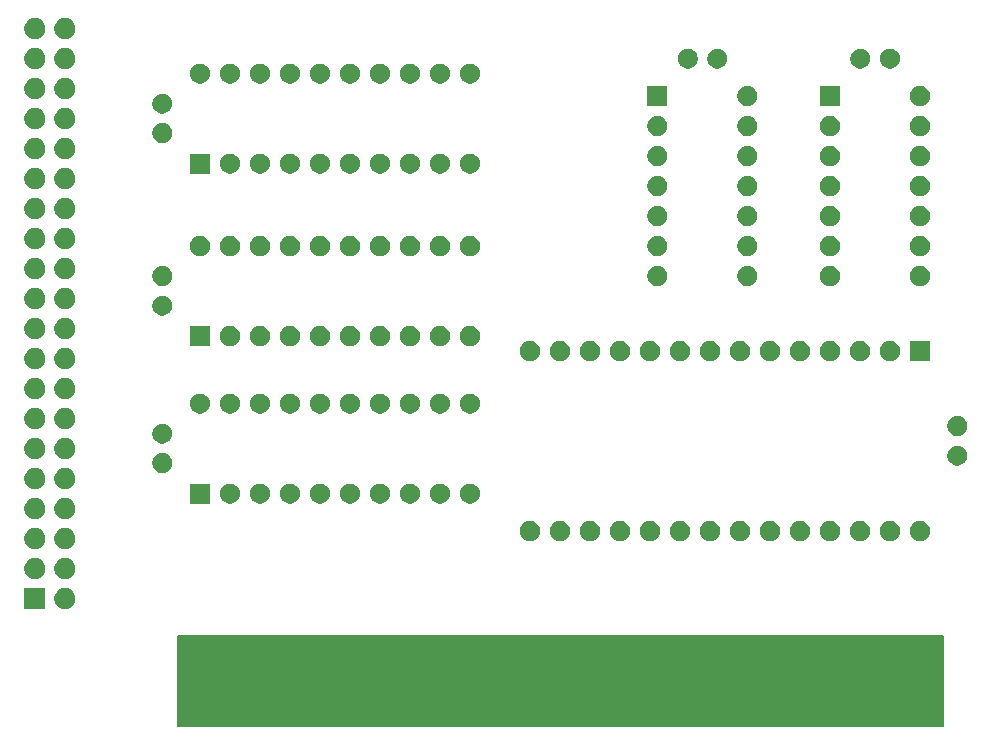
<source format=gbr>
G04 #@! TF.GenerationSoftware,KiCad,Pcbnew,5.1.5+dfsg1-2build2*
G04 #@! TF.CreationDate,2020-11-19T16:33:02-05:00*
G04 #@! TF.ProjectId,Apple2IORPi,4170706c-6532-4494-9f52-50692e6b6963,0.1*
G04 #@! TF.SameCoordinates,Original*
G04 #@! TF.FileFunction,Soldermask,Top*
G04 #@! TF.FilePolarity,Negative*
%FSLAX46Y46*%
G04 Gerber Fmt 4.6, Leading zero omitted, Abs format (unit mm)*
G04 Created by KiCad (PCBNEW 5.1.5+dfsg1-2build2) date 2020-11-19 16:33:02*
%MOMM*%
%LPD*%
G04 APERTURE LIST*
%ADD10C,0.150000*%
%ADD11C,0.100000*%
G04 APERTURE END LIST*
D10*
G36*
X187400001Y-119380000D02*
G01*
X187400001Y-111760000D01*
X122630001Y-111760000D01*
X122630001Y-119380000D01*
X187400001Y-119380000D01*
G37*
X187400001Y-119380000D02*
X187400001Y-111760000D01*
X122630001Y-111760000D01*
X122630001Y-119380000D01*
X187400001Y-119380000D01*
D11*
G36*
X152935104Y-111714983D02*
G01*
X152987616Y-111730912D01*
X153036001Y-111756775D01*
X153078417Y-111791584D01*
X153113226Y-111834000D01*
X153139089Y-111882385D01*
X153155018Y-111934897D01*
X153161001Y-111995641D01*
X153161001Y-119144359D01*
X153155018Y-119205103D01*
X153139089Y-119257615D01*
X153113226Y-119306000D01*
X153078417Y-119348416D01*
X153036001Y-119383225D01*
X152987616Y-119409088D01*
X152935104Y-119425017D01*
X152874360Y-119431000D01*
X152075642Y-119431000D01*
X152014898Y-119425017D01*
X151962386Y-119409088D01*
X151914001Y-119383225D01*
X151871585Y-119348416D01*
X151836776Y-119306000D01*
X151810913Y-119257615D01*
X151794984Y-119205103D01*
X151789001Y-119144359D01*
X151789001Y-111995641D01*
X151794984Y-111934897D01*
X151810913Y-111882385D01*
X151836776Y-111834000D01*
X151871585Y-111791584D01*
X151914001Y-111756775D01*
X151962386Y-111730912D01*
X152014898Y-111714983D01*
X152075642Y-111709000D01*
X152874360Y-111709000D01*
X152935104Y-111714983D01*
G37*
G36*
X155475104Y-111714983D02*
G01*
X155527616Y-111730912D01*
X155576001Y-111756775D01*
X155618417Y-111791584D01*
X155653226Y-111834000D01*
X155679089Y-111882385D01*
X155695018Y-111934897D01*
X155701001Y-111995641D01*
X155701001Y-119144359D01*
X155695018Y-119205103D01*
X155679089Y-119257615D01*
X155653226Y-119306000D01*
X155618417Y-119348416D01*
X155576001Y-119383225D01*
X155527616Y-119409088D01*
X155475104Y-119425017D01*
X155414360Y-119431000D01*
X154615642Y-119431000D01*
X154554898Y-119425017D01*
X154502386Y-119409088D01*
X154454001Y-119383225D01*
X154411585Y-119348416D01*
X154376776Y-119306000D01*
X154350913Y-119257615D01*
X154334984Y-119205103D01*
X154329001Y-119144359D01*
X154329001Y-111995641D01*
X154334984Y-111934897D01*
X154350913Y-111882385D01*
X154376776Y-111834000D01*
X154411585Y-111791584D01*
X154454001Y-111756775D01*
X154502386Y-111730912D01*
X154554898Y-111714983D01*
X154615642Y-111709000D01*
X155414360Y-111709000D01*
X155475104Y-111714983D01*
G37*
G36*
X124995104Y-111714983D02*
G01*
X125047616Y-111730912D01*
X125096001Y-111756775D01*
X125138417Y-111791584D01*
X125173226Y-111834000D01*
X125199089Y-111882385D01*
X125215018Y-111934897D01*
X125221001Y-111995641D01*
X125221001Y-119144359D01*
X125215018Y-119205103D01*
X125199089Y-119257615D01*
X125173226Y-119306000D01*
X125138417Y-119348416D01*
X125096001Y-119383225D01*
X125047616Y-119409088D01*
X124995104Y-119425017D01*
X124934360Y-119431000D01*
X124135642Y-119431000D01*
X124074898Y-119425017D01*
X124022386Y-119409088D01*
X123974001Y-119383225D01*
X123931585Y-119348416D01*
X123896776Y-119306000D01*
X123870913Y-119257615D01*
X123854984Y-119205103D01*
X123849001Y-119144359D01*
X123849001Y-111995641D01*
X123854984Y-111934897D01*
X123870913Y-111882385D01*
X123896776Y-111834000D01*
X123931585Y-111791584D01*
X123974001Y-111756775D01*
X124022386Y-111730912D01*
X124074898Y-111714983D01*
X124135642Y-111709000D01*
X124934360Y-111709000D01*
X124995104Y-111714983D01*
G37*
G36*
X127535104Y-111714983D02*
G01*
X127587616Y-111730912D01*
X127636001Y-111756775D01*
X127678417Y-111791584D01*
X127713226Y-111834000D01*
X127739089Y-111882385D01*
X127755018Y-111934897D01*
X127761001Y-111995641D01*
X127761001Y-119144359D01*
X127755018Y-119205103D01*
X127739089Y-119257615D01*
X127713226Y-119306000D01*
X127678417Y-119348416D01*
X127636001Y-119383225D01*
X127587616Y-119409088D01*
X127535104Y-119425017D01*
X127474360Y-119431000D01*
X126675642Y-119431000D01*
X126614898Y-119425017D01*
X126562386Y-119409088D01*
X126514001Y-119383225D01*
X126471585Y-119348416D01*
X126436776Y-119306000D01*
X126410913Y-119257615D01*
X126394984Y-119205103D01*
X126389001Y-119144359D01*
X126389001Y-111995641D01*
X126394984Y-111934897D01*
X126410913Y-111882385D01*
X126436776Y-111834000D01*
X126471585Y-111791584D01*
X126514001Y-111756775D01*
X126562386Y-111730912D01*
X126614898Y-111714983D01*
X126675642Y-111709000D01*
X127474360Y-111709000D01*
X127535104Y-111714983D01*
G37*
G36*
X130075104Y-111714983D02*
G01*
X130127616Y-111730912D01*
X130176001Y-111756775D01*
X130218417Y-111791584D01*
X130253226Y-111834000D01*
X130279089Y-111882385D01*
X130295018Y-111934897D01*
X130301001Y-111995641D01*
X130301001Y-119144359D01*
X130295018Y-119205103D01*
X130279089Y-119257615D01*
X130253226Y-119306000D01*
X130218417Y-119348416D01*
X130176001Y-119383225D01*
X130127616Y-119409088D01*
X130075104Y-119425017D01*
X130014360Y-119431000D01*
X129215642Y-119431000D01*
X129154898Y-119425017D01*
X129102386Y-119409088D01*
X129054001Y-119383225D01*
X129011585Y-119348416D01*
X128976776Y-119306000D01*
X128950913Y-119257615D01*
X128934984Y-119205103D01*
X128929001Y-119144359D01*
X128929001Y-111995641D01*
X128934984Y-111934897D01*
X128950913Y-111882385D01*
X128976776Y-111834000D01*
X129011585Y-111791584D01*
X129054001Y-111756775D01*
X129102386Y-111730912D01*
X129154898Y-111714983D01*
X129215642Y-111709000D01*
X130014360Y-111709000D01*
X130075104Y-111714983D01*
G37*
G36*
X132615104Y-111714983D02*
G01*
X132667616Y-111730912D01*
X132716001Y-111756775D01*
X132758417Y-111791584D01*
X132793226Y-111834000D01*
X132819089Y-111882385D01*
X132835018Y-111934897D01*
X132841001Y-111995641D01*
X132841001Y-119144359D01*
X132835018Y-119205103D01*
X132819089Y-119257615D01*
X132793226Y-119306000D01*
X132758417Y-119348416D01*
X132716001Y-119383225D01*
X132667616Y-119409088D01*
X132615104Y-119425017D01*
X132554360Y-119431000D01*
X131755642Y-119431000D01*
X131694898Y-119425017D01*
X131642386Y-119409088D01*
X131594001Y-119383225D01*
X131551585Y-119348416D01*
X131516776Y-119306000D01*
X131490913Y-119257615D01*
X131474984Y-119205103D01*
X131469001Y-119144359D01*
X131469001Y-111995641D01*
X131474984Y-111934897D01*
X131490913Y-111882385D01*
X131516776Y-111834000D01*
X131551585Y-111791584D01*
X131594001Y-111756775D01*
X131642386Y-111730912D01*
X131694898Y-111714983D01*
X131755642Y-111709000D01*
X132554360Y-111709000D01*
X132615104Y-111714983D01*
G37*
G36*
X135155104Y-111714983D02*
G01*
X135207616Y-111730912D01*
X135256001Y-111756775D01*
X135298417Y-111791584D01*
X135333226Y-111834000D01*
X135359089Y-111882385D01*
X135375018Y-111934897D01*
X135381001Y-111995641D01*
X135381001Y-119144359D01*
X135375018Y-119205103D01*
X135359089Y-119257615D01*
X135333226Y-119306000D01*
X135298417Y-119348416D01*
X135256001Y-119383225D01*
X135207616Y-119409088D01*
X135155104Y-119425017D01*
X135094360Y-119431000D01*
X134295642Y-119431000D01*
X134234898Y-119425017D01*
X134182386Y-119409088D01*
X134134001Y-119383225D01*
X134091585Y-119348416D01*
X134056776Y-119306000D01*
X134030913Y-119257615D01*
X134014984Y-119205103D01*
X134009001Y-119144359D01*
X134009001Y-111995641D01*
X134014984Y-111934897D01*
X134030913Y-111882385D01*
X134056776Y-111834000D01*
X134091585Y-111791584D01*
X134134001Y-111756775D01*
X134182386Y-111730912D01*
X134234898Y-111714983D01*
X134295642Y-111709000D01*
X135094360Y-111709000D01*
X135155104Y-111714983D01*
G37*
G36*
X137695104Y-111714983D02*
G01*
X137747616Y-111730912D01*
X137796001Y-111756775D01*
X137838417Y-111791584D01*
X137873226Y-111834000D01*
X137899089Y-111882385D01*
X137915018Y-111934897D01*
X137921001Y-111995641D01*
X137921001Y-119144359D01*
X137915018Y-119205103D01*
X137899089Y-119257615D01*
X137873226Y-119306000D01*
X137838417Y-119348416D01*
X137796001Y-119383225D01*
X137747616Y-119409088D01*
X137695104Y-119425017D01*
X137634360Y-119431000D01*
X136835642Y-119431000D01*
X136774898Y-119425017D01*
X136722386Y-119409088D01*
X136674001Y-119383225D01*
X136631585Y-119348416D01*
X136596776Y-119306000D01*
X136570913Y-119257615D01*
X136554984Y-119205103D01*
X136549001Y-119144359D01*
X136549001Y-111995641D01*
X136554984Y-111934897D01*
X136570913Y-111882385D01*
X136596776Y-111834000D01*
X136631585Y-111791584D01*
X136674001Y-111756775D01*
X136722386Y-111730912D01*
X136774898Y-111714983D01*
X136835642Y-111709000D01*
X137634360Y-111709000D01*
X137695104Y-111714983D01*
G37*
G36*
X140235104Y-111714983D02*
G01*
X140287616Y-111730912D01*
X140336001Y-111756775D01*
X140378417Y-111791584D01*
X140413226Y-111834000D01*
X140439089Y-111882385D01*
X140455018Y-111934897D01*
X140461001Y-111995641D01*
X140461001Y-119144359D01*
X140455018Y-119205103D01*
X140439089Y-119257615D01*
X140413226Y-119306000D01*
X140378417Y-119348416D01*
X140336001Y-119383225D01*
X140287616Y-119409088D01*
X140235104Y-119425017D01*
X140174360Y-119431000D01*
X139375642Y-119431000D01*
X139314898Y-119425017D01*
X139262386Y-119409088D01*
X139214001Y-119383225D01*
X139171585Y-119348416D01*
X139136776Y-119306000D01*
X139110913Y-119257615D01*
X139094984Y-119205103D01*
X139089001Y-119144359D01*
X139089001Y-111995641D01*
X139094984Y-111934897D01*
X139110913Y-111882385D01*
X139136776Y-111834000D01*
X139171585Y-111791584D01*
X139214001Y-111756775D01*
X139262386Y-111730912D01*
X139314898Y-111714983D01*
X139375642Y-111709000D01*
X140174360Y-111709000D01*
X140235104Y-111714983D01*
G37*
G36*
X142775104Y-111714983D02*
G01*
X142827616Y-111730912D01*
X142876001Y-111756775D01*
X142918417Y-111791584D01*
X142953226Y-111834000D01*
X142979089Y-111882385D01*
X142995018Y-111934897D01*
X143001001Y-111995641D01*
X143001001Y-119144359D01*
X142995018Y-119205103D01*
X142979089Y-119257615D01*
X142953226Y-119306000D01*
X142918417Y-119348416D01*
X142876001Y-119383225D01*
X142827616Y-119409088D01*
X142775104Y-119425017D01*
X142714360Y-119431000D01*
X141915642Y-119431000D01*
X141854898Y-119425017D01*
X141802386Y-119409088D01*
X141754001Y-119383225D01*
X141711585Y-119348416D01*
X141676776Y-119306000D01*
X141650913Y-119257615D01*
X141634984Y-119205103D01*
X141629001Y-119144359D01*
X141629001Y-111995641D01*
X141634984Y-111934897D01*
X141650913Y-111882385D01*
X141676776Y-111834000D01*
X141711585Y-111791584D01*
X141754001Y-111756775D01*
X141802386Y-111730912D01*
X141854898Y-111714983D01*
X141915642Y-111709000D01*
X142714360Y-111709000D01*
X142775104Y-111714983D01*
G37*
G36*
X145315104Y-111714983D02*
G01*
X145367616Y-111730912D01*
X145416001Y-111756775D01*
X145458417Y-111791584D01*
X145493226Y-111834000D01*
X145519089Y-111882385D01*
X145535018Y-111934897D01*
X145541001Y-111995641D01*
X145541001Y-119144359D01*
X145535018Y-119205103D01*
X145519089Y-119257615D01*
X145493226Y-119306000D01*
X145458417Y-119348416D01*
X145416001Y-119383225D01*
X145367616Y-119409088D01*
X145315104Y-119425017D01*
X145254360Y-119431000D01*
X144455642Y-119431000D01*
X144394898Y-119425017D01*
X144342386Y-119409088D01*
X144294001Y-119383225D01*
X144251585Y-119348416D01*
X144216776Y-119306000D01*
X144190913Y-119257615D01*
X144174984Y-119205103D01*
X144169001Y-119144359D01*
X144169001Y-111995641D01*
X144174984Y-111934897D01*
X144190913Y-111882385D01*
X144216776Y-111834000D01*
X144251585Y-111791584D01*
X144294001Y-111756775D01*
X144342386Y-111730912D01*
X144394898Y-111714983D01*
X144455642Y-111709000D01*
X145254360Y-111709000D01*
X145315104Y-111714983D01*
G37*
G36*
X147855104Y-111714983D02*
G01*
X147907616Y-111730912D01*
X147956001Y-111756775D01*
X147998417Y-111791584D01*
X148033226Y-111834000D01*
X148059089Y-111882385D01*
X148075018Y-111934897D01*
X148081001Y-111995641D01*
X148081001Y-119144359D01*
X148075018Y-119205103D01*
X148059089Y-119257615D01*
X148033226Y-119306000D01*
X147998417Y-119348416D01*
X147956001Y-119383225D01*
X147907616Y-119409088D01*
X147855104Y-119425017D01*
X147794360Y-119431000D01*
X146995642Y-119431000D01*
X146934898Y-119425017D01*
X146882386Y-119409088D01*
X146834001Y-119383225D01*
X146791585Y-119348416D01*
X146756776Y-119306000D01*
X146730913Y-119257615D01*
X146714984Y-119205103D01*
X146709001Y-119144359D01*
X146709001Y-111995641D01*
X146714984Y-111934897D01*
X146730913Y-111882385D01*
X146756776Y-111834000D01*
X146791585Y-111791584D01*
X146834001Y-111756775D01*
X146882386Y-111730912D01*
X146934898Y-111714983D01*
X146995642Y-111709000D01*
X147794360Y-111709000D01*
X147855104Y-111714983D01*
G37*
G36*
X150395104Y-111714983D02*
G01*
X150447616Y-111730912D01*
X150496001Y-111756775D01*
X150538417Y-111791584D01*
X150573226Y-111834000D01*
X150599089Y-111882385D01*
X150615018Y-111934897D01*
X150621001Y-111995641D01*
X150621001Y-119144359D01*
X150615018Y-119205103D01*
X150599089Y-119257615D01*
X150573226Y-119306000D01*
X150538417Y-119348416D01*
X150496001Y-119383225D01*
X150447616Y-119409088D01*
X150395104Y-119425017D01*
X150334360Y-119431000D01*
X149535642Y-119431000D01*
X149474898Y-119425017D01*
X149422386Y-119409088D01*
X149374001Y-119383225D01*
X149331585Y-119348416D01*
X149296776Y-119306000D01*
X149270913Y-119257615D01*
X149254984Y-119205103D01*
X149249001Y-119144359D01*
X149249001Y-111995641D01*
X149254984Y-111934897D01*
X149270913Y-111882385D01*
X149296776Y-111834000D01*
X149331585Y-111791584D01*
X149374001Y-111756775D01*
X149422386Y-111730912D01*
X149474898Y-111714983D01*
X149535642Y-111709000D01*
X150334360Y-111709000D01*
X150395104Y-111714983D01*
G37*
G36*
X158015104Y-111714983D02*
G01*
X158067616Y-111730912D01*
X158116001Y-111756775D01*
X158158417Y-111791584D01*
X158193226Y-111834000D01*
X158219089Y-111882385D01*
X158235018Y-111934897D01*
X158241001Y-111995641D01*
X158241001Y-119144359D01*
X158235018Y-119205103D01*
X158219089Y-119257615D01*
X158193226Y-119306000D01*
X158158417Y-119348416D01*
X158116001Y-119383225D01*
X158067616Y-119409088D01*
X158015104Y-119425017D01*
X157954360Y-119431000D01*
X157155642Y-119431000D01*
X157094898Y-119425017D01*
X157042386Y-119409088D01*
X156994001Y-119383225D01*
X156951585Y-119348416D01*
X156916776Y-119306000D01*
X156890913Y-119257615D01*
X156874984Y-119205103D01*
X156869001Y-119144359D01*
X156869001Y-111995641D01*
X156874984Y-111934897D01*
X156890913Y-111882385D01*
X156916776Y-111834000D01*
X156951585Y-111791584D01*
X156994001Y-111756775D01*
X157042386Y-111730912D01*
X157094898Y-111714983D01*
X157155642Y-111709000D01*
X157954360Y-111709000D01*
X158015104Y-111714983D01*
G37*
G36*
X160555104Y-111714983D02*
G01*
X160607616Y-111730912D01*
X160656001Y-111756775D01*
X160698417Y-111791584D01*
X160733226Y-111834000D01*
X160759089Y-111882385D01*
X160775018Y-111934897D01*
X160781001Y-111995641D01*
X160781001Y-119144359D01*
X160775018Y-119205103D01*
X160759089Y-119257615D01*
X160733226Y-119306000D01*
X160698417Y-119348416D01*
X160656001Y-119383225D01*
X160607616Y-119409088D01*
X160555104Y-119425017D01*
X160494360Y-119431000D01*
X159695642Y-119431000D01*
X159634898Y-119425017D01*
X159582386Y-119409088D01*
X159534001Y-119383225D01*
X159491585Y-119348416D01*
X159456776Y-119306000D01*
X159430913Y-119257615D01*
X159414984Y-119205103D01*
X159409001Y-119144359D01*
X159409001Y-111995641D01*
X159414984Y-111934897D01*
X159430913Y-111882385D01*
X159456776Y-111834000D01*
X159491585Y-111791584D01*
X159534001Y-111756775D01*
X159582386Y-111730912D01*
X159634898Y-111714983D01*
X159695642Y-111709000D01*
X160494360Y-111709000D01*
X160555104Y-111714983D01*
G37*
G36*
X163095104Y-111714983D02*
G01*
X163147616Y-111730912D01*
X163196001Y-111756775D01*
X163238417Y-111791584D01*
X163273226Y-111834000D01*
X163299089Y-111882385D01*
X163315018Y-111934897D01*
X163321001Y-111995641D01*
X163321001Y-119144359D01*
X163315018Y-119205103D01*
X163299089Y-119257615D01*
X163273226Y-119306000D01*
X163238417Y-119348416D01*
X163196001Y-119383225D01*
X163147616Y-119409088D01*
X163095104Y-119425017D01*
X163034360Y-119431000D01*
X162235642Y-119431000D01*
X162174898Y-119425017D01*
X162122386Y-119409088D01*
X162074001Y-119383225D01*
X162031585Y-119348416D01*
X161996776Y-119306000D01*
X161970913Y-119257615D01*
X161954984Y-119205103D01*
X161949001Y-119144359D01*
X161949001Y-111995641D01*
X161954984Y-111934897D01*
X161970913Y-111882385D01*
X161996776Y-111834000D01*
X162031585Y-111791584D01*
X162074001Y-111756775D01*
X162122386Y-111730912D01*
X162174898Y-111714983D01*
X162235642Y-111709000D01*
X163034360Y-111709000D01*
X163095104Y-111714983D01*
G37*
G36*
X165635104Y-111714983D02*
G01*
X165687616Y-111730912D01*
X165736001Y-111756775D01*
X165778417Y-111791584D01*
X165813226Y-111834000D01*
X165839089Y-111882385D01*
X165855018Y-111934897D01*
X165861001Y-111995641D01*
X165861001Y-119144359D01*
X165855018Y-119205103D01*
X165839089Y-119257615D01*
X165813226Y-119306000D01*
X165778417Y-119348416D01*
X165736001Y-119383225D01*
X165687616Y-119409088D01*
X165635104Y-119425017D01*
X165574360Y-119431000D01*
X164775642Y-119431000D01*
X164714898Y-119425017D01*
X164662386Y-119409088D01*
X164614001Y-119383225D01*
X164571585Y-119348416D01*
X164536776Y-119306000D01*
X164510913Y-119257615D01*
X164494984Y-119205103D01*
X164489001Y-119144359D01*
X164489001Y-111995641D01*
X164494984Y-111934897D01*
X164510913Y-111882385D01*
X164536776Y-111834000D01*
X164571585Y-111791584D01*
X164614001Y-111756775D01*
X164662386Y-111730912D01*
X164714898Y-111714983D01*
X164775642Y-111709000D01*
X165574360Y-111709000D01*
X165635104Y-111714983D01*
G37*
G36*
X168175104Y-111714983D02*
G01*
X168227616Y-111730912D01*
X168276001Y-111756775D01*
X168318417Y-111791584D01*
X168353226Y-111834000D01*
X168379089Y-111882385D01*
X168395018Y-111934897D01*
X168401001Y-111995641D01*
X168401001Y-119144359D01*
X168395018Y-119205103D01*
X168379089Y-119257615D01*
X168353226Y-119306000D01*
X168318417Y-119348416D01*
X168276001Y-119383225D01*
X168227616Y-119409088D01*
X168175104Y-119425017D01*
X168114360Y-119431000D01*
X167315642Y-119431000D01*
X167254898Y-119425017D01*
X167202386Y-119409088D01*
X167154001Y-119383225D01*
X167111585Y-119348416D01*
X167076776Y-119306000D01*
X167050913Y-119257615D01*
X167034984Y-119205103D01*
X167029001Y-119144359D01*
X167029001Y-111995641D01*
X167034984Y-111934897D01*
X167050913Y-111882385D01*
X167076776Y-111834000D01*
X167111585Y-111791584D01*
X167154001Y-111756775D01*
X167202386Y-111730912D01*
X167254898Y-111714983D01*
X167315642Y-111709000D01*
X168114360Y-111709000D01*
X168175104Y-111714983D01*
G37*
G36*
X170715104Y-111714983D02*
G01*
X170767616Y-111730912D01*
X170816001Y-111756775D01*
X170858417Y-111791584D01*
X170893226Y-111834000D01*
X170919089Y-111882385D01*
X170935018Y-111934897D01*
X170941001Y-111995641D01*
X170941001Y-119144359D01*
X170935018Y-119205103D01*
X170919089Y-119257615D01*
X170893226Y-119306000D01*
X170858417Y-119348416D01*
X170816001Y-119383225D01*
X170767616Y-119409088D01*
X170715104Y-119425017D01*
X170654360Y-119431000D01*
X169855642Y-119431000D01*
X169794898Y-119425017D01*
X169742386Y-119409088D01*
X169694001Y-119383225D01*
X169651585Y-119348416D01*
X169616776Y-119306000D01*
X169590913Y-119257615D01*
X169574984Y-119205103D01*
X169569001Y-119144359D01*
X169569001Y-111995641D01*
X169574984Y-111934897D01*
X169590913Y-111882385D01*
X169616776Y-111834000D01*
X169651585Y-111791584D01*
X169694001Y-111756775D01*
X169742386Y-111730912D01*
X169794898Y-111714983D01*
X169855642Y-111709000D01*
X170654360Y-111709000D01*
X170715104Y-111714983D01*
G37*
G36*
X173255104Y-111714983D02*
G01*
X173307616Y-111730912D01*
X173356001Y-111756775D01*
X173398417Y-111791584D01*
X173433226Y-111834000D01*
X173459089Y-111882385D01*
X173475018Y-111934897D01*
X173481001Y-111995641D01*
X173481001Y-119144359D01*
X173475018Y-119205103D01*
X173459089Y-119257615D01*
X173433226Y-119306000D01*
X173398417Y-119348416D01*
X173356001Y-119383225D01*
X173307616Y-119409088D01*
X173255104Y-119425017D01*
X173194360Y-119431000D01*
X172395642Y-119431000D01*
X172334898Y-119425017D01*
X172282386Y-119409088D01*
X172234001Y-119383225D01*
X172191585Y-119348416D01*
X172156776Y-119306000D01*
X172130913Y-119257615D01*
X172114984Y-119205103D01*
X172109001Y-119144359D01*
X172109001Y-111995641D01*
X172114984Y-111934897D01*
X172130913Y-111882385D01*
X172156776Y-111834000D01*
X172191585Y-111791584D01*
X172234001Y-111756775D01*
X172282386Y-111730912D01*
X172334898Y-111714983D01*
X172395642Y-111709000D01*
X173194360Y-111709000D01*
X173255104Y-111714983D01*
G37*
G36*
X175795104Y-111714983D02*
G01*
X175847616Y-111730912D01*
X175896001Y-111756775D01*
X175938417Y-111791584D01*
X175973226Y-111834000D01*
X175999089Y-111882385D01*
X176015018Y-111934897D01*
X176021001Y-111995641D01*
X176021001Y-119144359D01*
X176015018Y-119205103D01*
X175999089Y-119257615D01*
X175973226Y-119306000D01*
X175938417Y-119348416D01*
X175896001Y-119383225D01*
X175847616Y-119409088D01*
X175795104Y-119425017D01*
X175734360Y-119431000D01*
X174935642Y-119431000D01*
X174874898Y-119425017D01*
X174822386Y-119409088D01*
X174774001Y-119383225D01*
X174731585Y-119348416D01*
X174696776Y-119306000D01*
X174670913Y-119257615D01*
X174654984Y-119205103D01*
X174649001Y-119144359D01*
X174649001Y-111995641D01*
X174654984Y-111934897D01*
X174670913Y-111882385D01*
X174696776Y-111834000D01*
X174731585Y-111791584D01*
X174774001Y-111756775D01*
X174822386Y-111730912D01*
X174874898Y-111714983D01*
X174935642Y-111709000D01*
X175734360Y-111709000D01*
X175795104Y-111714983D01*
G37*
G36*
X178335104Y-111714983D02*
G01*
X178387616Y-111730912D01*
X178436001Y-111756775D01*
X178478417Y-111791584D01*
X178513226Y-111834000D01*
X178539089Y-111882385D01*
X178555018Y-111934897D01*
X178561001Y-111995641D01*
X178561001Y-119144359D01*
X178555018Y-119205103D01*
X178539089Y-119257615D01*
X178513226Y-119306000D01*
X178478417Y-119348416D01*
X178436001Y-119383225D01*
X178387616Y-119409088D01*
X178335104Y-119425017D01*
X178274360Y-119431000D01*
X177475642Y-119431000D01*
X177414898Y-119425017D01*
X177362386Y-119409088D01*
X177314001Y-119383225D01*
X177271585Y-119348416D01*
X177236776Y-119306000D01*
X177210913Y-119257615D01*
X177194984Y-119205103D01*
X177189001Y-119144359D01*
X177189001Y-111995641D01*
X177194984Y-111934897D01*
X177210913Y-111882385D01*
X177236776Y-111834000D01*
X177271585Y-111791584D01*
X177314001Y-111756775D01*
X177362386Y-111730912D01*
X177414898Y-111714983D01*
X177475642Y-111709000D01*
X178274360Y-111709000D01*
X178335104Y-111714983D01*
G37*
G36*
X180875104Y-111714983D02*
G01*
X180927616Y-111730912D01*
X180976001Y-111756775D01*
X181018417Y-111791584D01*
X181053226Y-111834000D01*
X181079089Y-111882385D01*
X181095018Y-111934897D01*
X181101001Y-111995641D01*
X181101001Y-119144359D01*
X181095018Y-119205103D01*
X181079089Y-119257615D01*
X181053226Y-119306000D01*
X181018417Y-119348416D01*
X180976001Y-119383225D01*
X180927616Y-119409088D01*
X180875104Y-119425017D01*
X180814360Y-119431000D01*
X180015642Y-119431000D01*
X179954898Y-119425017D01*
X179902386Y-119409088D01*
X179854001Y-119383225D01*
X179811585Y-119348416D01*
X179776776Y-119306000D01*
X179750913Y-119257615D01*
X179734984Y-119205103D01*
X179729001Y-119144359D01*
X179729001Y-111995641D01*
X179734984Y-111934897D01*
X179750913Y-111882385D01*
X179776776Y-111834000D01*
X179811585Y-111791584D01*
X179854001Y-111756775D01*
X179902386Y-111730912D01*
X179954898Y-111714983D01*
X180015642Y-111709000D01*
X180814360Y-111709000D01*
X180875104Y-111714983D01*
G37*
G36*
X183415104Y-111714983D02*
G01*
X183467616Y-111730912D01*
X183516001Y-111756775D01*
X183558417Y-111791584D01*
X183593226Y-111834000D01*
X183619089Y-111882385D01*
X183635018Y-111934897D01*
X183641001Y-111995641D01*
X183641001Y-119144359D01*
X183635018Y-119205103D01*
X183619089Y-119257615D01*
X183593226Y-119306000D01*
X183558417Y-119348416D01*
X183516001Y-119383225D01*
X183467616Y-119409088D01*
X183415104Y-119425017D01*
X183354360Y-119431000D01*
X182555642Y-119431000D01*
X182494898Y-119425017D01*
X182442386Y-119409088D01*
X182394001Y-119383225D01*
X182351585Y-119348416D01*
X182316776Y-119306000D01*
X182290913Y-119257615D01*
X182274984Y-119205103D01*
X182269001Y-119144359D01*
X182269001Y-111995641D01*
X182274984Y-111934897D01*
X182290913Y-111882385D01*
X182316776Y-111834000D01*
X182351585Y-111791584D01*
X182394001Y-111756775D01*
X182442386Y-111730912D01*
X182494898Y-111714983D01*
X182555642Y-111709000D01*
X183354360Y-111709000D01*
X183415104Y-111714983D01*
G37*
G36*
X185955104Y-111714983D02*
G01*
X186007616Y-111730912D01*
X186056001Y-111756775D01*
X186098417Y-111791584D01*
X186133226Y-111834000D01*
X186159089Y-111882385D01*
X186175018Y-111934897D01*
X186181001Y-111995641D01*
X186181001Y-119144359D01*
X186175018Y-119205103D01*
X186159089Y-119257615D01*
X186133226Y-119306000D01*
X186098417Y-119348416D01*
X186056001Y-119383225D01*
X186007616Y-119409088D01*
X185955104Y-119425017D01*
X185894360Y-119431000D01*
X185095642Y-119431000D01*
X185034898Y-119425017D01*
X184982386Y-119409088D01*
X184934001Y-119383225D01*
X184891585Y-119348416D01*
X184856776Y-119306000D01*
X184830913Y-119257615D01*
X184814984Y-119205103D01*
X184809001Y-119144359D01*
X184809001Y-111995641D01*
X184814984Y-111934897D01*
X184830913Y-111882385D01*
X184856776Y-111834000D01*
X184891585Y-111791584D01*
X184934001Y-111756775D01*
X184982386Y-111730912D01*
X185034898Y-111714983D01*
X185095642Y-111709000D01*
X185894360Y-111709000D01*
X185955104Y-111714983D01*
G37*
G36*
X111391000Y-109486000D02*
G01*
X109589000Y-109486000D01*
X109589000Y-107684000D01*
X111391000Y-107684000D01*
X111391000Y-109486000D01*
G37*
G36*
X113143512Y-107688927D02*
G01*
X113292812Y-107718624D01*
X113456784Y-107786544D01*
X113604354Y-107885147D01*
X113729853Y-108010646D01*
X113828456Y-108158216D01*
X113896376Y-108322188D01*
X113931000Y-108496259D01*
X113931000Y-108673741D01*
X113896376Y-108847812D01*
X113828456Y-109011784D01*
X113729853Y-109159354D01*
X113604354Y-109284853D01*
X113456784Y-109383456D01*
X113292812Y-109451376D01*
X113143512Y-109481073D01*
X113118742Y-109486000D01*
X112941258Y-109486000D01*
X112916488Y-109481073D01*
X112767188Y-109451376D01*
X112603216Y-109383456D01*
X112455646Y-109284853D01*
X112330147Y-109159354D01*
X112231544Y-109011784D01*
X112163624Y-108847812D01*
X112129000Y-108673741D01*
X112129000Y-108496259D01*
X112163624Y-108322188D01*
X112231544Y-108158216D01*
X112330147Y-108010646D01*
X112455646Y-107885147D01*
X112603216Y-107786544D01*
X112767188Y-107718624D01*
X112916488Y-107688927D01*
X112941258Y-107684000D01*
X113118742Y-107684000D01*
X113143512Y-107688927D01*
G37*
G36*
X110603512Y-105148927D02*
G01*
X110752812Y-105178624D01*
X110916784Y-105246544D01*
X111064354Y-105345147D01*
X111189853Y-105470646D01*
X111288456Y-105618216D01*
X111356376Y-105782188D01*
X111391000Y-105956259D01*
X111391000Y-106133741D01*
X111356376Y-106307812D01*
X111288456Y-106471784D01*
X111189853Y-106619354D01*
X111064354Y-106744853D01*
X110916784Y-106843456D01*
X110752812Y-106911376D01*
X110603512Y-106941073D01*
X110578742Y-106946000D01*
X110401258Y-106946000D01*
X110376488Y-106941073D01*
X110227188Y-106911376D01*
X110063216Y-106843456D01*
X109915646Y-106744853D01*
X109790147Y-106619354D01*
X109691544Y-106471784D01*
X109623624Y-106307812D01*
X109589000Y-106133741D01*
X109589000Y-105956259D01*
X109623624Y-105782188D01*
X109691544Y-105618216D01*
X109790147Y-105470646D01*
X109915646Y-105345147D01*
X110063216Y-105246544D01*
X110227188Y-105178624D01*
X110376488Y-105148927D01*
X110401258Y-105144000D01*
X110578742Y-105144000D01*
X110603512Y-105148927D01*
G37*
G36*
X113143512Y-105148927D02*
G01*
X113292812Y-105178624D01*
X113456784Y-105246544D01*
X113604354Y-105345147D01*
X113729853Y-105470646D01*
X113828456Y-105618216D01*
X113896376Y-105782188D01*
X113931000Y-105956259D01*
X113931000Y-106133741D01*
X113896376Y-106307812D01*
X113828456Y-106471784D01*
X113729853Y-106619354D01*
X113604354Y-106744853D01*
X113456784Y-106843456D01*
X113292812Y-106911376D01*
X113143512Y-106941073D01*
X113118742Y-106946000D01*
X112941258Y-106946000D01*
X112916488Y-106941073D01*
X112767188Y-106911376D01*
X112603216Y-106843456D01*
X112455646Y-106744853D01*
X112330147Y-106619354D01*
X112231544Y-106471784D01*
X112163624Y-106307812D01*
X112129000Y-106133741D01*
X112129000Y-105956259D01*
X112163624Y-105782188D01*
X112231544Y-105618216D01*
X112330147Y-105470646D01*
X112455646Y-105345147D01*
X112603216Y-105246544D01*
X112767188Y-105178624D01*
X112916488Y-105148927D01*
X112941258Y-105144000D01*
X113118742Y-105144000D01*
X113143512Y-105148927D01*
G37*
G36*
X113143512Y-102608927D02*
G01*
X113292812Y-102638624D01*
X113456784Y-102706544D01*
X113604354Y-102805147D01*
X113729853Y-102930646D01*
X113828456Y-103078216D01*
X113896376Y-103242188D01*
X113931000Y-103416259D01*
X113931000Y-103593741D01*
X113896376Y-103767812D01*
X113828456Y-103931784D01*
X113729853Y-104079354D01*
X113604354Y-104204853D01*
X113456784Y-104303456D01*
X113292812Y-104371376D01*
X113143512Y-104401073D01*
X113118742Y-104406000D01*
X112941258Y-104406000D01*
X112916488Y-104401073D01*
X112767188Y-104371376D01*
X112603216Y-104303456D01*
X112455646Y-104204853D01*
X112330147Y-104079354D01*
X112231544Y-103931784D01*
X112163624Y-103767812D01*
X112129000Y-103593741D01*
X112129000Y-103416259D01*
X112163624Y-103242188D01*
X112231544Y-103078216D01*
X112330147Y-102930646D01*
X112455646Y-102805147D01*
X112603216Y-102706544D01*
X112767188Y-102638624D01*
X112916488Y-102608927D01*
X112941258Y-102604000D01*
X113118742Y-102604000D01*
X113143512Y-102608927D01*
G37*
G36*
X110603512Y-102608927D02*
G01*
X110752812Y-102638624D01*
X110916784Y-102706544D01*
X111064354Y-102805147D01*
X111189853Y-102930646D01*
X111288456Y-103078216D01*
X111356376Y-103242188D01*
X111391000Y-103416259D01*
X111391000Y-103593741D01*
X111356376Y-103767812D01*
X111288456Y-103931784D01*
X111189853Y-104079354D01*
X111064354Y-104204853D01*
X110916784Y-104303456D01*
X110752812Y-104371376D01*
X110603512Y-104401073D01*
X110578742Y-104406000D01*
X110401258Y-104406000D01*
X110376488Y-104401073D01*
X110227188Y-104371376D01*
X110063216Y-104303456D01*
X109915646Y-104204853D01*
X109790147Y-104079354D01*
X109691544Y-103931784D01*
X109623624Y-103767812D01*
X109589000Y-103593741D01*
X109589000Y-103416259D01*
X109623624Y-103242188D01*
X109691544Y-103078216D01*
X109790147Y-102930646D01*
X109915646Y-102805147D01*
X110063216Y-102706544D01*
X110227188Y-102638624D01*
X110376488Y-102608927D01*
X110401258Y-102604000D01*
X110578742Y-102604000D01*
X110603512Y-102608927D01*
G37*
G36*
X167888228Y-102051703D02*
G01*
X168043100Y-102115853D01*
X168182481Y-102208985D01*
X168301015Y-102327519D01*
X168394147Y-102466900D01*
X168458297Y-102621772D01*
X168491000Y-102786184D01*
X168491000Y-102953816D01*
X168458297Y-103118228D01*
X168394147Y-103273100D01*
X168301015Y-103412481D01*
X168182481Y-103531015D01*
X168043100Y-103624147D01*
X167888228Y-103688297D01*
X167723816Y-103721000D01*
X167556184Y-103721000D01*
X167391772Y-103688297D01*
X167236900Y-103624147D01*
X167097519Y-103531015D01*
X166978985Y-103412481D01*
X166885853Y-103273100D01*
X166821703Y-103118228D01*
X166789000Y-102953816D01*
X166789000Y-102786184D01*
X166821703Y-102621772D01*
X166885853Y-102466900D01*
X166978985Y-102327519D01*
X167097519Y-102208985D01*
X167236900Y-102115853D01*
X167391772Y-102051703D01*
X167556184Y-102019000D01*
X167723816Y-102019000D01*
X167888228Y-102051703D01*
G37*
G36*
X180588228Y-102051703D02*
G01*
X180743100Y-102115853D01*
X180882481Y-102208985D01*
X181001015Y-102327519D01*
X181094147Y-102466900D01*
X181158297Y-102621772D01*
X181191000Y-102786184D01*
X181191000Y-102953816D01*
X181158297Y-103118228D01*
X181094147Y-103273100D01*
X181001015Y-103412481D01*
X180882481Y-103531015D01*
X180743100Y-103624147D01*
X180588228Y-103688297D01*
X180423816Y-103721000D01*
X180256184Y-103721000D01*
X180091772Y-103688297D01*
X179936900Y-103624147D01*
X179797519Y-103531015D01*
X179678985Y-103412481D01*
X179585853Y-103273100D01*
X179521703Y-103118228D01*
X179489000Y-102953816D01*
X179489000Y-102786184D01*
X179521703Y-102621772D01*
X179585853Y-102466900D01*
X179678985Y-102327519D01*
X179797519Y-102208985D01*
X179936900Y-102115853D01*
X180091772Y-102051703D01*
X180256184Y-102019000D01*
X180423816Y-102019000D01*
X180588228Y-102051703D01*
G37*
G36*
X178048228Y-102051703D02*
G01*
X178203100Y-102115853D01*
X178342481Y-102208985D01*
X178461015Y-102327519D01*
X178554147Y-102466900D01*
X178618297Y-102621772D01*
X178651000Y-102786184D01*
X178651000Y-102953816D01*
X178618297Y-103118228D01*
X178554147Y-103273100D01*
X178461015Y-103412481D01*
X178342481Y-103531015D01*
X178203100Y-103624147D01*
X178048228Y-103688297D01*
X177883816Y-103721000D01*
X177716184Y-103721000D01*
X177551772Y-103688297D01*
X177396900Y-103624147D01*
X177257519Y-103531015D01*
X177138985Y-103412481D01*
X177045853Y-103273100D01*
X176981703Y-103118228D01*
X176949000Y-102953816D01*
X176949000Y-102786184D01*
X176981703Y-102621772D01*
X177045853Y-102466900D01*
X177138985Y-102327519D01*
X177257519Y-102208985D01*
X177396900Y-102115853D01*
X177551772Y-102051703D01*
X177716184Y-102019000D01*
X177883816Y-102019000D01*
X178048228Y-102051703D01*
G37*
G36*
X175508228Y-102051703D02*
G01*
X175663100Y-102115853D01*
X175802481Y-102208985D01*
X175921015Y-102327519D01*
X176014147Y-102466900D01*
X176078297Y-102621772D01*
X176111000Y-102786184D01*
X176111000Y-102953816D01*
X176078297Y-103118228D01*
X176014147Y-103273100D01*
X175921015Y-103412481D01*
X175802481Y-103531015D01*
X175663100Y-103624147D01*
X175508228Y-103688297D01*
X175343816Y-103721000D01*
X175176184Y-103721000D01*
X175011772Y-103688297D01*
X174856900Y-103624147D01*
X174717519Y-103531015D01*
X174598985Y-103412481D01*
X174505853Y-103273100D01*
X174441703Y-103118228D01*
X174409000Y-102953816D01*
X174409000Y-102786184D01*
X174441703Y-102621772D01*
X174505853Y-102466900D01*
X174598985Y-102327519D01*
X174717519Y-102208985D01*
X174856900Y-102115853D01*
X175011772Y-102051703D01*
X175176184Y-102019000D01*
X175343816Y-102019000D01*
X175508228Y-102051703D01*
G37*
G36*
X172968228Y-102051703D02*
G01*
X173123100Y-102115853D01*
X173262481Y-102208985D01*
X173381015Y-102327519D01*
X173474147Y-102466900D01*
X173538297Y-102621772D01*
X173571000Y-102786184D01*
X173571000Y-102953816D01*
X173538297Y-103118228D01*
X173474147Y-103273100D01*
X173381015Y-103412481D01*
X173262481Y-103531015D01*
X173123100Y-103624147D01*
X172968228Y-103688297D01*
X172803816Y-103721000D01*
X172636184Y-103721000D01*
X172471772Y-103688297D01*
X172316900Y-103624147D01*
X172177519Y-103531015D01*
X172058985Y-103412481D01*
X171965853Y-103273100D01*
X171901703Y-103118228D01*
X171869000Y-102953816D01*
X171869000Y-102786184D01*
X171901703Y-102621772D01*
X171965853Y-102466900D01*
X172058985Y-102327519D01*
X172177519Y-102208985D01*
X172316900Y-102115853D01*
X172471772Y-102051703D01*
X172636184Y-102019000D01*
X172803816Y-102019000D01*
X172968228Y-102051703D01*
G37*
G36*
X170428228Y-102051703D02*
G01*
X170583100Y-102115853D01*
X170722481Y-102208985D01*
X170841015Y-102327519D01*
X170934147Y-102466900D01*
X170998297Y-102621772D01*
X171031000Y-102786184D01*
X171031000Y-102953816D01*
X170998297Y-103118228D01*
X170934147Y-103273100D01*
X170841015Y-103412481D01*
X170722481Y-103531015D01*
X170583100Y-103624147D01*
X170428228Y-103688297D01*
X170263816Y-103721000D01*
X170096184Y-103721000D01*
X169931772Y-103688297D01*
X169776900Y-103624147D01*
X169637519Y-103531015D01*
X169518985Y-103412481D01*
X169425853Y-103273100D01*
X169361703Y-103118228D01*
X169329000Y-102953816D01*
X169329000Y-102786184D01*
X169361703Y-102621772D01*
X169425853Y-102466900D01*
X169518985Y-102327519D01*
X169637519Y-102208985D01*
X169776900Y-102115853D01*
X169931772Y-102051703D01*
X170096184Y-102019000D01*
X170263816Y-102019000D01*
X170428228Y-102051703D01*
G37*
G36*
X183128228Y-102051703D02*
G01*
X183283100Y-102115853D01*
X183422481Y-102208985D01*
X183541015Y-102327519D01*
X183634147Y-102466900D01*
X183698297Y-102621772D01*
X183731000Y-102786184D01*
X183731000Y-102953816D01*
X183698297Y-103118228D01*
X183634147Y-103273100D01*
X183541015Y-103412481D01*
X183422481Y-103531015D01*
X183283100Y-103624147D01*
X183128228Y-103688297D01*
X182963816Y-103721000D01*
X182796184Y-103721000D01*
X182631772Y-103688297D01*
X182476900Y-103624147D01*
X182337519Y-103531015D01*
X182218985Y-103412481D01*
X182125853Y-103273100D01*
X182061703Y-103118228D01*
X182029000Y-102953816D01*
X182029000Y-102786184D01*
X182061703Y-102621772D01*
X182125853Y-102466900D01*
X182218985Y-102327519D01*
X182337519Y-102208985D01*
X182476900Y-102115853D01*
X182631772Y-102051703D01*
X182796184Y-102019000D01*
X182963816Y-102019000D01*
X183128228Y-102051703D01*
G37*
G36*
X165348228Y-102051703D02*
G01*
X165503100Y-102115853D01*
X165642481Y-102208985D01*
X165761015Y-102327519D01*
X165854147Y-102466900D01*
X165918297Y-102621772D01*
X165951000Y-102786184D01*
X165951000Y-102953816D01*
X165918297Y-103118228D01*
X165854147Y-103273100D01*
X165761015Y-103412481D01*
X165642481Y-103531015D01*
X165503100Y-103624147D01*
X165348228Y-103688297D01*
X165183816Y-103721000D01*
X165016184Y-103721000D01*
X164851772Y-103688297D01*
X164696900Y-103624147D01*
X164557519Y-103531015D01*
X164438985Y-103412481D01*
X164345853Y-103273100D01*
X164281703Y-103118228D01*
X164249000Y-102953816D01*
X164249000Y-102786184D01*
X164281703Y-102621772D01*
X164345853Y-102466900D01*
X164438985Y-102327519D01*
X164557519Y-102208985D01*
X164696900Y-102115853D01*
X164851772Y-102051703D01*
X165016184Y-102019000D01*
X165183816Y-102019000D01*
X165348228Y-102051703D01*
G37*
G36*
X162808228Y-102051703D02*
G01*
X162963100Y-102115853D01*
X163102481Y-102208985D01*
X163221015Y-102327519D01*
X163314147Y-102466900D01*
X163378297Y-102621772D01*
X163411000Y-102786184D01*
X163411000Y-102953816D01*
X163378297Y-103118228D01*
X163314147Y-103273100D01*
X163221015Y-103412481D01*
X163102481Y-103531015D01*
X162963100Y-103624147D01*
X162808228Y-103688297D01*
X162643816Y-103721000D01*
X162476184Y-103721000D01*
X162311772Y-103688297D01*
X162156900Y-103624147D01*
X162017519Y-103531015D01*
X161898985Y-103412481D01*
X161805853Y-103273100D01*
X161741703Y-103118228D01*
X161709000Y-102953816D01*
X161709000Y-102786184D01*
X161741703Y-102621772D01*
X161805853Y-102466900D01*
X161898985Y-102327519D01*
X162017519Y-102208985D01*
X162156900Y-102115853D01*
X162311772Y-102051703D01*
X162476184Y-102019000D01*
X162643816Y-102019000D01*
X162808228Y-102051703D01*
G37*
G36*
X160268228Y-102051703D02*
G01*
X160423100Y-102115853D01*
X160562481Y-102208985D01*
X160681015Y-102327519D01*
X160774147Y-102466900D01*
X160838297Y-102621772D01*
X160871000Y-102786184D01*
X160871000Y-102953816D01*
X160838297Y-103118228D01*
X160774147Y-103273100D01*
X160681015Y-103412481D01*
X160562481Y-103531015D01*
X160423100Y-103624147D01*
X160268228Y-103688297D01*
X160103816Y-103721000D01*
X159936184Y-103721000D01*
X159771772Y-103688297D01*
X159616900Y-103624147D01*
X159477519Y-103531015D01*
X159358985Y-103412481D01*
X159265853Y-103273100D01*
X159201703Y-103118228D01*
X159169000Y-102953816D01*
X159169000Y-102786184D01*
X159201703Y-102621772D01*
X159265853Y-102466900D01*
X159358985Y-102327519D01*
X159477519Y-102208985D01*
X159616900Y-102115853D01*
X159771772Y-102051703D01*
X159936184Y-102019000D01*
X160103816Y-102019000D01*
X160268228Y-102051703D01*
G37*
G36*
X157728228Y-102051703D02*
G01*
X157883100Y-102115853D01*
X158022481Y-102208985D01*
X158141015Y-102327519D01*
X158234147Y-102466900D01*
X158298297Y-102621772D01*
X158331000Y-102786184D01*
X158331000Y-102953816D01*
X158298297Y-103118228D01*
X158234147Y-103273100D01*
X158141015Y-103412481D01*
X158022481Y-103531015D01*
X157883100Y-103624147D01*
X157728228Y-103688297D01*
X157563816Y-103721000D01*
X157396184Y-103721000D01*
X157231772Y-103688297D01*
X157076900Y-103624147D01*
X156937519Y-103531015D01*
X156818985Y-103412481D01*
X156725853Y-103273100D01*
X156661703Y-103118228D01*
X156629000Y-102953816D01*
X156629000Y-102786184D01*
X156661703Y-102621772D01*
X156725853Y-102466900D01*
X156818985Y-102327519D01*
X156937519Y-102208985D01*
X157076900Y-102115853D01*
X157231772Y-102051703D01*
X157396184Y-102019000D01*
X157563816Y-102019000D01*
X157728228Y-102051703D01*
G37*
G36*
X152648228Y-102051703D02*
G01*
X152803100Y-102115853D01*
X152942481Y-102208985D01*
X153061015Y-102327519D01*
X153154147Y-102466900D01*
X153218297Y-102621772D01*
X153251000Y-102786184D01*
X153251000Y-102953816D01*
X153218297Y-103118228D01*
X153154147Y-103273100D01*
X153061015Y-103412481D01*
X152942481Y-103531015D01*
X152803100Y-103624147D01*
X152648228Y-103688297D01*
X152483816Y-103721000D01*
X152316184Y-103721000D01*
X152151772Y-103688297D01*
X151996900Y-103624147D01*
X151857519Y-103531015D01*
X151738985Y-103412481D01*
X151645853Y-103273100D01*
X151581703Y-103118228D01*
X151549000Y-102953816D01*
X151549000Y-102786184D01*
X151581703Y-102621772D01*
X151645853Y-102466900D01*
X151738985Y-102327519D01*
X151857519Y-102208985D01*
X151996900Y-102115853D01*
X152151772Y-102051703D01*
X152316184Y-102019000D01*
X152483816Y-102019000D01*
X152648228Y-102051703D01*
G37*
G36*
X185668228Y-102051703D02*
G01*
X185823100Y-102115853D01*
X185962481Y-102208985D01*
X186081015Y-102327519D01*
X186174147Y-102466900D01*
X186238297Y-102621772D01*
X186271000Y-102786184D01*
X186271000Y-102953816D01*
X186238297Y-103118228D01*
X186174147Y-103273100D01*
X186081015Y-103412481D01*
X185962481Y-103531015D01*
X185823100Y-103624147D01*
X185668228Y-103688297D01*
X185503816Y-103721000D01*
X185336184Y-103721000D01*
X185171772Y-103688297D01*
X185016900Y-103624147D01*
X184877519Y-103531015D01*
X184758985Y-103412481D01*
X184665853Y-103273100D01*
X184601703Y-103118228D01*
X184569000Y-102953816D01*
X184569000Y-102786184D01*
X184601703Y-102621772D01*
X184665853Y-102466900D01*
X184758985Y-102327519D01*
X184877519Y-102208985D01*
X185016900Y-102115853D01*
X185171772Y-102051703D01*
X185336184Y-102019000D01*
X185503816Y-102019000D01*
X185668228Y-102051703D01*
G37*
G36*
X155188228Y-102051703D02*
G01*
X155343100Y-102115853D01*
X155482481Y-102208985D01*
X155601015Y-102327519D01*
X155694147Y-102466900D01*
X155758297Y-102621772D01*
X155791000Y-102786184D01*
X155791000Y-102953816D01*
X155758297Y-103118228D01*
X155694147Y-103273100D01*
X155601015Y-103412481D01*
X155482481Y-103531015D01*
X155343100Y-103624147D01*
X155188228Y-103688297D01*
X155023816Y-103721000D01*
X154856184Y-103721000D01*
X154691772Y-103688297D01*
X154536900Y-103624147D01*
X154397519Y-103531015D01*
X154278985Y-103412481D01*
X154185853Y-103273100D01*
X154121703Y-103118228D01*
X154089000Y-102953816D01*
X154089000Y-102786184D01*
X154121703Y-102621772D01*
X154185853Y-102466900D01*
X154278985Y-102327519D01*
X154397519Y-102208985D01*
X154536900Y-102115853D01*
X154691772Y-102051703D01*
X154856184Y-102019000D01*
X155023816Y-102019000D01*
X155188228Y-102051703D01*
G37*
G36*
X113143512Y-100068927D02*
G01*
X113292812Y-100098624D01*
X113456784Y-100166544D01*
X113604354Y-100265147D01*
X113729853Y-100390646D01*
X113828456Y-100538216D01*
X113896376Y-100702188D01*
X113931000Y-100876259D01*
X113931000Y-101053741D01*
X113896376Y-101227812D01*
X113828456Y-101391784D01*
X113729853Y-101539354D01*
X113604354Y-101664853D01*
X113456784Y-101763456D01*
X113292812Y-101831376D01*
X113143512Y-101861073D01*
X113118742Y-101866000D01*
X112941258Y-101866000D01*
X112916488Y-101861073D01*
X112767188Y-101831376D01*
X112603216Y-101763456D01*
X112455646Y-101664853D01*
X112330147Y-101539354D01*
X112231544Y-101391784D01*
X112163624Y-101227812D01*
X112129000Y-101053741D01*
X112129000Y-100876259D01*
X112163624Y-100702188D01*
X112231544Y-100538216D01*
X112330147Y-100390646D01*
X112455646Y-100265147D01*
X112603216Y-100166544D01*
X112767188Y-100098624D01*
X112916488Y-100068927D01*
X112941258Y-100064000D01*
X113118742Y-100064000D01*
X113143512Y-100068927D01*
G37*
G36*
X110603512Y-100068927D02*
G01*
X110752812Y-100098624D01*
X110916784Y-100166544D01*
X111064354Y-100265147D01*
X111189853Y-100390646D01*
X111288456Y-100538216D01*
X111356376Y-100702188D01*
X111391000Y-100876259D01*
X111391000Y-101053741D01*
X111356376Y-101227812D01*
X111288456Y-101391784D01*
X111189853Y-101539354D01*
X111064354Y-101664853D01*
X110916784Y-101763456D01*
X110752812Y-101831376D01*
X110603512Y-101861073D01*
X110578742Y-101866000D01*
X110401258Y-101866000D01*
X110376488Y-101861073D01*
X110227188Y-101831376D01*
X110063216Y-101763456D01*
X109915646Y-101664853D01*
X109790147Y-101539354D01*
X109691544Y-101391784D01*
X109623624Y-101227812D01*
X109589000Y-101053741D01*
X109589000Y-100876259D01*
X109623624Y-100702188D01*
X109691544Y-100538216D01*
X109790147Y-100390646D01*
X109915646Y-100265147D01*
X110063216Y-100166544D01*
X110227188Y-100098624D01*
X110376488Y-100068927D01*
X110401258Y-100064000D01*
X110578742Y-100064000D01*
X110603512Y-100068927D01*
G37*
G36*
X127248228Y-98876703D02*
G01*
X127403100Y-98940853D01*
X127542481Y-99033985D01*
X127661015Y-99152519D01*
X127754147Y-99291900D01*
X127818297Y-99446772D01*
X127851000Y-99611184D01*
X127851000Y-99778816D01*
X127818297Y-99943228D01*
X127754147Y-100098100D01*
X127661015Y-100237481D01*
X127542481Y-100356015D01*
X127403100Y-100449147D01*
X127248228Y-100513297D01*
X127083816Y-100546000D01*
X126916184Y-100546000D01*
X126751772Y-100513297D01*
X126596900Y-100449147D01*
X126457519Y-100356015D01*
X126338985Y-100237481D01*
X126245853Y-100098100D01*
X126181703Y-99943228D01*
X126149000Y-99778816D01*
X126149000Y-99611184D01*
X126181703Y-99446772D01*
X126245853Y-99291900D01*
X126338985Y-99152519D01*
X126457519Y-99033985D01*
X126596900Y-98940853D01*
X126751772Y-98876703D01*
X126916184Y-98844000D01*
X127083816Y-98844000D01*
X127248228Y-98876703D01*
G37*
G36*
X142488228Y-98876703D02*
G01*
X142643100Y-98940853D01*
X142782481Y-99033985D01*
X142901015Y-99152519D01*
X142994147Y-99291900D01*
X143058297Y-99446772D01*
X143091000Y-99611184D01*
X143091000Y-99778816D01*
X143058297Y-99943228D01*
X142994147Y-100098100D01*
X142901015Y-100237481D01*
X142782481Y-100356015D01*
X142643100Y-100449147D01*
X142488228Y-100513297D01*
X142323816Y-100546000D01*
X142156184Y-100546000D01*
X141991772Y-100513297D01*
X141836900Y-100449147D01*
X141697519Y-100356015D01*
X141578985Y-100237481D01*
X141485853Y-100098100D01*
X141421703Y-99943228D01*
X141389000Y-99778816D01*
X141389000Y-99611184D01*
X141421703Y-99446772D01*
X141485853Y-99291900D01*
X141578985Y-99152519D01*
X141697519Y-99033985D01*
X141836900Y-98940853D01*
X141991772Y-98876703D01*
X142156184Y-98844000D01*
X142323816Y-98844000D01*
X142488228Y-98876703D01*
G37*
G36*
X139948228Y-98876703D02*
G01*
X140103100Y-98940853D01*
X140242481Y-99033985D01*
X140361015Y-99152519D01*
X140454147Y-99291900D01*
X140518297Y-99446772D01*
X140551000Y-99611184D01*
X140551000Y-99778816D01*
X140518297Y-99943228D01*
X140454147Y-100098100D01*
X140361015Y-100237481D01*
X140242481Y-100356015D01*
X140103100Y-100449147D01*
X139948228Y-100513297D01*
X139783816Y-100546000D01*
X139616184Y-100546000D01*
X139451772Y-100513297D01*
X139296900Y-100449147D01*
X139157519Y-100356015D01*
X139038985Y-100237481D01*
X138945853Y-100098100D01*
X138881703Y-99943228D01*
X138849000Y-99778816D01*
X138849000Y-99611184D01*
X138881703Y-99446772D01*
X138945853Y-99291900D01*
X139038985Y-99152519D01*
X139157519Y-99033985D01*
X139296900Y-98940853D01*
X139451772Y-98876703D01*
X139616184Y-98844000D01*
X139783816Y-98844000D01*
X139948228Y-98876703D01*
G37*
G36*
X137408228Y-98876703D02*
G01*
X137563100Y-98940853D01*
X137702481Y-99033985D01*
X137821015Y-99152519D01*
X137914147Y-99291900D01*
X137978297Y-99446772D01*
X138011000Y-99611184D01*
X138011000Y-99778816D01*
X137978297Y-99943228D01*
X137914147Y-100098100D01*
X137821015Y-100237481D01*
X137702481Y-100356015D01*
X137563100Y-100449147D01*
X137408228Y-100513297D01*
X137243816Y-100546000D01*
X137076184Y-100546000D01*
X136911772Y-100513297D01*
X136756900Y-100449147D01*
X136617519Y-100356015D01*
X136498985Y-100237481D01*
X136405853Y-100098100D01*
X136341703Y-99943228D01*
X136309000Y-99778816D01*
X136309000Y-99611184D01*
X136341703Y-99446772D01*
X136405853Y-99291900D01*
X136498985Y-99152519D01*
X136617519Y-99033985D01*
X136756900Y-98940853D01*
X136911772Y-98876703D01*
X137076184Y-98844000D01*
X137243816Y-98844000D01*
X137408228Y-98876703D01*
G37*
G36*
X134868228Y-98876703D02*
G01*
X135023100Y-98940853D01*
X135162481Y-99033985D01*
X135281015Y-99152519D01*
X135374147Y-99291900D01*
X135438297Y-99446772D01*
X135471000Y-99611184D01*
X135471000Y-99778816D01*
X135438297Y-99943228D01*
X135374147Y-100098100D01*
X135281015Y-100237481D01*
X135162481Y-100356015D01*
X135023100Y-100449147D01*
X134868228Y-100513297D01*
X134703816Y-100546000D01*
X134536184Y-100546000D01*
X134371772Y-100513297D01*
X134216900Y-100449147D01*
X134077519Y-100356015D01*
X133958985Y-100237481D01*
X133865853Y-100098100D01*
X133801703Y-99943228D01*
X133769000Y-99778816D01*
X133769000Y-99611184D01*
X133801703Y-99446772D01*
X133865853Y-99291900D01*
X133958985Y-99152519D01*
X134077519Y-99033985D01*
X134216900Y-98940853D01*
X134371772Y-98876703D01*
X134536184Y-98844000D01*
X134703816Y-98844000D01*
X134868228Y-98876703D01*
G37*
G36*
X129788228Y-98876703D02*
G01*
X129943100Y-98940853D01*
X130082481Y-99033985D01*
X130201015Y-99152519D01*
X130294147Y-99291900D01*
X130358297Y-99446772D01*
X130391000Y-99611184D01*
X130391000Y-99778816D01*
X130358297Y-99943228D01*
X130294147Y-100098100D01*
X130201015Y-100237481D01*
X130082481Y-100356015D01*
X129943100Y-100449147D01*
X129788228Y-100513297D01*
X129623816Y-100546000D01*
X129456184Y-100546000D01*
X129291772Y-100513297D01*
X129136900Y-100449147D01*
X128997519Y-100356015D01*
X128878985Y-100237481D01*
X128785853Y-100098100D01*
X128721703Y-99943228D01*
X128689000Y-99778816D01*
X128689000Y-99611184D01*
X128721703Y-99446772D01*
X128785853Y-99291900D01*
X128878985Y-99152519D01*
X128997519Y-99033985D01*
X129136900Y-98940853D01*
X129291772Y-98876703D01*
X129456184Y-98844000D01*
X129623816Y-98844000D01*
X129788228Y-98876703D01*
G37*
G36*
X145028228Y-98876703D02*
G01*
X145183100Y-98940853D01*
X145322481Y-99033985D01*
X145441015Y-99152519D01*
X145534147Y-99291900D01*
X145598297Y-99446772D01*
X145631000Y-99611184D01*
X145631000Y-99778816D01*
X145598297Y-99943228D01*
X145534147Y-100098100D01*
X145441015Y-100237481D01*
X145322481Y-100356015D01*
X145183100Y-100449147D01*
X145028228Y-100513297D01*
X144863816Y-100546000D01*
X144696184Y-100546000D01*
X144531772Y-100513297D01*
X144376900Y-100449147D01*
X144237519Y-100356015D01*
X144118985Y-100237481D01*
X144025853Y-100098100D01*
X143961703Y-99943228D01*
X143929000Y-99778816D01*
X143929000Y-99611184D01*
X143961703Y-99446772D01*
X144025853Y-99291900D01*
X144118985Y-99152519D01*
X144237519Y-99033985D01*
X144376900Y-98940853D01*
X144531772Y-98876703D01*
X144696184Y-98844000D01*
X144863816Y-98844000D01*
X145028228Y-98876703D01*
G37*
G36*
X125311000Y-100546000D02*
G01*
X123609000Y-100546000D01*
X123609000Y-98844000D01*
X125311000Y-98844000D01*
X125311000Y-100546000D01*
G37*
G36*
X147568228Y-98876703D02*
G01*
X147723100Y-98940853D01*
X147862481Y-99033985D01*
X147981015Y-99152519D01*
X148074147Y-99291900D01*
X148138297Y-99446772D01*
X148171000Y-99611184D01*
X148171000Y-99778816D01*
X148138297Y-99943228D01*
X148074147Y-100098100D01*
X147981015Y-100237481D01*
X147862481Y-100356015D01*
X147723100Y-100449147D01*
X147568228Y-100513297D01*
X147403816Y-100546000D01*
X147236184Y-100546000D01*
X147071772Y-100513297D01*
X146916900Y-100449147D01*
X146777519Y-100356015D01*
X146658985Y-100237481D01*
X146565853Y-100098100D01*
X146501703Y-99943228D01*
X146469000Y-99778816D01*
X146469000Y-99611184D01*
X146501703Y-99446772D01*
X146565853Y-99291900D01*
X146658985Y-99152519D01*
X146777519Y-99033985D01*
X146916900Y-98940853D01*
X147071772Y-98876703D01*
X147236184Y-98844000D01*
X147403816Y-98844000D01*
X147568228Y-98876703D01*
G37*
G36*
X132328228Y-98876703D02*
G01*
X132483100Y-98940853D01*
X132622481Y-99033985D01*
X132741015Y-99152519D01*
X132834147Y-99291900D01*
X132898297Y-99446772D01*
X132931000Y-99611184D01*
X132931000Y-99778816D01*
X132898297Y-99943228D01*
X132834147Y-100098100D01*
X132741015Y-100237481D01*
X132622481Y-100356015D01*
X132483100Y-100449147D01*
X132328228Y-100513297D01*
X132163816Y-100546000D01*
X131996184Y-100546000D01*
X131831772Y-100513297D01*
X131676900Y-100449147D01*
X131537519Y-100356015D01*
X131418985Y-100237481D01*
X131325853Y-100098100D01*
X131261703Y-99943228D01*
X131229000Y-99778816D01*
X131229000Y-99611184D01*
X131261703Y-99446772D01*
X131325853Y-99291900D01*
X131418985Y-99152519D01*
X131537519Y-99033985D01*
X131676900Y-98940853D01*
X131831772Y-98876703D01*
X131996184Y-98844000D01*
X132163816Y-98844000D01*
X132328228Y-98876703D01*
G37*
G36*
X110603512Y-97528927D02*
G01*
X110752812Y-97558624D01*
X110916784Y-97626544D01*
X111064354Y-97725147D01*
X111189853Y-97850646D01*
X111288456Y-97998216D01*
X111356376Y-98162188D01*
X111391000Y-98336259D01*
X111391000Y-98513741D01*
X111356376Y-98687812D01*
X111288456Y-98851784D01*
X111189853Y-98999354D01*
X111064354Y-99124853D01*
X110916784Y-99223456D01*
X110752812Y-99291376D01*
X110603512Y-99321073D01*
X110578742Y-99326000D01*
X110401258Y-99326000D01*
X110376488Y-99321073D01*
X110227188Y-99291376D01*
X110063216Y-99223456D01*
X109915646Y-99124853D01*
X109790147Y-98999354D01*
X109691544Y-98851784D01*
X109623624Y-98687812D01*
X109589000Y-98513741D01*
X109589000Y-98336259D01*
X109623624Y-98162188D01*
X109691544Y-97998216D01*
X109790147Y-97850646D01*
X109915646Y-97725147D01*
X110063216Y-97626544D01*
X110227188Y-97558624D01*
X110376488Y-97528927D01*
X110401258Y-97524000D01*
X110578742Y-97524000D01*
X110603512Y-97528927D01*
G37*
G36*
X113143512Y-97528927D02*
G01*
X113292812Y-97558624D01*
X113456784Y-97626544D01*
X113604354Y-97725147D01*
X113729853Y-97850646D01*
X113828456Y-97998216D01*
X113896376Y-98162188D01*
X113931000Y-98336259D01*
X113931000Y-98513741D01*
X113896376Y-98687812D01*
X113828456Y-98851784D01*
X113729853Y-98999354D01*
X113604354Y-99124853D01*
X113456784Y-99223456D01*
X113292812Y-99291376D01*
X113143512Y-99321073D01*
X113118742Y-99326000D01*
X112941258Y-99326000D01*
X112916488Y-99321073D01*
X112767188Y-99291376D01*
X112603216Y-99223456D01*
X112455646Y-99124853D01*
X112330147Y-98999354D01*
X112231544Y-98851784D01*
X112163624Y-98687812D01*
X112129000Y-98513741D01*
X112129000Y-98336259D01*
X112163624Y-98162188D01*
X112231544Y-97998216D01*
X112330147Y-97850646D01*
X112455646Y-97725147D01*
X112603216Y-97626544D01*
X112767188Y-97558624D01*
X112916488Y-97528927D01*
X112941258Y-97524000D01*
X113118742Y-97524000D01*
X113143512Y-97528927D01*
G37*
G36*
X121533228Y-96296703D02*
G01*
X121688100Y-96360853D01*
X121827481Y-96453985D01*
X121946015Y-96572519D01*
X122039147Y-96711900D01*
X122103297Y-96866772D01*
X122136000Y-97031184D01*
X122136000Y-97198816D01*
X122103297Y-97363228D01*
X122039147Y-97518100D01*
X121946015Y-97657481D01*
X121827481Y-97776015D01*
X121688100Y-97869147D01*
X121533228Y-97933297D01*
X121368816Y-97966000D01*
X121201184Y-97966000D01*
X121036772Y-97933297D01*
X120881900Y-97869147D01*
X120742519Y-97776015D01*
X120623985Y-97657481D01*
X120530853Y-97518100D01*
X120466703Y-97363228D01*
X120434000Y-97198816D01*
X120434000Y-97031184D01*
X120466703Y-96866772D01*
X120530853Y-96711900D01*
X120623985Y-96572519D01*
X120742519Y-96453985D01*
X120881900Y-96360853D01*
X121036772Y-96296703D01*
X121201184Y-96264000D01*
X121368816Y-96264000D01*
X121533228Y-96296703D01*
G37*
G36*
X188843228Y-95661703D02*
G01*
X188998100Y-95725853D01*
X189137481Y-95818985D01*
X189256015Y-95937519D01*
X189349147Y-96076900D01*
X189413297Y-96231772D01*
X189446000Y-96396184D01*
X189446000Y-96563816D01*
X189413297Y-96728228D01*
X189349147Y-96883100D01*
X189256015Y-97022481D01*
X189137481Y-97141015D01*
X188998100Y-97234147D01*
X188843228Y-97298297D01*
X188678816Y-97331000D01*
X188511184Y-97331000D01*
X188346772Y-97298297D01*
X188191900Y-97234147D01*
X188052519Y-97141015D01*
X187933985Y-97022481D01*
X187840853Y-96883100D01*
X187776703Y-96728228D01*
X187744000Y-96563816D01*
X187744000Y-96396184D01*
X187776703Y-96231772D01*
X187840853Y-96076900D01*
X187933985Y-95937519D01*
X188052519Y-95818985D01*
X188191900Y-95725853D01*
X188346772Y-95661703D01*
X188511184Y-95629000D01*
X188678816Y-95629000D01*
X188843228Y-95661703D01*
G37*
G36*
X113143512Y-94988927D02*
G01*
X113292812Y-95018624D01*
X113456784Y-95086544D01*
X113604354Y-95185147D01*
X113729853Y-95310646D01*
X113828456Y-95458216D01*
X113896376Y-95622188D01*
X113931000Y-95796259D01*
X113931000Y-95973741D01*
X113896376Y-96147812D01*
X113828456Y-96311784D01*
X113729853Y-96459354D01*
X113604354Y-96584853D01*
X113456784Y-96683456D01*
X113292812Y-96751376D01*
X113143512Y-96781073D01*
X113118742Y-96786000D01*
X112941258Y-96786000D01*
X112916488Y-96781073D01*
X112767188Y-96751376D01*
X112603216Y-96683456D01*
X112455646Y-96584853D01*
X112330147Y-96459354D01*
X112231544Y-96311784D01*
X112163624Y-96147812D01*
X112129000Y-95973741D01*
X112129000Y-95796259D01*
X112163624Y-95622188D01*
X112231544Y-95458216D01*
X112330147Y-95310646D01*
X112455646Y-95185147D01*
X112603216Y-95086544D01*
X112767188Y-95018624D01*
X112916488Y-94988927D01*
X112941258Y-94984000D01*
X113118742Y-94984000D01*
X113143512Y-94988927D01*
G37*
G36*
X110603512Y-94988927D02*
G01*
X110752812Y-95018624D01*
X110916784Y-95086544D01*
X111064354Y-95185147D01*
X111189853Y-95310646D01*
X111288456Y-95458216D01*
X111356376Y-95622188D01*
X111391000Y-95796259D01*
X111391000Y-95973741D01*
X111356376Y-96147812D01*
X111288456Y-96311784D01*
X111189853Y-96459354D01*
X111064354Y-96584853D01*
X110916784Y-96683456D01*
X110752812Y-96751376D01*
X110603512Y-96781073D01*
X110578742Y-96786000D01*
X110401258Y-96786000D01*
X110376488Y-96781073D01*
X110227188Y-96751376D01*
X110063216Y-96683456D01*
X109915646Y-96584853D01*
X109790147Y-96459354D01*
X109691544Y-96311784D01*
X109623624Y-96147812D01*
X109589000Y-95973741D01*
X109589000Y-95796259D01*
X109623624Y-95622188D01*
X109691544Y-95458216D01*
X109790147Y-95310646D01*
X109915646Y-95185147D01*
X110063216Y-95086544D01*
X110227188Y-95018624D01*
X110376488Y-94988927D01*
X110401258Y-94984000D01*
X110578742Y-94984000D01*
X110603512Y-94988927D01*
G37*
G36*
X121533228Y-93796703D02*
G01*
X121688100Y-93860853D01*
X121827481Y-93953985D01*
X121946015Y-94072519D01*
X122039147Y-94211900D01*
X122103297Y-94366772D01*
X122136000Y-94531184D01*
X122136000Y-94698816D01*
X122103297Y-94863228D01*
X122039147Y-95018100D01*
X121946015Y-95157481D01*
X121827481Y-95276015D01*
X121688100Y-95369147D01*
X121533228Y-95433297D01*
X121368816Y-95466000D01*
X121201184Y-95466000D01*
X121036772Y-95433297D01*
X120881900Y-95369147D01*
X120742519Y-95276015D01*
X120623985Y-95157481D01*
X120530853Y-95018100D01*
X120466703Y-94863228D01*
X120434000Y-94698816D01*
X120434000Y-94531184D01*
X120466703Y-94366772D01*
X120530853Y-94211900D01*
X120623985Y-94072519D01*
X120742519Y-93953985D01*
X120881900Y-93860853D01*
X121036772Y-93796703D01*
X121201184Y-93764000D01*
X121368816Y-93764000D01*
X121533228Y-93796703D01*
G37*
G36*
X188843228Y-93161703D02*
G01*
X188998100Y-93225853D01*
X189137481Y-93318985D01*
X189256015Y-93437519D01*
X189349147Y-93576900D01*
X189413297Y-93731772D01*
X189446000Y-93896184D01*
X189446000Y-94063816D01*
X189413297Y-94228228D01*
X189349147Y-94383100D01*
X189256015Y-94522481D01*
X189137481Y-94641015D01*
X188998100Y-94734147D01*
X188843228Y-94798297D01*
X188678816Y-94831000D01*
X188511184Y-94831000D01*
X188346772Y-94798297D01*
X188191900Y-94734147D01*
X188052519Y-94641015D01*
X187933985Y-94522481D01*
X187840853Y-94383100D01*
X187776703Y-94228228D01*
X187744000Y-94063816D01*
X187744000Y-93896184D01*
X187776703Y-93731772D01*
X187840853Y-93576900D01*
X187933985Y-93437519D01*
X188052519Y-93318985D01*
X188191900Y-93225853D01*
X188346772Y-93161703D01*
X188511184Y-93129000D01*
X188678816Y-93129000D01*
X188843228Y-93161703D01*
G37*
G36*
X110603512Y-92448927D02*
G01*
X110752812Y-92478624D01*
X110916784Y-92546544D01*
X111064354Y-92645147D01*
X111189853Y-92770646D01*
X111288456Y-92918216D01*
X111356376Y-93082188D01*
X111391000Y-93256259D01*
X111391000Y-93433741D01*
X111356376Y-93607812D01*
X111288456Y-93771784D01*
X111189853Y-93919354D01*
X111064354Y-94044853D01*
X110916784Y-94143456D01*
X110752812Y-94211376D01*
X110603512Y-94241073D01*
X110578742Y-94246000D01*
X110401258Y-94246000D01*
X110376488Y-94241073D01*
X110227188Y-94211376D01*
X110063216Y-94143456D01*
X109915646Y-94044853D01*
X109790147Y-93919354D01*
X109691544Y-93771784D01*
X109623624Y-93607812D01*
X109589000Y-93433741D01*
X109589000Y-93256259D01*
X109623624Y-93082188D01*
X109691544Y-92918216D01*
X109790147Y-92770646D01*
X109915646Y-92645147D01*
X110063216Y-92546544D01*
X110227188Y-92478624D01*
X110376488Y-92448927D01*
X110401258Y-92444000D01*
X110578742Y-92444000D01*
X110603512Y-92448927D01*
G37*
G36*
X113143512Y-92448927D02*
G01*
X113292812Y-92478624D01*
X113456784Y-92546544D01*
X113604354Y-92645147D01*
X113729853Y-92770646D01*
X113828456Y-92918216D01*
X113896376Y-93082188D01*
X113931000Y-93256259D01*
X113931000Y-93433741D01*
X113896376Y-93607812D01*
X113828456Y-93771784D01*
X113729853Y-93919354D01*
X113604354Y-94044853D01*
X113456784Y-94143456D01*
X113292812Y-94211376D01*
X113143512Y-94241073D01*
X113118742Y-94246000D01*
X112941258Y-94246000D01*
X112916488Y-94241073D01*
X112767188Y-94211376D01*
X112603216Y-94143456D01*
X112455646Y-94044853D01*
X112330147Y-93919354D01*
X112231544Y-93771784D01*
X112163624Y-93607812D01*
X112129000Y-93433741D01*
X112129000Y-93256259D01*
X112163624Y-93082188D01*
X112231544Y-92918216D01*
X112330147Y-92770646D01*
X112455646Y-92645147D01*
X112603216Y-92546544D01*
X112767188Y-92478624D01*
X112916488Y-92448927D01*
X112941258Y-92444000D01*
X113118742Y-92444000D01*
X113143512Y-92448927D01*
G37*
G36*
X139948228Y-91256703D02*
G01*
X140103100Y-91320853D01*
X140242481Y-91413985D01*
X140361015Y-91532519D01*
X140454147Y-91671900D01*
X140518297Y-91826772D01*
X140551000Y-91991184D01*
X140551000Y-92158816D01*
X140518297Y-92323228D01*
X140454147Y-92478100D01*
X140361015Y-92617481D01*
X140242481Y-92736015D01*
X140103100Y-92829147D01*
X139948228Y-92893297D01*
X139783816Y-92926000D01*
X139616184Y-92926000D01*
X139451772Y-92893297D01*
X139296900Y-92829147D01*
X139157519Y-92736015D01*
X139038985Y-92617481D01*
X138945853Y-92478100D01*
X138881703Y-92323228D01*
X138849000Y-92158816D01*
X138849000Y-91991184D01*
X138881703Y-91826772D01*
X138945853Y-91671900D01*
X139038985Y-91532519D01*
X139157519Y-91413985D01*
X139296900Y-91320853D01*
X139451772Y-91256703D01*
X139616184Y-91224000D01*
X139783816Y-91224000D01*
X139948228Y-91256703D01*
G37*
G36*
X137408228Y-91256703D02*
G01*
X137563100Y-91320853D01*
X137702481Y-91413985D01*
X137821015Y-91532519D01*
X137914147Y-91671900D01*
X137978297Y-91826772D01*
X138011000Y-91991184D01*
X138011000Y-92158816D01*
X137978297Y-92323228D01*
X137914147Y-92478100D01*
X137821015Y-92617481D01*
X137702481Y-92736015D01*
X137563100Y-92829147D01*
X137408228Y-92893297D01*
X137243816Y-92926000D01*
X137076184Y-92926000D01*
X136911772Y-92893297D01*
X136756900Y-92829147D01*
X136617519Y-92736015D01*
X136498985Y-92617481D01*
X136405853Y-92478100D01*
X136341703Y-92323228D01*
X136309000Y-92158816D01*
X136309000Y-91991184D01*
X136341703Y-91826772D01*
X136405853Y-91671900D01*
X136498985Y-91532519D01*
X136617519Y-91413985D01*
X136756900Y-91320853D01*
X136911772Y-91256703D01*
X137076184Y-91224000D01*
X137243816Y-91224000D01*
X137408228Y-91256703D01*
G37*
G36*
X142488228Y-91256703D02*
G01*
X142643100Y-91320853D01*
X142782481Y-91413985D01*
X142901015Y-91532519D01*
X142994147Y-91671900D01*
X143058297Y-91826772D01*
X143091000Y-91991184D01*
X143091000Y-92158816D01*
X143058297Y-92323228D01*
X142994147Y-92478100D01*
X142901015Y-92617481D01*
X142782481Y-92736015D01*
X142643100Y-92829147D01*
X142488228Y-92893297D01*
X142323816Y-92926000D01*
X142156184Y-92926000D01*
X141991772Y-92893297D01*
X141836900Y-92829147D01*
X141697519Y-92736015D01*
X141578985Y-92617481D01*
X141485853Y-92478100D01*
X141421703Y-92323228D01*
X141389000Y-92158816D01*
X141389000Y-91991184D01*
X141421703Y-91826772D01*
X141485853Y-91671900D01*
X141578985Y-91532519D01*
X141697519Y-91413985D01*
X141836900Y-91320853D01*
X141991772Y-91256703D01*
X142156184Y-91224000D01*
X142323816Y-91224000D01*
X142488228Y-91256703D01*
G37*
G36*
X145028228Y-91256703D02*
G01*
X145183100Y-91320853D01*
X145322481Y-91413985D01*
X145441015Y-91532519D01*
X145534147Y-91671900D01*
X145598297Y-91826772D01*
X145631000Y-91991184D01*
X145631000Y-92158816D01*
X145598297Y-92323228D01*
X145534147Y-92478100D01*
X145441015Y-92617481D01*
X145322481Y-92736015D01*
X145183100Y-92829147D01*
X145028228Y-92893297D01*
X144863816Y-92926000D01*
X144696184Y-92926000D01*
X144531772Y-92893297D01*
X144376900Y-92829147D01*
X144237519Y-92736015D01*
X144118985Y-92617481D01*
X144025853Y-92478100D01*
X143961703Y-92323228D01*
X143929000Y-92158816D01*
X143929000Y-91991184D01*
X143961703Y-91826772D01*
X144025853Y-91671900D01*
X144118985Y-91532519D01*
X144237519Y-91413985D01*
X144376900Y-91320853D01*
X144531772Y-91256703D01*
X144696184Y-91224000D01*
X144863816Y-91224000D01*
X145028228Y-91256703D01*
G37*
G36*
X147568228Y-91256703D02*
G01*
X147723100Y-91320853D01*
X147862481Y-91413985D01*
X147981015Y-91532519D01*
X148074147Y-91671900D01*
X148138297Y-91826772D01*
X148171000Y-91991184D01*
X148171000Y-92158816D01*
X148138297Y-92323228D01*
X148074147Y-92478100D01*
X147981015Y-92617481D01*
X147862481Y-92736015D01*
X147723100Y-92829147D01*
X147568228Y-92893297D01*
X147403816Y-92926000D01*
X147236184Y-92926000D01*
X147071772Y-92893297D01*
X146916900Y-92829147D01*
X146777519Y-92736015D01*
X146658985Y-92617481D01*
X146565853Y-92478100D01*
X146501703Y-92323228D01*
X146469000Y-92158816D01*
X146469000Y-91991184D01*
X146501703Y-91826772D01*
X146565853Y-91671900D01*
X146658985Y-91532519D01*
X146777519Y-91413985D01*
X146916900Y-91320853D01*
X147071772Y-91256703D01*
X147236184Y-91224000D01*
X147403816Y-91224000D01*
X147568228Y-91256703D01*
G37*
G36*
X127248228Y-91256703D02*
G01*
X127403100Y-91320853D01*
X127542481Y-91413985D01*
X127661015Y-91532519D01*
X127754147Y-91671900D01*
X127818297Y-91826772D01*
X127851000Y-91991184D01*
X127851000Y-92158816D01*
X127818297Y-92323228D01*
X127754147Y-92478100D01*
X127661015Y-92617481D01*
X127542481Y-92736015D01*
X127403100Y-92829147D01*
X127248228Y-92893297D01*
X127083816Y-92926000D01*
X126916184Y-92926000D01*
X126751772Y-92893297D01*
X126596900Y-92829147D01*
X126457519Y-92736015D01*
X126338985Y-92617481D01*
X126245853Y-92478100D01*
X126181703Y-92323228D01*
X126149000Y-92158816D01*
X126149000Y-91991184D01*
X126181703Y-91826772D01*
X126245853Y-91671900D01*
X126338985Y-91532519D01*
X126457519Y-91413985D01*
X126596900Y-91320853D01*
X126751772Y-91256703D01*
X126916184Y-91224000D01*
X127083816Y-91224000D01*
X127248228Y-91256703D01*
G37*
G36*
X129788228Y-91256703D02*
G01*
X129943100Y-91320853D01*
X130082481Y-91413985D01*
X130201015Y-91532519D01*
X130294147Y-91671900D01*
X130358297Y-91826772D01*
X130391000Y-91991184D01*
X130391000Y-92158816D01*
X130358297Y-92323228D01*
X130294147Y-92478100D01*
X130201015Y-92617481D01*
X130082481Y-92736015D01*
X129943100Y-92829147D01*
X129788228Y-92893297D01*
X129623816Y-92926000D01*
X129456184Y-92926000D01*
X129291772Y-92893297D01*
X129136900Y-92829147D01*
X128997519Y-92736015D01*
X128878985Y-92617481D01*
X128785853Y-92478100D01*
X128721703Y-92323228D01*
X128689000Y-92158816D01*
X128689000Y-91991184D01*
X128721703Y-91826772D01*
X128785853Y-91671900D01*
X128878985Y-91532519D01*
X128997519Y-91413985D01*
X129136900Y-91320853D01*
X129291772Y-91256703D01*
X129456184Y-91224000D01*
X129623816Y-91224000D01*
X129788228Y-91256703D01*
G37*
G36*
X124708228Y-91256703D02*
G01*
X124863100Y-91320853D01*
X125002481Y-91413985D01*
X125121015Y-91532519D01*
X125214147Y-91671900D01*
X125278297Y-91826772D01*
X125311000Y-91991184D01*
X125311000Y-92158816D01*
X125278297Y-92323228D01*
X125214147Y-92478100D01*
X125121015Y-92617481D01*
X125002481Y-92736015D01*
X124863100Y-92829147D01*
X124708228Y-92893297D01*
X124543816Y-92926000D01*
X124376184Y-92926000D01*
X124211772Y-92893297D01*
X124056900Y-92829147D01*
X123917519Y-92736015D01*
X123798985Y-92617481D01*
X123705853Y-92478100D01*
X123641703Y-92323228D01*
X123609000Y-92158816D01*
X123609000Y-91991184D01*
X123641703Y-91826772D01*
X123705853Y-91671900D01*
X123798985Y-91532519D01*
X123917519Y-91413985D01*
X124056900Y-91320853D01*
X124211772Y-91256703D01*
X124376184Y-91224000D01*
X124543816Y-91224000D01*
X124708228Y-91256703D01*
G37*
G36*
X132328228Y-91256703D02*
G01*
X132483100Y-91320853D01*
X132622481Y-91413985D01*
X132741015Y-91532519D01*
X132834147Y-91671900D01*
X132898297Y-91826772D01*
X132931000Y-91991184D01*
X132931000Y-92158816D01*
X132898297Y-92323228D01*
X132834147Y-92478100D01*
X132741015Y-92617481D01*
X132622481Y-92736015D01*
X132483100Y-92829147D01*
X132328228Y-92893297D01*
X132163816Y-92926000D01*
X131996184Y-92926000D01*
X131831772Y-92893297D01*
X131676900Y-92829147D01*
X131537519Y-92736015D01*
X131418985Y-92617481D01*
X131325853Y-92478100D01*
X131261703Y-92323228D01*
X131229000Y-92158816D01*
X131229000Y-91991184D01*
X131261703Y-91826772D01*
X131325853Y-91671900D01*
X131418985Y-91532519D01*
X131537519Y-91413985D01*
X131676900Y-91320853D01*
X131831772Y-91256703D01*
X131996184Y-91224000D01*
X132163816Y-91224000D01*
X132328228Y-91256703D01*
G37*
G36*
X134868228Y-91256703D02*
G01*
X135023100Y-91320853D01*
X135162481Y-91413985D01*
X135281015Y-91532519D01*
X135374147Y-91671900D01*
X135438297Y-91826772D01*
X135471000Y-91991184D01*
X135471000Y-92158816D01*
X135438297Y-92323228D01*
X135374147Y-92478100D01*
X135281015Y-92617481D01*
X135162481Y-92736015D01*
X135023100Y-92829147D01*
X134868228Y-92893297D01*
X134703816Y-92926000D01*
X134536184Y-92926000D01*
X134371772Y-92893297D01*
X134216900Y-92829147D01*
X134077519Y-92736015D01*
X133958985Y-92617481D01*
X133865853Y-92478100D01*
X133801703Y-92323228D01*
X133769000Y-92158816D01*
X133769000Y-91991184D01*
X133801703Y-91826772D01*
X133865853Y-91671900D01*
X133958985Y-91532519D01*
X134077519Y-91413985D01*
X134216900Y-91320853D01*
X134371772Y-91256703D01*
X134536184Y-91224000D01*
X134703816Y-91224000D01*
X134868228Y-91256703D01*
G37*
G36*
X113143512Y-89908927D02*
G01*
X113292812Y-89938624D01*
X113456784Y-90006544D01*
X113604354Y-90105147D01*
X113729853Y-90230646D01*
X113828456Y-90378216D01*
X113896376Y-90542188D01*
X113931000Y-90716259D01*
X113931000Y-90893741D01*
X113896376Y-91067812D01*
X113828456Y-91231784D01*
X113729853Y-91379354D01*
X113604354Y-91504853D01*
X113456784Y-91603456D01*
X113292812Y-91671376D01*
X113143512Y-91701073D01*
X113118742Y-91706000D01*
X112941258Y-91706000D01*
X112916488Y-91701073D01*
X112767188Y-91671376D01*
X112603216Y-91603456D01*
X112455646Y-91504853D01*
X112330147Y-91379354D01*
X112231544Y-91231784D01*
X112163624Y-91067812D01*
X112129000Y-90893741D01*
X112129000Y-90716259D01*
X112163624Y-90542188D01*
X112231544Y-90378216D01*
X112330147Y-90230646D01*
X112455646Y-90105147D01*
X112603216Y-90006544D01*
X112767188Y-89938624D01*
X112916488Y-89908927D01*
X112941258Y-89904000D01*
X113118742Y-89904000D01*
X113143512Y-89908927D01*
G37*
G36*
X110603512Y-89908927D02*
G01*
X110752812Y-89938624D01*
X110916784Y-90006544D01*
X111064354Y-90105147D01*
X111189853Y-90230646D01*
X111288456Y-90378216D01*
X111356376Y-90542188D01*
X111391000Y-90716259D01*
X111391000Y-90893741D01*
X111356376Y-91067812D01*
X111288456Y-91231784D01*
X111189853Y-91379354D01*
X111064354Y-91504853D01*
X110916784Y-91603456D01*
X110752812Y-91671376D01*
X110603512Y-91701073D01*
X110578742Y-91706000D01*
X110401258Y-91706000D01*
X110376488Y-91701073D01*
X110227188Y-91671376D01*
X110063216Y-91603456D01*
X109915646Y-91504853D01*
X109790147Y-91379354D01*
X109691544Y-91231784D01*
X109623624Y-91067812D01*
X109589000Y-90893741D01*
X109589000Y-90716259D01*
X109623624Y-90542188D01*
X109691544Y-90378216D01*
X109790147Y-90230646D01*
X109915646Y-90105147D01*
X110063216Y-90006544D01*
X110227188Y-89938624D01*
X110376488Y-89908927D01*
X110401258Y-89904000D01*
X110578742Y-89904000D01*
X110603512Y-89908927D01*
G37*
G36*
X113143512Y-87368927D02*
G01*
X113292812Y-87398624D01*
X113456784Y-87466544D01*
X113604354Y-87565147D01*
X113729853Y-87690646D01*
X113828456Y-87838216D01*
X113896376Y-88002188D01*
X113931000Y-88176259D01*
X113931000Y-88353741D01*
X113896376Y-88527812D01*
X113828456Y-88691784D01*
X113729853Y-88839354D01*
X113604354Y-88964853D01*
X113456784Y-89063456D01*
X113292812Y-89131376D01*
X113143512Y-89161073D01*
X113118742Y-89166000D01*
X112941258Y-89166000D01*
X112916488Y-89161073D01*
X112767188Y-89131376D01*
X112603216Y-89063456D01*
X112455646Y-88964853D01*
X112330147Y-88839354D01*
X112231544Y-88691784D01*
X112163624Y-88527812D01*
X112129000Y-88353741D01*
X112129000Y-88176259D01*
X112163624Y-88002188D01*
X112231544Y-87838216D01*
X112330147Y-87690646D01*
X112455646Y-87565147D01*
X112603216Y-87466544D01*
X112767188Y-87398624D01*
X112916488Y-87368927D01*
X112941258Y-87364000D01*
X113118742Y-87364000D01*
X113143512Y-87368927D01*
G37*
G36*
X110603512Y-87368927D02*
G01*
X110752812Y-87398624D01*
X110916784Y-87466544D01*
X111064354Y-87565147D01*
X111189853Y-87690646D01*
X111288456Y-87838216D01*
X111356376Y-88002188D01*
X111391000Y-88176259D01*
X111391000Y-88353741D01*
X111356376Y-88527812D01*
X111288456Y-88691784D01*
X111189853Y-88839354D01*
X111064354Y-88964853D01*
X110916784Y-89063456D01*
X110752812Y-89131376D01*
X110603512Y-89161073D01*
X110578742Y-89166000D01*
X110401258Y-89166000D01*
X110376488Y-89161073D01*
X110227188Y-89131376D01*
X110063216Y-89063456D01*
X109915646Y-88964853D01*
X109790147Y-88839354D01*
X109691544Y-88691784D01*
X109623624Y-88527812D01*
X109589000Y-88353741D01*
X109589000Y-88176259D01*
X109623624Y-88002188D01*
X109691544Y-87838216D01*
X109790147Y-87690646D01*
X109915646Y-87565147D01*
X110063216Y-87466544D01*
X110227188Y-87398624D01*
X110376488Y-87368927D01*
X110401258Y-87364000D01*
X110578742Y-87364000D01*
X110603512Y-87368927D01*
G37*
G36*
X178048228Y-86811703D02*
G01*
X178203100Y-86875853D01*
X178342481Y-86968985D01*
X178461015Y-87087519D01*
X178554147Y-87226900D01*
X178618297Y-87381772D01*
X178651000Y-87546184D01*
X178651000Y-87713816D01*
X178618297Y-87878228D01*
X178554147Y-88033100D01*
X178461015Y-88172481D01*
X178342481Y-88291015D01*
X178203100Y-88384147D01*
X178048228Y-88448297D01*
X177883816Y-88481000D01*
X177716184Y-88481000D01*
X177551772Y-88448297D01*
X177396900Y-88384147D01*
X177257519Y-88291015D01*
X177138985Y-88172481D01*
X177045853Y-88033100D01*
X176981703Y-87878228D01*
X176949000Y-87713816D01*
X176949000Y-87546184D01*
X176981703Y-87381772D01*
X177045853Y-87226900D01*
X177138985Y-87087519D01*
X177257519Y-86968985D01*
X177396900Y-86875853D01*
X177551772Y-86811703D01*
X177716184Y-86779000D01*
X177883816Y-86779000D01*
X178048228Y-86811703D01*
G37*
G36*
X157728228Y-86811703D02*
G01*
X157883100Y-86875853D01*
X158022481Y-86968985D01*
X158141015Y-87087519D01*
X158234147Y-87226900D01*
X158298297Y-87381772D01*
X158331000Y-87546184D01*
X158331000Y-87713816D01*
X158298297Y-87878228D01*
X158234147Y-88033100D01*
X158141015Y-88172481D01*
X158022481Y-88291015D01*
X157883100Y-88384147D01*
X157728228Y-88448297D01*
X157563816Y-88481000D01*
X157396184Y-88481000D01*
X157231772Y-88448297D01*
X157076900Y-88384147D01*
X156937519Y-88291015D01*
X156818985Y-88172481D01*
X156725853Y-88033100D01*
X156661703Y-87878228D01*
X156629000Y-87713816D01*
X156629000Y-87546184D01*
X156661703Y-87381772D01*
X156725853Y-87226900D01*
X156818985Y-87087519D01*
X156937519Y-86968985D01*
X157076900Y-86875853D01*
X157231772Y-86811703D01*
X157396184Y-86779000D01*
X157563816Y-86779000D01*
X157728228Y-86811703D01*
G37*
G36*
X160268228Y-86811703D02*
G01*
X160423100Y-86875853D01*
X160562481Y-86968985D01*
X160681015Y-87087519D01*
X160774147Y-87226900D01*
X160838297Y-87381772D01*
X160871000Y-87546184D01*
X160871000Y-87713816D01*
X160838297Y-87878228D01*
X160774147Y-88033100D01*
X160681015Y-88172481D01*
X160562481Y-88291015D01*
X160423100Y-88384147D01*
X160268228Y-88448297D01*
X160103816Y-88481000D01*
X159936184Y-88481000D01*
X159771772Y-88448297D01*
X159616900Y-88384147D01*
X159477519Y-88291015D01*
X159358985Y-88172481D01*
X159265853Y-88033100D01*
X159201703Y-87878228D01*
X159169000Y-87713816D01*
X159169000Y-87546184D01*
X159201703Y-87381772D01*
X159265853Y-87226900D01*
X159358985Y-87087519D01*
X159477519Y-86968985D01*
X159616900Y-86875853D01*
X159771772Y-86811703D01*
X159936184Y-86779000D01*
X160103816Y-86779000D01*
X160268228Y-86811703D01*
G37*
G36*
X162808228Y-86811703D02*
G01*
X162963100Y-86875853D01*
X163102481Y-86968985D01*
X163221015Y-87087519D01*
X163314147Y-87226900D01*
X163378297Y-87381772D01*
X163411000Y-87546184D01*
X163411000Y-87713816D01*
X163378297Y-87878228D01*
X163314147Y-88033100D01*
X163221015Y-88172481D01*
X163102481Y-88291015D01*
X162963100Y-88384147D01*
X162808228Y-88448297D01*
X162643816Y-88481000D01*
X162476184Y-88481000D01*
X162311772Y-88448297D01*
X162156900Y-88384147D01*
X162017519Y-88291015D01*
X161898985Y-88172481D01*
X161805853Y-88033100D01*
X161741703Y-87878228D01*
X161709000Y-87713816D01*
X161709000Y-87546184D01*
X161741703Y-87381772D01*
X161805853Y-87226900D01*
X161898985Y-87087519D01*
X162017519Y-86968985D01*
X162156900Y-86875853D01*
X162311772Y-86811703D01*
X162476184Y-86779000D01*
X162643816Y-86779000D01*
X162808228Y-86811703D01*
G37*
G36*
X165348228Y-86811703D02*
G01*
X165503100Y-86875853D01*
X165642481Y-86968985D01*
X165761015Y-87087519D01*
X165854147Y-87226900D01*
X165918297Y-87381772D01*
X165951000Y-87546184D01*
X165951000Y-87713816D01*
X165918297Y-87878228D01*
X165854147Y-88033100D01*
X165761015Y-88172481D01*
X165642481Y-88291015D01*
X165503100Y-88384147D01*
X165348228Y-88448297D01*
X165183816Y-88481000D01*
X165016184Y-88481000D01*
X164851772Y-88448297D01*
X164696900Y-88384147D01*
X164557519Y-88291015D01*
X164438985Y-88172481D01*
X164345853Y-88033100D01*
X164281703Y-87878228D01*
X164249000Y-87713816D01*
X164249000Y-87546184D01*
X164281703Y-87381772D01*
X164345853Y-87226900D01*
X164438985Y-87087519D01*
X164557519Y-86968985D01*
X164696900Y-86875853D01*
X164851772Y-86811703D01*
X165016184Y-86779000D01*
X165183816Y-86779000D01*
X165348228Y-86811703D01*
G37*
G36*
X167888228Y-86811703D02*
G01*
X168043100Y-86875853D01*
X168182481Y-86968985D01*
X168301015Y-87087519D01*
X168394147Y-87226900D01*
X168458297Y-87381772D01*
X168491000Y-87546184D01*
X168491000Y-87713816D01*
X168458297Y-87878228D01*
X168394147Y-88033100D01*
X168301015Y-88172481D01*
X168182481Y-88291015D01*
X168043100Y-88384147D01*
X167888228Y-88448297D01*
X167723816Y-88481000D01*
X167556184Y-88481000D01*
X167391772Y-88448297D01*
X167236900Y-88384147D01*
X167097519Y-88291015D01*
X166978985Y-88172481D01*
X166885853Y-88033100D01*
X166821703Y-87878228D01*
X166789000Y-87713816D01*
X166789000Y-87546184D01*
X166821703Y-87381772D01*
X166885853Y-87226900D01*
X166978985Y-87087519D01*
X167097519Y-86968985D01*
X167236900Y-86875853D01*
X167391772Y-86811703D01*
X167556184Y-86779000D01*
X167723816Y-86779000D01*
X167888228Y-86811703D01*
G37*
G36*
X155188228Y-86811703D02*
G01*
X155343100Y-86875853D01*
X155482481Y-86968985D01*
X155601015Y-87087519D01*
X155694147Y-87226900D01*
X155758297Y-87381772D01*
X155791000Y-87546184D01*
X155791000Y-87713816D01*
X155758297Y-87878228D01*
X155694147Y-88033100D01*
X155601015Y-88172481D01*
X155482481Y-88291015D01*
X155343100Y-88384147D01*
X155188228Y-88448297D01*
X155023816Y-88481000D01*
X154856184Y-88481000D01*
X154691772Y-88448297D01*
X154536900Y-88384147D01*
X154397519Y-88291015D01*
X154278985Y-88172481D01*
X154185853Y-88033100D01*
X154121703Y-87878228D01*
X154089000Y-87713816D01*
X154089000Y-87546184D01*
X154121703Y-87381772D01*
X154185853Y-87226900D01*
X154278985Y-87087519D01*
X154397519Y-86968985D01*
X154536900Y-86875853D01*
X154691772Y-86811703D01*
X154856184Y-86779000D01*
X155023816Y-86779000D01*
X155188228Y-86811703D01*
G37*
G36*
X172968228Y-86811703D02*
G01*
X173123100Y-86875853D01*
X173262481Y-86968985D01*
X173381015Y-87087519D01*
X173474147Y-87226900D01*
X173538297Y-87381772D01*
X173571000Y-87546184D01*
X173571000Y-87713816D01*
X173538297Y-87878228D01*
X173474147Y-88033100D01*
X173381015Y-88172481D01*
X173262481Y-88291015D01*
X173123100Y-88384147D01*
X172968228Y-88448297D01*
X172803816Y-88481000D01*
X172636184Y-88481000D01*
X172471772Y-88448297D01*
X172316900Y-88384147D01*
X172177519Y-88291015D01*
X172058985Y-88172481D01*
X171965853Y-88033100D01*
X171901703Y-87878228D01*
X171869000Y-87713816D01*
X171869000Y-87546184D01*
X171901703Y-87381772D01*
X171965853Y-87226900D01*
X172058985Y-87087519D01*
X172177519Y-86968985D01*
X172316900Y-86875853D01*
X172471772Y-86811703D01*
X172636184Y-86779000D01*
X172803816Y-86779000D01*
X172968228Y-86811703D01*
G37*
G36*
X175508228Y-86811703D02*
G01*
X175663100Y-86875853D01*
X175802481Y-86968985D01*
X175921015Y-87087519D01*
X176014147Y-87226900D01*
X176078297Y-87381772D01*
X176111000Y-87546184D01*
X176111000Y-87713816D01*
X176078297Y-87878228D01*
X176014147Y-88033100D01*
X175921015Y-88172481D01*
X175802481Y-88291015D01*
X175663100Y-88384147D01*
X175508228Y-88448297D01*
X175343816Y-88481000D01*
X175176184Y-88481000D01*
X175011772Y-88448297D01*
X174856900Y-88384147D01*
X174717519Y-88291015D01*
X174598985Y-88172481D01*
X174505853Y-88033100D01*
X174441703Y-87878228D01*
X174409000Y-87713816D01*
X174409000Y-87546184D01*
X174441703Y-87381772D01*
X174505853Y-87226900D01*
X174598985Y-87087519D01*
X174717519Y-86968985D01*
X174856900Y-86875853D01*
X175011772Y-86811703D01*
X175176184Y-86779000D01*
X175343816Y-86779000D01*
X175508228Y-86811703D01*
G37*
G36*
X186271000Y-88481000D02*
G01*
X184569000Y-88481000D01*
X184569000Y-86779000D01*
X186271000Y-86779000D01*
X186271000Y-88481000D01*
G37*
G36*
X183128228Y-86811703D02*
G01*
X183283100Y-86875853D01*
X183422481Y-86968985D01*
X183541015Y-87087519D01*
X183634147Y-87226900D01*
X183698297Y-87381772D01*
X183731000Y-87546184D01*
X183731000Y-87713816D01*
X183698297Y-87878228D01*
X183634147Y-88033100D01*
X183541015Y-88172481D01*
X183422481Y-88291015D01*
X183283100Y-88384147D01*
X183128228Y-88448297D01*
X182963816Y-88481000D01*
X182796184Y-88481000D01*
X182631772Y-88448297D01*
X182476900Y-88384147D01*
X182337519Y-88291015D01*
X182218985Y-88172481D01*
X182125853Y-88033100D01*
X182061703Y-87878228D01*
X182029000Y-87713816D01*
X182029000Y-87546184D01*
X182061703Y-87381772D01*
X182125853Y-87226900D01*
X182218985Y-87087519D01*
X182337519Y-86968985D01*
X182476900Y-86875853D01*
X182631772Y-86811703D01*
X182796184Y-86779000D01*
X182963816Y-86779000D01*
X183128228Y-86811703D01*
G37*
G36*
X152648228Y-86811703D02*
G01*
X152803100Y-86875853D01*
X152942481Y-86968985D01*
X153061015Y-87087519D01*
X153154147Y-87226900D01*
X153218297Y-87381772D01*
X153251000Y-87546184D01*
X153251000Y-87713816D01*
X153218297Y-87878228D01*
X153154147Y-88033100D01*
X153061015Y-88172481D01*
X152942481Y-88291015D01*
X152803100Y-88384147D01*
X152648228Y-88448297D01*
X152483816Y-88481000D01*
X152316184Y-88481000D01*
X152151772Y-88448297D01*
X151996900Y-88384147D01*
X151857519Y-88291015D01*
X151738985Y-88172481D01*
X151645853Y-88033100D01*
X151581703Y-87878228D01*
X151549000Y-87713816D01*
X151549000Y-87546184D01*
X151581703Y-87381772D01*
X151645853Y-87226900D01*
X151738985Y-87087519D01*
X151857519Y-86968985D01*
X151996900Y-86875853D01*
X152151772Y-86811703D01*
X152316184Y-86779000D01*
X152483816Y-86779000D01*
X152648228Y-86811703D01*
G37*
G36*
X180588228Y-86811703D02*
G01*
X180743100Y-86875853D01*
X180882481Y-86968985D01*
X181001015Y-87087519D01*
X181094147Y-87226900D01*
X181158297Y-87381772D01*
X181191000Y-87546184D01*
X181191000Y-87713816D01*
X181158297Y-87878228D01*
X181094147Y-88033100D01*
X181001015Y-88172481D01*
X180882481Y-88291015D01*
X180743100Y-88384147D01*
X180588228Y-88448297D01*
X180423816Y-88481000D01*
X180256184Y-88481000D01*
X180091772Y-88448297D01*
X179936900Y-88384147D01*
X179797519Y-88291015D01*
X179678985Y-88172481D01*
X179585853Y-88033100D01*
X179521703Y-87878228D01*
X179489000Y-87713816D01*
X179489000Y-87546184D01*
X179521703Y-87381772D01*
X179585853Y-87226900D01*
X179678985Y-87087519D01*
X179797519Y-86968985D01*
X179936900Y-86875853D01*
X180091772Y-86811703D01*
X180256184Y-86779000D01*
X180423816Y-86779000D01*
X180588228Y-86811703D01*
G37*
G36*
X170428228Y-86811703D02*
G01*
X170583100Y-86875853D01*
X170722481Y-86968985D01*
X170841015Y-87087519D01*
X170934147Y-87226900D01*
X170998297Y-87381772D01*
X171031000Y-87546184D01*
X171031000Y-87713816D01*
X170998297Y-87878228D01*
X170934147Y-88033100D01*
X170841015Y-88172481D01*
X170722481Y-88291015D01*
X170583100Y-88384147D01*
X170428228Y-88448297D01*
X170263816Y-88481000D01*
X170096184Y-88481000D01*
X169931772Y-88448297D01*
X169776900Y-88384147D01*
X169637519Y-88291015D01*
X169518985Y-88172481D01*
X169425853Y-88033100D01*
X169361703Y-87878228D01*
X169329000Y-87713816D01*
X169329000Y-87546184D01*
X169361703Y-87381772D01*
X169425853Y-87226900D01*
X169518985Y-87087519D01*
X169637519Y-86968985D01*
X169776900Y-86875853D01*
X169931772Y-86811703D01*
X170096184Y-86779000D01*
X170263816Y-86779000D01*
X170428228Y-86811703D01*
G37*
G36*
X147568228Y-85541703D02*
G01*
X147723100Y-85605853D01*
X147862481Y-85698985D01*
X147981015Y-85817519D01*
X148074147Y-85956900D01*
X148138297Y-86111772D01*
X148171000Y-86276184D01*
X148171000Y-86443816D01*
X148138297Y-86608228D01*
X148074147Y-86763100D01*
X147981015Y-86902481D01*
X147862481Y-87021015D01*
X147723100Y-87114147D01*
X147568228Y-87178297D01*
X147403816Y-87211000D01*
X147236184Y-87211000D01*
X147071772Y-87178297D01*
X146916900Y-87114147D01*
X146777519Y-87021015D01*
X146658985Y-86902481D01*
X146565853Y-86763100D01*
X146501703Y-86608228D01*
X146469000Y-86443816D01*
X146469000Y-86276184D01*
X146501703Y-86111772D01*
X146565853Y-85956900D01*
X146658985Y-85817519D01*
X146777519Y-85698985D01*
X146916900Y-85605853D01*
X147071772Y-85541703D01*
X147236184Y-85509000D01*
X147403816Y-85509000D01*
X147568228Y-85541703D01*
G37*
G36*
X125311000Y-87211000D02*
G01*
X123609000Y-87211000D01*
X123609000Y-85509000D01*
X125311000Y-85509000D01*
X125311000Y-87211000D01*
G37*
G36*
X145028228Y-85541703D02*
G01*
X145183100Y-85605853D01*
X145322481Y-85698985D01*
X145441015Y-85817519D01*
X145534147Y-85956900D01*
X145598297Y-86111772D01*
X145631000Y-86276184D01*
X145631000Y-86443816D01*
X145598297Y-86608228D01*
X145534147Y-86763100D01*
X145441015Y-86902481D01*
X145322481Y-87021015D01*
X145183100Y-87114147D01*
X145028228Y-87178297D01*
X144863816Y-87211000D01*
X144696184Y-87211000D01*
X144531772Y-87178297D01*
X144376900Y-87114147D01*
X144237519Y-87021015D01*
X144118985Y-86902481D01*
X144025853Y-86763100D01*
X143961703Y-86608228D01*
X143929000Y-86443816D01*
X143929000Y-86276184D01*
X143961703Y-86111772D01*
X144025853Y-85956900D01*
X144118985Y-85817519D01*
X144237519Y-85698985D01*
X144376900Y-85605853D01*
X144531772Y-85541703D01*
X144696184Y-85509000D01*
X144863816Y-85509000D01*
X145028228Y-85541703D01*
G37*
G36*
X142488228Y-85541703D02*
G01*
X142643100Y-85605853D01*
X142782481Y-85698985D01*
X142901015Y-85817519D01*
X142994147Y-85956900D01*
X143058297Y-86111772D01*
X143091000Y-86276184D01*
X143091000Y-86443816D01*
X143058297Y-86608228D01*
X142994147Y-86763100D01*
X142901015Y-86902481D01*
X142782481Y-87021015D01*
X142643100Y-87114147D01*
X142488228Y-87178297D01*
X142323816Y-87211000D01*
X142156184Y-87211000D01*
X141991772Y-87178297D01*
X141836900Y-87114147D01*
X141697519Y-87021015D01*
X141578985Y-86902481D01*
X141485853Y-86763100D01*
X141421703Y-86608228D01*
X141389000Y-86443816D01*
X141389000Y-86276184D01*
X141421703Y-86111772D01*
X141485853Y-85956900D01*
X141578985Y-85817519D01*
X141697519Y-85698985D01*
X141836900Y-85605853D01*
X141991772Y-85541703D01*
X142156184Y-85509000D01*
X142323816Y-85509000D01*
X142488228Y-85541703D01*
G37*
G36*
X139948228Y-85541703D02*
G01*
X140103100Y-85605853D01*
X140242481Y-85698985D01*
X140361015Y-85817519D01*
X140454147Y-85956900D01*
X140518297Y-86111772D01*
X140551000Y-86276184D01*
X140551000Y-86443816D01*
X140518297Y-86608228D01*
X140454147Y-86763100D01*
X140361015Y-86902481D01*
X140242481Y-87021015D01*
X140103100Y-87114147D01*
X139948228Y-87178297D01*
X139783816Y-87211000D01*
X139616184Y-87211000D01*
X139451772Y-87178297D01*
X139296900Y-87114147D01*
X139157519Y-87021015D01*
X139038985Y-86902481D01*
X138945853Y-86763100D01*
X138881703Y-86608228D01*
X138849000Y-86443816D01*
X138849000Y-86276184D01*
X138881703Y-86111772D01*
X138945853Y-85956900D01*
X139038985Y-85817519D01*
X139157519Y-85698985D01*
X139296900Y-85605853D01*
X139451772Y-85541703D01*
X139616184Y-85509000D01*
X139783816Y-85509000D01*
X139948228Y-85541703D01*
G37*
G36*
X134868228Y-85541703D02*
G01*
X135023100Y-85605853D01*
X135162481Y-85698985D01*
X135281015Y-85817519D01*
X135374147Y-85956900D01*
X135438297Y-86111772D01*
X135471000Y-86276184D01*
X135471000Y-86443816D01*
X135438297Y-86608228D01*
X135374147Y-86763100D01*
X135281015Y-86902481D01*
X135162481Y-87021015D01*
X135023100Y-87114147D01*
X134868228Y-87178297D01*
X134703816Y-87211000D01*
X134536184Y-87211000D01*
X134371772Y-87178297D01*
X134216900Y-87114147D01*
X134077519Y-87021015D01*
X133958985Y-86902481D01*
X133865853Y-86763100D01*
X133801703Y-86608228D01*
X133769000Y-86443816D01*
X133769000Y-86276184D01*
X133801703Y-86111772D01*
X133865853Y-85956900D01*
X133958985Y-85817519D01*
X134077519Y-85698985D01*
X134216900Y-85605853D01*
X134371772Y-85541703D01*
X134536184Y-85509000D01*
X134703816Y-85509000D01*
X134868228Y-85541703D01*
G37*
G36*
X132328228Y-85541703D02*
G01*
X132483100Y-85605853D01*
X132622481Y-85698985D01*
X132741015Y-85817519D01*
X132834147Y-85956900D01*
X132898297Y-86111772D01*
X132931000Y-86276184D01*
X132931000Y-86443816D01*
X132898297Y-86608228D01*
X132834147Y-86763100D01*
X132741015Y-86902481D01*
X132622481Y-87021015D01*
X132483100Y-87114147D01*
X132328228Y-87178297D01*
X132163816Y-87211000D01*
X131996184Y-87211000D01*
X131831772Y-87178297D01*
X131676900Y-87114147D01*
X131537519Y-87021015D01*
X131418985Y-86902481D01*
X131325853Y-86763100D01*
X131261703Y-86608228D01*
X131229000Y-86443816D01*
X131229000Y-86276184D01*
X131261703Y-86111772D01*
X131325853Y-85956900D01*
X131418985Y-85817519D01*
X131537519Y-85698985D01*
X131676900Y-85605853D01*
X131831772Y-85541703D01*
X131996184Y-85509000D01*
X132163816Y-85509000D01*
X132328228Y-85541703D01*
G37*
G36*
X129788228Y-85541703D02*
G01*
X129943100Y-85605853D01*
X130082481Y-85698985D01*
X130201015Y-85817519D01*
X130294147Y-85956900D01*
X130358297Y-86111772D01*
X130391000Y-86276184D01*
X130391000Y-86443816D01*
X130358297Y-86608228D01*
X130294147Y-86763100D01*
X130201015Y-86902481D01*
X130082481Y-87021015D01*
X129943100Y-87114147D01*
X129788228Y-87178297D01*
X129623816Y-87211000D01*
X129456184Y-87211000D01*
X129291772Y-87178297D01*
X129136900Y-87114147D01*
X128997519Y-87021015D01*
X128878985Y-86902481D01*
X128785853Y-86763100D01*
X128721703Y-86608228D01*
X128689000Y-86443816D01*
X128689000Y-86276184D01*
X128721703Y-86111772D01*
X128785853Y-85956900D01*
X128878985Y-85817519D01*
X128997519Y-85698985D01*
X129136900Y-85605853D01*
X129291772Y-85541703D01*
X129456184Y-85509000D01*
X129623816Y-85509000D01*
X129788228Y-85541703D01*
G37*
G36*
X127248228Y-85541703D02*
G01*
X127403100Y-85605853D01*
X127542481Y-85698985D01*
X127661015Y-85817519D01*
X127754147Y-85956900D01*
X127818297Y-86111772D01*
X127851000Y-86276184D01*
X127851000Y-86443816D01*
X127818297Y-86608228D01*
X127754147Y-86763100D01*
X127661015Y-86902481D01*
X127542481Y-87021015D01*
X127403100Y-87114147D01*
X127248228Y-87178297D01*
X127083816Y-87211000D01*
X126916184Y-87211000D01*
X126751772Y-87178297D01*
X126596900Y-87114147D01*
X126457519Y-87021015D01*
X126338985Y-86902481D01*
X126245853Y-86763100D01*
X126181703Y-86608228D01*
X126149000Y-86443816D01*
X126149000Y-86276184D01*
X126181703Y-86111772D01*
X126245853Y-85956900D01*
X126338985Y-85817519D01*
X126457519Y-85698985D01*
X126596900Y-85605853D01*
X126751772Y-85541703D01*
X126916184Y-85509000D01*
X127083816Y-85509000D01*
X127248228Y-85541703D01*
G37*
G36*
X137408228Y-85541703D02*
G01*
X137563100Y-85605853D01*
X137702481Y-85698985D01*
X137821015Y-85817519D01*
X137914147Y-85956900D01*
X137978297Y-86111772D01*
X138011000Y-86276184D01*
X138011000Y-86443816D01*
X137978297Y-86608228D01*
X137914147Y-86763100D01*
X137821015Y-86902481D01*
X137702481Y-87021015D01*
X137563100Y-87114147D01*
X137408228Y-87178297D01*
X137243816Y-87211000D01*
X137076184Y-87211000D01*
X136911772Y-87178297D01*
X136756900Y-87114147D01*
X136617519Y-87021015D01*
X136498985Y-86902481D01*
X136405853Y-86763100D01*
X136341703Y-86608228D01*
X136309000Y-86443816D01*
X136309000Y-86276184D01*
X136341703Y-86111772D01*
X136405853Y-85956900D01*
X136498985Y-85817519D01*
X136617519Y-85698985D01*
X136756900Y-85605853D01*
X136911772Y-85541703D01*
X137076184Y-85509000D01*
X137243816Y-85509000D01*
X137408228Y-85541703D01*
G37*
G36*
X113143512Y-84828927D02*
G01*
X113292812Y-84858624D01*
X113456784Y-84926544D01*
X113604354Y-85025147D01*
X113729853Y-85150646D01*
X113828456Y-85298216D01*
X113896376Y-85462188D01*
X113931000Y-85636259D01*
X113931000Y-85813741D01*
X113896376Y-85987812D01*
X113828456Y-86151784D01*
X113729853Y-86299354D01*
X113604354Y-86424853D01*
X113456784Y-86523456D01*
X113292812Y-86591376D01*
X113143512Y-86621073D01*
X113118742Y-86626000D01*
X112941258Y-86626000D01*
X112916488Y-86621073D01*
X112767188Y-86591376D01*
X112603216Y-86523456D01*
X112455646Y-86424853D01*
X112330147Y-86299354D01*
X112231544Y-86151784D01*
X112163624Y-85987812D01*
X112129000Y-85813741D01*
X112129000Y-85636259D01*
X112163624Y-85462188D01*
X112231544Y-85298216D01*
X112330147Y-85150646D01*
X112455646Y-85025147D01*
X112603216Y-84926544D01*
X112767188Y-84858624D01*
X112916488Y-84828927D01*
X112941258Y-84824000D01*
X113118742Y-84824000D01*
X113143512Y-84828927D01*
G37*
G36*
X110603512Y-84828927D02*
G01*
X110752812Y-84858624D01*
X110916784Y-84926544D01*
X111064354Y-85025147D01*
X111189853Y-85150646D01*
X111288456Y-85298216D01*
X111356376Y-85462188D01*
X111391000Y-85636259D01*
X111391000Y-85813741D01*
X111356376Y-85987812D01*
X111288456Y-86151784D01*
X111189853Y-86299354D01*
X111064354Y-86424853D01*
X110916784Y-86523456D01*
X110752812Y-86591376D01*
X110603512Y-86621073D01*
X110578742Y-86626000D01*
X110401258Y-86626000D01*
X110376488Y-86621073D01*
X110227188Y-86591376D01*
X110063216Y-86523456D01*
X109915646Y-86424853D01*
X109790147Y-86299354D01*
X109691544Y-86151784D01*
X109623624Y-85987812D01*
X109589000Y-85813741D01*
X109589000Y-85636259D01*
X109623624Y-85462188D01*
X109691544Y-85298216D01*
X109790147Y-85150646D01*
X109915646Y-85025147D01*
X110063216Y-84926544D01*
X110227188Y-84858624D01*
X110376488Y-84828927D01*
X110401258Y-84824000D01*
X110578742Y-84824000D01*
X110603512Y-84828927D01*
G37*
G36*
X121533228Y-82961703D02*
G01*
X121688100Y-83025853D01*
X121827481Y-83118985D01*
X121946015Y-83237519D01*
X122039147Y-83376900D01*
X122103297Y-83531772D01*
X122136000Y-83696184D01*
X122136000Y-83863816D01*
X122103297Y-84028228D01*
X122039147Y-84183100D01*
X121946015Y-84322481D01*
X121827481Y-84441015D01*
X121688100Y-84534147D01*
X121533228Y-84598297D01*
X121368816Y-84631000D01*
X121201184Y-84631000D01*
X121036772Y-84598297D01*
X120881900Y-84534147D01*
X120742519Y-84441015D01*
X120623985Y-84322481D01*
X120530853Y-84183100D01*
X120466703Y-84028228D01*
X120434000Y-83863816D01*
X120434000Y-83696184D01*
X120466703Y-83531772D01*
X120530853Y-83376900D01*
X120623985Y-83237519D01*
X120742519Y-83118985D01*
X120881900Y-83025853D01*
X121036772Y-82961703D01*
X121201184Y-82929000D01*
X121368816Y-82929000D01*
X121533228Y-82961703D01*
G37*
G36*
X113143512Y-82288927D02*
G01*
X113292812Y-82318624D01*
X113456784Y-82386544D01*
X113604354Y-82485147D01*
X113729853Y-82610646D01*
X113828456Y-82758216D01*
X113896376Y-82922188D01*
X113931000Y-83096259D01*
X113931000Y-83273741D01*
X113896376Y-83447812D01*
X113828456Y-83611784D01*
X113729853Y-83759354D01*
X113604354Y-83884853D01*
X113456784Y-83983456D01*
X113292812Y-84051376D01*
X113143512Y-84081073D01*
X113118742Y-84086000D01*
X112941258Y-84086000D01*
X112916488Y-84081073D01*
X112767188Y-84051376D01*
X112603216Y-83983456D01*
X112455646Y-83884853D01*
X112330147Y-83759354D01*
X112231544Y-83611784D01*
X112163624Y-83447812D01*
X112129000Y-83273741D01*
X112129000Y-83096259D01*
X112163624Y-82922188D01*
X112231544Y-82758216D01*
X112330147Y-82610646D01*
X112455646Y-82485147D01*
X112603216Y-82386544D01*
X112767188Y-82318624D01*
X112916488Y-82288927D01*
X112941258Y-82284000D01*
X113118742Y-82284000D01*
X113143512Y-82288927D01*
G37*
G36*
X110603512Y-82288927D02*
G01*
X110752812Y-82318624D01*
X110916784Y-82386544D01*
X111064354Y-82485147D01*
X111189853Y-82610646D01*
X111288456Y-82758216D01*
X111356376Y-82922188D01*
X111391000Y-83096259D01*
X111391000Y-83273741D01*
X111356376Y-83447812D01*
X111288456Y-83611784D01*
X111189853Y-83759354D01*
X111064354Y-83884853D01*
X110916784Y-83983456D01*
X110752812Y-84051376D01*
X110603512Y-84081073D01*
X110578742Y-84086000D01*
X110401258Y-84086000D01*
X110376488Y-84081073D01*
X110227188Y-84051376D01*
X110063216Y-83983456D01*
X109915646Y-83884853D01*
X109790147Y-83759354D01*
X109691544Y-83611784D01*
X109623624Y-83447812D01*
X109589000Y-83273741D01*
X109589000Y-83096259D01*
X109623624Y-82922188D01*
X109691544Y-82758216D01*
X109790147Y-82610646D01*
X109915646Y-82485147D01*
X110063216Y-82386544D01*
X110227188Y-82318624D01*
X110376488Y-82288927D01*
X110401258Y-82284000D01*
X110578742Y-82284000D01*
X110603512Y-82288927D01*
G37*
G36*
X185668228Y-80461703D02*
G01*
X185823100Y-80525853D01*
X185962481Y-80618985D01*
X186081015Y-80737519D01*
X186174147Y-80876900D01*
X186238297Y-81031772D01*
X186271000Y-81196184D01*
X186271000Y-81363816D01*
X186238297Y-81528228D01*
X186174147Y-81683100D01*
X186081015Y-81822481D01*
X185962481Y-81941015D01*
X185823100Y-82034147D01*
X185668228Y-82098297D01*
X185503816Y-82131000D01*
X185336184Y-82131000D01*
X185171772Y-82098297D01*
X185016900Y-82034147D01*
X184877519Y-81941015D01*
X184758985Y-81822481D01*
X184665853Y-81683100D01*
X184601703Y-81528228D01*
X184569000Y-81363816D01*
X184569000Y-81196184D01*
X184601703Y-81031772D01*
X184665853Y-80876900D01*
X184758985Y-80737519D01*
X184877519Y-80618985D01*
X185016900Y-80525853D01*
X185171772Y-80461703D01*
X185336184Y-80429000D01*
X185503816Y-80429000D01*
X185668228Y-80461703D01*
G37*
G36*
X178048228Y-80461703D02*
G01*
X178203100Y-80525853D01*
X178342481Y-80618985D01*
X178461015Y-80737519D01*
X178554147Y-80876900D01*
X178618297Y-81031772D01*
X178651000Y-81196184D01*
X178651000Y-81363816D01*
X178618297Y-81528228D01*
X178554147Y-81683100D01*
X178461015Y-81822481D01*
X178342481Y-81941015D01*
X178203100Y-82034147D01*
X178048228Y-82098297D01*
X177883816Y-82131000D01*
X177716184Y-82131000D01*
X177551772Y-82098297D01*
X177396900Y-82034147D01*
X177257519Y-81941015D01*
X177138985Y-81822481D01*
X177045853Y-81683100D01*
X176981703Y-81528228D01*
X176949000Y-81363816D01*
X176949000Y-81196184D01*
X176981703Y-81031772D01*
X177045853Y-80876900D01*
X177138985Y-80737519D01*
X177257519Y-80618985D01*
X177396900Y-80525853D01*
X177551772Y-80461703D01*
X177716184Y-80429000D01*
X177883816Y-80429000D01*
X178048228Y-80461703D01*
G37*
G36*
X121533228Y-80461703D02*
G01*
X121688100Y-80525853D01*
X121827481Y-80618985D01*
X121946015Y-80737519D01*
X122039147Y-80876900D01*
X122103297Y-81031772D01*
X122136000Y-81196184D01*
X122136000Y-81363816D01*
X122103297Y-81528228D01*
X122039147Y-81683100D01*
X121946015Y-81822481D01*
X121827481Y-81941015D01*
X121688100Y-82034147D01*
X121533228Y-82098297D01*
X121368816Y-82131000D01*
X121201184Y-82131000D01*
X121036772Y-82098297D01*
X120881900Y-82034147D01*
X120742519Y-81941015D01*
X120623985Y-81822481D01*
X120530853Y-81683100D01*
X120466703Y-81528228D01*
X120434000Y-81363816D01*
X120434000Y-81196184D01*
X120466703Y-81031772D01*
X120530853Y-80876900D01*
X120623985Y-80737519D01*
X120742519Y-80618985D01*
X120881900Y-80525853D01*
X121036772Y-80461703D01*
X121201184Y-80429000D01*
X121368816Y-80429000D01*
X121533228Y-80461703D01*
G37*
G36*
X163443228Y-80461703D02*
G01*
X163598100Y-80525853D01*
X163737481Y-80618985D01*
X163856015Y-80737519D01*
X163949147Y-80876900D01*
X164013297Y-81031772D01*
X164046000Y-81196184D01*
X164046000Y-81363816D01*
X164013297Y-81528228D01*
X163949147Y-81683100D01*
X163856015Y-81822481D01*
X163737481Y-81941015D01*
X163598100Y-82034147D01*
X163443228Y-82098297D01*
X163278816Y-82131000D01*
X163111184Y-82131000D01*
X162946772Y-82098297D01*
X162791900Y-82034147D01*
X162652519Y-81941015D01*
X162533985Y-81822481D01*
X162440853Y-81683100D01*
X162376703Y-81528228D01*
X162344000Y-81363816D01*
X162344000Y-81196184D01*
X162376703Y-81031772D01*
X162440853Y-80876900D01*
X162533985Y-80737519D01*
X162652519Y-80618985D01*
X162791900Y-80525853D01*
X162946772Y-80461703D01*
X163111184Y-80429000D01*
X163278816Y-80429000D01*
X163443228Y-80461703D01*
G37*
G36*
X171063228Y-80461703D02*
G01*
X171218100Y-80525853D01*
X171357481Y-80618985D01*
X171476015Y-80737519D01*
X171569147Y-80876900D01*
X171633297Y-81031772D01*
X171666000Y-81196184D01*
X171666000Y-81363816D01*
X171633297Y-81528228D01*
X171569147Y-81683100D01*
X171476015Y-81822481D01*
X171357481Y-81941015D01*
X171218100Y-82034147D01*
X171063228Y-82098297D01*
X170898816Y-82131000D01*
X170731184Y-82131000D01*
X170566772Y-82098297D01*
X170411900Y-82034147D01*
X170272519Y-81941015D01*
X170153985Y-81822481D01*
X170060853Y-81683100D01*
X169996703Y-81528228D01*
X169964000Y-81363816D01*
X169964000Y-81196184D01*
X169996703Y-81031772D01*
X170060853Y-80876900D01*
X170153985Y-80737519D01*
X170272519Y-80618985D01*
X170411900Y-80525853D01*
X170566772Y-80461703D01*
X170731184Y-80429000D01*
X170898816Y-80429000D01*
X171063228Y-80461703D01*
G37*
G36*
X110603512Y-79748927D02*
G01*
X110752812Y-79778624D01*
X110916784Y-79846544D01*
X111064354Y-79945147D01*
X111189853Y-80070646D01*
X111288456Y-80218216D01*
X111356376Y-80382188D01*
X111391000Y-80556259D01*
X111391000Y-80733741D01*
X111356376Y-80907812D01*
X111288456Y-81071784D01*
X111189853Y-81219354D01*
X111064354Y-81344853D01*
X110916784Y-81443456D01*
X110752812Y-81511376D01*
X110603512Y-81541073D01*
X110578742Y-81546000D01*
X110401258Y-81546000D01*
X110376488Y-81541073D01*
X110227188Y-81511376D01*
X110063216Y-81443456D01*
X109915646Y-81344853D01*
X109790147Y-81219354D01*
X109691544Y-81071784D01*
X109623624Y-80907812D01*
X109589000Y-80733741D01*
X109589000Y-80556259D01*
X109623624Y-80382188D01*
X109691544Y-80218216D01*
X109790147Y-80070646D01*
X109915646Y-79945147D01*
X110063216Y-79846544D01*
X110227188Y-79778624D01*
X110376488Y-79748927D01*
X110401258Y-79744000D01*
X110578742Y-79744000D01*
X110603512Y-79748927D01*
G37*
G36*
X113143512Y-79748927D02*
G01*
X113292812Y-79778624D01*
X113456784Y-79846544D01*
X113604354Y-79945147D01*
X113729853Y-80070646D01*
X113828456Y-80218216D01*
X113896376Y-80382188D01*
X113931000Y-80556259D01*
X113931000Y-80733741D01*
X113896376Y-80907812D01*
X113828456Y-81071784D01*
X113729853Y-81219354D01*
X113604354Y-81344853D01*
X113456784Y-81443456D01*
X113292812Y-81511376D01*
X113143512Y-81541073D01*
X113118742Y-81546000D01*
X112941258Y-81546000D01*
X112916488Y-81541073D01*
X112767188Y-81511376D01*
X112603216Y-81443456D01*
X112455646Y-81344853D01*
X112330147Y-81219354D01*
X112231544Y-81071784D01*
X112163624Y-80907812D01*
X112129000Y-80733741D01*
X112129000Y-80556259D01*
X112163624Y-80382188D01*
X112231544Y-80218216D01*
X112330147Y-80070646D01*
X112455646Y-79945147D01*
X112603216Y-79846544D01*
X112767188Y-79778624D01*
X112916488Y-79748927D01*
X112941258Y-79744000D01*
X113118742Y-79744000D01*
X113143512Y-79748927D01*
G37*
G36*
X145028228Y-77921703D02*
G01*
X145183100Y-77985853D01*
X145322481Y-78078985D01*
X145441015Y-78197519D01*
X145534147Y-78336900D01*
X145598297Y-78491772D01*
X145631000Y-78656184D01*
X145631000Y-78823816D01*
X145598297Y-78988228D01*
X145534147Y-79143100D01*
X145441015Y-79282481D01*
X145322481Y-79401015D01*
X145183100Y-79494147D01*
X145028228Y-79558297D01*
X144863816Y-79591000D01*
X144696184Y-79591000D01*
X144531772Y-79558297D01*
X144376900Y-79494147D01*
X144237519Y-79401015D01*
X144118985Y-79282481D01*
X144025853Y-79143100D01*
X143961703Y-78988228D01*
X143929000Y-78823816D01*
X143929000Y-78656184D01*
X143961703Y-78491772D01*
X144025853Y-78336900D01*
X144118985Y-78197519D01*
X144237519Y-78078985D01*
X144376900Y-77985853D01*
X144531772Y-77921703D01*
X144696184Y-77889000D01*
X144863816Y-77889000D01*
X145028228Y-77921703D01*
G37*
G36*
X185668228Y-77921703D02*
G01*
X185823100Y-77985853D01*
X185962481Y-78078985D01*
X186081015Y-78197519D01*
X186174147Y-78336900D01*
X186238297Y-78491772D01*
X186271000Y-78656184D01*
X186271000Y-78823816D01*
X186238297Y-78988228D01*
X186174147Y-79143100D01*
X186081015Y-79282481D01*
X185962481Y-79401015D01*
X185823100Y-79494147D01*
X185668228Y-79558297D01*
X185503816Y-79591000D01*
X185336184Y-79591000D01*
X185171772Y-79558297D01*
X185016900Y-79494147D01*
X184877519Y-79401015D01*
X184758985Y-79282481D01*
X184665853Y-79143100D01*
X184601703Y-78988228D01*
X184569000Y-78823816D01*
X184569000Y-78656184D01*
X184601703Y-78491772D01*
X184665853Y-78336900D01*
X184758985Y-78197519D01*
X184877519Y-78078985D01*
X185016900Y-77985853D01*
X185171772Y-77921703D01*
X185336184Y-77889000D01*
X185503816Y-77889000D01*
X185668228Y-77921703D01*
G37*
G36*
X178048228Y-77921703D02*
G01*
X178203100Y-77985853D01*
X178342481Y-78078985D01*
X178461015Y-78197519D01*
X178554147Y-78336900D01*
X178618297Y-78491772D01*
X178651000Y-78656184D01*
X178651000Y-78823816D01*
X178618297Y-78988228D01*
X178554147Y-79143100D01*
X178461015Y-79282481D01*
X178342481Y-79401015D01*
X178203100Y-79494147D01*
X178048228Y-79558297D01*
X177883816Y-79591000D01*
X177716184Y-79591000D01*
X177551772Y-79558297D01*
X177396900Y-79494147D01*
X177257519Y-79401015D01*
X177138985Y-79282481D01*
X177045853Y-79143100D01*
X176981703Y-78988228D01*
X176949000Y-78823816D01*
X176949000Y-78656184D01*
X176981703Y-78491772D01*
X177045853Y-78336900D01*
X177138985Y-78197519D01*
X177257519Y-78078985D01*
X177396900Y-77985853D01*
X177551772Y-77921703D01*
X177716184Y-77889000D01*
X177883816Y-77889000D01*
X178048228Y-77921703D01*
G37*
G36*
X171063228Y-77921703D02*
G01*
X171218100Y-77985853D01*
X171357481Y-78078985D01*
X171476015Y-78197519D01*
X171569147Y-78336900D01*
X171633297Y-78491772D01*
X171666000Y-78656184D01*
X171666000Y-78823816D01*
X171633297Y-78988228D01*
X171569147Y-79143100D01*
X171476015Y-79282481D01*
X171357481Y-79401015D01*
X171218100Y-79494147D01*
X171063228Y-79558297D01*
X170898816Y-79591000D01*
X170731184Y-79591000D01*
X170566772Y-79558297D01*
X170411900Y-79494147D01*
X170272519Y-79401015D01*
X170153985Y-79282481D01*
X170060853Y-79143100D01*
X169996703Y-78988228D01*
X169964000Y-78823816D01*
X169964000Y-78656184D01*
X169996703Y-78491772D01*
X170060853Y-78336900D01*
X170153985Y-78197519D01*
X170272519Y-78078985D01*
X170411900Y-77985853D01*
X170566772Y-77921703D01*
X170731184Y-77889000D01*
X170898816Y-77889000D01*
X171063228Y-77921703D01*
G37*
G36*
X163443228Y-77921703D02*
G01*
X163598100Y-77985853D01*
X163737481Y-78078985D01*
X163856015Y-78197519D01*
X163949147Y-78336900D01*
X164013297Y-78491772D01*
X164046000Y-78656184D01*
X164046000Y-78823816D01*
X164013297Y-78988228D01*
X163949147Y-79143100D01*
X163856015Y-79282481D01*
X163737481Y-79401015D01*
X163598100Y-79494147D01*
X163443228Y-79558297D01*
X163278816Y-79591000D01*
X163111184Y-79591000D01*
X162946772Y-79558297D01*
X162791900Y-79494147D01*
X162652519Y-79401015D01*
X162533985Y-79282481D01*
X162440853Y-79143100D01*
X162376703Y-78988228D01*
X162344000Y-78823816D01*
X162344000Y-78656184D01*
X162376703Y-78491772D01*
X162440853Y-78336900D01*
X162533985Y-78197519D01*
X162652519Y-78078985D01*
X162791900Y-77985853D01*
X162946772Y-77921703D01*
X163111184Y-77889000D01*
X163278816Y-77889000D01*
X163443228Y-77921703D01*
G37*
G36*
X147568228Y-77921703D02*
G01*
X147723100Y-77985853D01*
X147862481Y-78078985D01*
X147981015Y-78197519D01*
X148074147Y-78336900D01*
X148138297Y-78491772D01*
X148171000Y-78656184D01*
X148171000Y-78823816D01*
X148138297Y-78988228D01*
X148074147Y-79143100D01*
X147981015Y-79282481D01*
X147862481Y-79401015D01*
X147723100Y-79494147D01*
X147568228Y-79558297D01*
X147403816Y-79591000D01*
X147236184Y-79591000D01*
X147071772Y-79558297D01*
X146916900Y-79494147D01*
X146777519Y-79401015D01*
X146658985Y-79282481D01*
X146565853Y-79143100D01*
X146501703Y-78988228D01*
X146469000Y-78823816D01*
X146469000Y-78656184D01*
X146501703Y-78491772D01*
X146565853Y-78336900D01*
X146658985Y-78197519D01*
X146777519Y-78078985D01*
X146916900Y-77985853D01*
X147071772Y-77921703D01*
X147236184Y-77889000D01*
X147403816Y-77889000D01*
X147568228Y-77921703D01*
G37*
G36*
X142488228Y-77921703D02*
G01*
X142643100Y-77985853D01*
X142782481Y-78078985D01*
X142901015Y-78197519D01*
X142994147Y-78336900D01*
X143058297Y-78491772D01*
X143091000Y-78656184D01*
X143091000Y-78823816D01*
X143058297Y-78988228D01*
X142994147Y-79143100D01*
X142901015Y-79282481D01*
X142782481Y-79401015D01*
X142643100Y-79494147D01*
X142488228Y-79558297D01*
X142323816Y-79591000D01*
X142156184Y-79591000D01*
X141991772Y-79558297D01*
X141836900Y-79494147D01*
X141697519Y-79401015D01*
X141578985Y-79282481D01*
X141485853Y-79143100D01*
X141421703Y-78988228D01*
X141389000Y-78823816D01*
X141389000Y-78656184D01*
X141421703Y-78491772D01*
X141485853Y-78336900D01*
X141578985Y-78197519D01*
X141697519Y-78078985D01*
X141836900Y-77985853D01*
X141991772Y-77921703D01*
X142156184Y-77889000D01*
X142323816Y-77889000D01*
X142488228Y-77921703D01*
G37*
G36*
X137408228Y-77921703D02*
G01*
X137563100Y-77985853D01*
X137702481Y-78078985D01*
X137821015Y-78197519D01*
X137914147Y-78336900D01*
X137978297Y-78491772D01*
X138011000Y-78656184D01*
X138011000Y-78823816D01*
X137978297Y-78988228D01*
X137914147Y-79143100D01*
X137821015Y-79282481D01*
X137702481Y-79401015D01*
X137563100Y-79494147D01*
X137408228Y-79558297D01*
X137243816Y-79591000D01*
X137076184Y-79591000D01*
X136911772Y-79558297D01*
X136756900Y-79494147D01*
X136617519Y-79401015D01*
X136498985Y-79282481D01*
X136405853Y-79143100D01*
X136341703Y-78988228D01*
X136309000Y-78823816D01*
X136309000Y-78656184D01*
X136341703Y-78491772D01*
X136405853Y-78336900D01*
X136498985Y-78197519D01*
X136617519Y-78078985D01*
X136756900Y-77985853D01*
X136911772Y-77921703D01*
X137076184Y-77889000D01*
X137243816Y-77889000D01*
X137408228Y-77921703D01*
G37*
G36*
X139948228Y-77921703D02*
G01*
X140103100Y-77985853D01*
X140242481Y-78078985D01*
X140361015Y-78197519D01*
X140454147Y-78336900D01*
X140518297Y-78491772D01*
X140551000Y-78656184D01*
X140551000Y-78823816D01*
X140518297Y-78988228D01*
X140454147Y-79143100D01*
X140361015Y-79282481D01*
X140242481Y-79401015D01*
X140103100Y-79494147D01*
X139948228Y-79558297D01*
X139783816Y-79591000D01*
X139616184Y-79591000D01*
X139451772Y-79558297D01*
X139296900Y-79494147D01*
X139157519Y-79401015D01*
X139038985Y-79282481D01*
X138945853Y-79143100D01*
X138881703Y-78988228D01*
X138849000Y-78823816D01*
X138849000Y-78656184D01*
X138881703Y-78491772D01*
X138945853Y-78336900D01*
X139038985Y-78197519D01*
X139157519Y-78078985D01*
X139296900Y-77985853D01*
X139451772Y-77921703D01*
X139616184Y-77889000D01*
X139783816Y-77889000D01*
X139948228Y-77921703D01*
G37*
G36*
X124708228Y-77921703D02*
G01*
X124863100Y-77985853D01*
X125002481Y-78078985D01*
X125121015Y-78197519D01*
X125214147Y-78336900D01*
X125278297Y-78491772D01*
X125311000Y-78656184D01*
X125311000Y-78823816D01*
X125278297Y-78988228D01*
X125214147Y-79143100D01*
X125121015Y-79282481D01*
X125002481Y-79401015D01*
X124863100Y-79494147D01*
X124708228Y-79558297D01*
X124543816Y-79591000D01*
X124376184Y-79591000D01*
X124211772Y-79558297D01*
X124056900Y-79494147D01*
X123917519Y-79401015D01*
X123798985Y-79282481D01*
X123705853Y-79143100D01*
X123641703Y-78988228D01*
X123609000Y-78823816D01*
X123609000Y-78656184D01*
X123641703Y-78491772D01*
X123705853Y-78336900D01*
X123798985Y-78197519D01*
X123917519Y-78078985D01*
X124056900Y-77985853D01*
X124211772Y-77921703D01*
X124376184Y-77889000D01*
X124543816Y-77889000D01*
X124708228Y-77921703D01*
G37*
G36*
X127248228Y-77921703D02*
G01*
X127403100Y-77985853D01*
X127542481Y-78078985D01*
X127661015Y-78197519D01*
X127754147Y-78336900D01*
X127818297Y-78491772D01*
X127851000Y-78656184D01*
X127851000Y-78823816D01*
X127818297Y-78988228D01*
X127754147Y-79143100D01*
X127661015Y-79282481D01*
X127542481Y-79401015D01*
X127403100Y-79494147D01*
X127248228Y-79558297D01*
X127083816Y-79591000D01*
X126916184Y-79591000D01*
X126751772Y-79558297D01*
X126596900Y-79494147D01*
X126457519Y-79401015D01*
X126338985Y-79282481D01*
X126245853Y-79143100D01*
X126181703Y-78988228D01*
X126149000Y-78823816D01*
X126149000Y-78656184D01*
X126181703Y-78491772D01*
X126245853Y-78336900D01*
X126338985Y-78197519D01*
X126457519Y-78078985D01*
X126596900Y-77985853D01*
X126751772Y-77921703D01*
X126916184Y-77889000D01*
X127083816Y-77889000D01*
X127248228Y-77921703D01*
G37*
G36*
X132328228Y-77921703D02*
G01*
X132483100Y-77985853D01*
X132622481Y-78078985D01*
X132741015Y-78197519D01*
X132834147Y-78336900D01*
X132898297Y-78491772D01*
X132931000Y-78656184D01*
X132931000Y-78823816D01*
X132898297Y-78988228D01*
X132834147Y-79143100D01*
X132741015Y-79282481D01*
X132622481Y-79401015D01*
X132483100Y-79494147D01*
X132328228Y-79558297D01*
X132163816Y-79591000D01*
X131996184Y-79591000D01*
X131831772Y-79558297D01*
X131676900Y-79494147D01*
X131537519Y-79401015D01*
X131418985Y-79282481D01*
X131325853Y-79143100D01*
X131261703Y-78988228D01*
X131229000Y-78823816D01*
X131229000Y-78656184D01*
X131261703Y-78491772D01*
X131325853Y-78336900D01*
X131418985Y-78197519D01*
X131537519Y-78078985D01*
X131676900Y-77985853D01*
X131831772Y-77921703D01*
X131996184Y-77889000D01*
X132163816Y-77889000D01*
X132328228Y-77921703D01*
G37*
G36*
X134868228Y-77921703D02*
G01*
X135023100Y-77985853D01*
X135162481Y-78078985D01*
X135281015Y-78197519D01*
X135374147Y-78336900D01*
X135438297Y-78491772D01*
X135471000Y-78656184D01*
X135471000Y-78823816D01*
X135438297Y-78988228D01*
X135374147Y-79143100D01*
X135281015Y-79282481D01*
X135162481Y-79401015D01*
X135023100Y-79494147D01*
X134868228Y-79558297D01*
X134703816Y-79591000D01*
X134536184Y-79591000D01*
X134371772Y-79558297D01*
X134216900Y-79494147D01*
X134077519Y-79401015D01*
X133958985Y-79282481D01*
X133865853Y-79143100D01*
X133801703Y-78988228D01*
X133769000Y-78823816D01*
X133769000Y-78656184D01*
X133801703Y-78491772D01*
X133865853Y-78336900D01*
X133958985Y-78197519D01*
X134077519Y-78078985D01*
X134216900Y-77985853D01*
X134371772Y-77921703D01*
X134536184Y-77889000D01*
X134703816Y-77889000D01*
X134868228Y-77921703D01*
G37*
G36*
X129788228Y-77921703D02*
G01*
X129943100Y-77985853D01*
X130082481Y-78078985D01*
X130201015Y-78197519D01*
X130294147Y-78336900D01*
X130358297Y-78491772D01*
X130391000Y-78656184D01*
X130391000Y-78823816D01*
X130358297Y-78988228D01*
X130294147Y-79143100D01*
X130201015Y-79282481D01*
X130082481Y-79401015D01*
X129943100Y-79494147D01*
X129788228Y-79558297D01*
X129623816Y-79591000D01*
X129456184Y-79591000D01*
X129291772Y-79558297D01*
X129136900Y-79494147D01*
X128997519Y-79401015D01*
X128878985Y-79282481D01*
X128785853Y-79143100D01*
X128721703Y-78988228D01*
X128689000Y-78823816D01*
X128689000Y-78656184D01*
X128721703Y-78491772D01*
X128785853Y-78336900D01*
X128878985Y-78197519D01*
X128997519Y-78078985D01*
X129136900Y-77985853D01*
X129291772Y-77921703D01*
X129456184Y-77889000D01*
X129623816Y-77889000D01*
X129788228Y-77921703D01*
G37*
G36*
X113143512Y-77208927D02*
G01*
X113292812Y-77238624D01*
X113456784Y-77306544D01*
X113604354Y-77405147D01*
X113729853Y-77530646D01*
X113828456Y-77678216D01*
X113896376Y-77842188D01*
X113931000Y-78016259D01*
X113931000Y-78193741D01*
X113896376Y-78367812D01*
X113828456Y-78531784D01*
X113729853Y-78679354D01*
X113604354Y-78804853D01*
X113456784Y-78903456D01*
X113292812Y-78971376D01*
X113143512Y-79001073D01*
X113118742Y-79006000D01*
X112941258Y-79006000D01*
X112916488Y-79001073D01*
X112767188Y-78971376D01*
X112603216Y-78903456D01*
X112455646Y-78804853D01*
X112330147Y-78679354D01*
X112231544Y-78531784D01*
X112163624Y-78367812D01*
X112129000Y-78193741D01*
X112129000Y-78016259D01*
X112163624Y-77842188D01*
X112231544Y-77678216D01*
X112330147Y-77530646D01*
X112455646Y-77405147D01*
X112603216Y-77306544D01*
X112767188Y-77238624D01*
X112916488Y-77208927D01*
X112941258Y-77204000D01*
X113118742Y-77204000D01*
X113143512Y-77208927D01*
G37*
G36*
X110603512Y-77208927D02*
G01*
X110752812Y-77238624D01*
X110916784Y-77306544D01*
X111064354Y-77405147D01*
X111189853Y-77530646D01*
X111288456Y-77678216D01*
X111356376Y-77842188D01*
X111391000Y-78016259D01*
X111391000Y-78193741D01*
X111356376Y-78367812D01*
X111288456Y-78531784D01*
X111189853Y-78679354D01*
X111064354Y-78804853D01*
X110916784Y-78903456D01*
X110752812Y-78971376D01*
X110603512Y-79001073D01*
X110578742Y-79006000D01*
X110401258Y-79006000D01*
X110376488Y-79001073D01*
X110227188Y-78971376D01*
X110063216Y-78903456D01*
X109915646Y-78804853D01*
X109790147Y-78679354D01*
X109691544Y-78531784D01*
X109623624Y-78367812D01*
X109589000Y-78193741D01*
X109589000Y-78016259D01*
X109623624Y-77842188D01*
X109691544Y-77678216D01*
X109790147Y-77530646D01*
X109915646Y-77405147D01*
X110063216Y-77306544D01*
X110227188Y-77238624D01*
X110376488Y-77208927D01*
X110401258Y-77204000D01*
X110578742Y-77204000D01*
X110603512Y-77208927D01*
G37*
G36*
X163443228Y-75381703D02*
G01*
X163598100Y-75445853D01*
X163737481Y-75538985D01*
X163856015Y-75657519D01*
X163949147Y-75796900D01*
X164013297Y-75951772D01*
X164046000Y-76116184D01*
X164046000Y-76283816D01*
X164013297Y-76448228D01*
X163949147Y-76603100D01*
X163856015Y-76742481D01*
X163737481Y-76861015D01*
X163598100Y-76954147D01*
X163443228Y-77018297D01*
X163278816Y-77051000D01*
X163111184Y-77051000D01*
X162946772Y-77018297D01*
X162791900Y-76954147D01*
X162652519Y-76861015D01*
X162533985Y-76742481D01*
X162440853Y-76603100D01*
X162376703Y-76448228D01*
X162344000Y-76283816D01*
X162344000Y-76116184D01*
X162376703Y-75951772D01*
X162440853Y-75796900D01*
X162533985Y-75657519D01*
X162652519Y-75538985D01*
X162791900Y-75445853D01*
X162946772Y-75381703D01*
X163111184Y-75349000D01*
X163278816Y-75349000D01*
X163443228Y-75381703D01*
G37*
G36*
X171063228Y-75381703D02*
G01*
X171218100Y-75445853D01*
X171357481Y-75538985D01*
X171476015Y-75657519D01*
X171569147Y-75796900D01*
X171633297Y-75951772D01*
X171666000Y-76116184D01*
X171666000Y-76283816D01*
X171633297Y-76448228D01*
X171569147Y-76603100D01*
X171476015Y-76742481D01*
X171357481Y-76861015D01*
X171218100Y-76954147D01*
X171063228Y-77018297D01*
X170898816Y-77051000D01*
X170731184Y-77051000D01*
X170566772Y-77018297D01*
X170411900Y-76954147D01*
X170272519Y-76861015D01*
X170153985Y-76742481D01*
X170060853Y-76603100D01*
X169996703Y-76448228D01*
X169964000Y-76283816D01*
X169964000Y-76116184D01*
X169996703Y-75951772D01*
X170060853Y-75796900D01*
X170153985Y-75657519D01*
X170272519Y-75538985D01*
X170411900Y-75445853D01*
X170566772Y-75381703D01*
X170731184Y-75349000D01*
X170898816Y-75349000D01*
X171063228Y-75381703D01*
G37*
G36*
X178048228Y-75381703D02*
G01*
X178203100Y-75445853D01*
X178342481Y-75538985D01*
X178461015Y-75657519D01*
X178554147Y-75796900D01*
X178618297Y-75951772D01*
X178651000Y-76116184D01*
X178651000Y-76283816D01*
X178618297Y-76448228D01*
X178554147Y-76603100D01*
X178461015Y-76742481D01*
X178342481Y-76861015D01*
X178203100Y-76954147D01*
X178048228Y-77018297D01*
X177883816Y-77051000D01*
X177716184Y-77051000D01*
X177551772Y-77018297D01*
X177396900Y-76954147D01*
X177257519Y-76861015D01*
X177138985Y-76742481D01*
X177045853Y-76603100D01*
X176981703Y-76448228D01*
X176949000Y-76283816D01*
X176949000Y-76116184D01*
X176981703Y-75951772D01*
X177045853Y-75796900D01*
X177138985Y-75657519D01*
X177257519Y-75538985D01*
X177396900Y-75445853D01*
X177551772Y-75381703D01*
X177716184Y-75349000D01*
X177883816Y-75349000D01*
X178048228Y-75381703D01*
G37*
G36*
X185668228Y-75381703D02*
G01*
X185823100Y-75445853D01*
X185962481Y-75538985D01*
X186081015Y-75657519D01*
X186174147Y-75796900D01*
X186238297Y-75951772D01*
X186271000Y-76116184D01*
X186271000Y-76283816D01*
X186238297Y-76448228D01*
X186174147Y-76603100D01*
X186081015Y-76742481D01*
X185962481Y-76861015D01*
X185823100Y-76954147D01*
X185668228Y-77018297D01*
X185503816Y-77051000D01*
X185336184Y-77051000D01*
X185171772Y-77018297D01*
X185016900Y-76954147D01*
X184877519Y-76861015D01*
X184758985Y-76742481D01*
X184665853Y-76603100D01*
X184601703Y-76448228D01*
X184569000Y-76283816D01*
X184569000Y-76116184D01*
X184601703Y-75951772D01*
X184665853Y-75796900D01*
X184758985Y-75657519D01*
X184877519Y-75538985D01*
X185016900Y-75445853D01*
X185171772Y-75381703D01*
X185336184Y-75349000D01*
X185503816Y-75349000D01*
X185668228Y-75381703D01*
G37*
G36*
X110603512Y-74668927D02*
G01*
X110752812Y-74698624D01*
X110916784Y-74766544D01*
X111064354Y-74865147D01*
X111189853Y-74990646D01*
X111288456Y-75138216D01*
X111356376Y-75302188D01*
X111391000Y-75476259D01*
X111391000Y-75653741D01*
X111356376Y-75827812D01*
X111288456Y-75991784D01*
X111189853Y-76139354D01*
X111064354Y-76264853D01*
X110916784Y-76363456D01*
X110752812Y-76431376D01*
X110603512Y-76461073D01*
X110578742Y-76466000D01*
X110401258Y-76466000D01*
X110376488Y-76461073D01*
X110227188Y-76431376D01*
X110063216Y-76363456D01*
X109915646Y-76264853D01*
X109790147Y-76139354D01*
X109691544Y-75991784D01*
X109623624Y-75827812D01*
X109589000Y-75653741D01*
X109589000Y-75476259D01*
X109623624Y-75302188D01*
X109691544Y-75138216D01*
X109790147Y-74990646D01*
X109915646Y-74865147D01*
X110063216Y-74766544D01*
X110227188Y-74698624D01*
X110376488Y-74668927D01*
X110401258Y-74664000D01*
X110578742Y-74664000D01*
X110603512Y-74668927D01*
G37*
G36*
X113143512Y-74668927D02*
G01*
X113292812Y-74698624D01*
X113456784Y-74766544D01*
X113604354Y-74865147D01*
X113729853Y-74990646D01*
X113828456Y-75138216D01*
X113896376Y-75302188D01*
X113931000Y-75476259D01*
X113931000Y-75653741D01*
X113896376Y-75827812D01*
X113828456Y-75991784D01*
X113729853Y-76139354D01*
X113604354Y-76264853D01*
X113456784Y-76363456D01*
X113292812Y-76431376D01*
X113143512Y-76461073D01*
X113118742Y-76466000D01*
X112941258Y-76466000D01*
X112916488Y-76461073D01*
X112767188Y-76431376D01*
X112603216Y-76363456D01*
X112455646Y-76264853D01*
X112330147Y-76139354D01*
X112231544Y-75991784D01*
X112163624Y-75827812D01*
X112129000Y-75653741D01*
X112129000Y-75476259D01*
X112163624Y-75302188D01*
X112231544Y-75138216D01*
X112330147Y-74990646D01*
X112455646Y-74865147D01*
X112603216Y-74766544D01*
X112767188Y-74698624D01*
X112916488Y-74668927D01*
X112941258Y-74664000D01*
X113118742Y-74664000D01*
X113143512Y-74668927D01*
G37*
G36*
X171063228Y-72841703D02*
G01*
X171218100Y-72905853D01*
X171357481Y-72998985D01*
X171476015Y-73117519D01*
X171569147Y-73256900D01*
X171633297Y-73411772D01*
X171666000Y-73576184D01*
X171666000Y-73743816D01*
X171633297Y-73908228D01*
X171569147Y-74063100D01*
X171476015Y-74202481D01*
X171357481Y-74321015D01*
X171218100Y-74414147D01*
X171063228Y-74478297D01*
X170898816Y-74511000D01*
X170731184Y-74511000D01*
X170566772Y-74478297D01*
X170411900Y-74414147D01*
X170272519Y-74321015D01*
X170153985Y-74202481D01*
X170060853Y-74063100D01*
X169996703Y-73908228D01*
X169964000Y-73743816D01*
X169964000Y-73576184D01*
X169996703Y-73411772D01*
X170060853Y-73256900D01*
X170153985Y-73117519D01*
X170272519Y-72998985D01*
X170411900Y-72905853D01*
X170566772Y-72841703D01*
X170731184Y-72809000D01*
X170898816Y-72809000D01*
X171063228Y-72841703D01*
G37*
G36*
X163443228Y-72841703D02*
G01*
X163598100Y-72905853D01*
X163737481Y-72998985D01*
X163856015Y-73117519D01*
X163949147Y-73256900D01*
X164013297Y-73411772D01*
X164046000Y-73576184D01*
X164046000Y-73743816D01*
X164013297Y-73908228D01*
X163949147Y-74063100D01*
X163856015Y-74202481D01*
X163737481Y-74321015D01*
X163598100Y-74414147D01*
X163443228Y-74478297D01*
X163278816Y-74511000D01*
X163111184Y-74511000D01*
X162946772Y-74478297D01*
X162791900Y-74414147D01*
X162652519Y-74321015D01*
X162533985Y-74202481D01*
X162440853Y-74063100D01*
X162376703Y-73908228D01*
X162344000Y-73743816D01*
X162344000Y-73576184D01*
X162376703Y-73411772D01*
X162440853Y-73256900D01*
X162533985Y-73117519D01*
X162652519Y-72998985D01*
X162791900Y-72905853D01*
X162946772Y-72841703D01*
X163111184Y-72809000D01*
X163278816Y-72809000D01*
X163443228Y-72841703D01*
G37*
G36*
X178048228Y-72841703D02*
G01*
X178203100Y-72905853D01*
X178342481Y-72998985D01*
X178461015Y-73117519D01*
X178554147Y-73256900D01*
X178618297Y-73411772D01*
X178651000Y-73576184D01*
X178651000Y-73743816D01*
X178618297Y-73908228D01*
X178554147Y-74063100D01*
X178461015Y-74202481D01*
X178342481Y-74321015D01*
X178203100Y-74414147D01*
X178048228Y-74478297D01*
X177883816Y-74511000D01*
X177716184Y-74511000D01*
X177551772Y-74478297D01*
X177396900Y-74414147D01*
X177257519Y-74321015D01*
X177138985Y-74202481D01*
X177045853Y-74063100D01*
X176981703Y-73908228D01*
X176949000Y-73743816D01*
X176949000Y-73576184D01*
X176981703Y-73411772D01*
X177045853Y-73256900D01*
X177138985Y-73117519D01*
X177257519Y-72998985D01*
X177396900Y-72905853D01*
X177551772Y-72841703D01*
X177716184Y-72809000D01*
X177883816Y-72809000D01*
X178048228Y-72841703D01*
G37*
G36*
X185668228Y-72841703D02*
G01*
X185823100Y-72905853D01*
X185962481Y-72998985D01*
X186081015Y-73117519D01*
X186174147Y-73256900D01*
X186238297Y-73411772D01*
X186271000Y-73576184D01*
X186271000Y-73743816D01*
X186238297Y-73908228D01*
X186174147Y-74063100D01*
X186081015Y-74202481D01*
X185962481Y-74321015D01*
X185823100Y-74414147D01*
X185668228Y-74478297D01*
X185503816Y-74511000D01*
X185336184Y-74511000D01*
X185171772Y-74478297D01*
X185016900Y-74414147D01*
X184877519Y-74321015D01*
X184758985Y-74202481D01*
X184665853Y-74063100D01*
X184601703Y-73908228D01*
X184569000Y-73743816D01*
X184569000Y-73576184D01*
X184601703Y-73411772D01*
X184665853Y-73256900D01*
X184758985Y-73117519D01*
X184877519Y-72998985D01*
X185016900Y-72905853D01*
X185171772Y-72841703D01*
X185336184Y-72809000D01*
X185503816Y-72809000D01*
X185668228Y-72841703D01*
G37*
G36*
X110603512Y-72128927D02*
G01*
X110752812Y-72158624D01*
X110916784Y-72226544D01*
X111064354Y-72325147D01*
X111189853Y-72450646D01*
X111288456Y-72598216D01*
X111356376Y-72762188D01*
X111391000Y-72936259D01*
X111391000Y-73113741D01*
X111356376Y-73287812D01*
X111288456Y-73451784D01*
X111189853Y-73599354D01*
X111064354Y-73724853D01*
X110916784Y-73823456D01*
X110752812Y-73891376D01*
X110603512Y-73921073D01*
X110578742Y-73926000D01*
X110401258Y-73926000D01*
X110376488Y-73921073D01*
X110227188Y-73891376D01*
X110063216Y-73823456D01*
X109915646Y-73724853D01*
X109790147Y-73599354D01*
X109691544Y-73451784D01*
X109623624Y-73287812D01*
X109589000Y-73113741D01*
X109589000Y-72936259D01*
X109623624Y-72762188D01*
X109691544Y-72598216D01*
X109790147Y-72450646D01*
X109915646Y-72325147D01*
X110063216Y-72226544D01*
X110227188Y-72158624D01*
X110376488Y-72128927D01*
X110401258Y-72124000D01*
X110578742Y-72124000D01*
X110603512Y-72128927D01*
G37*
G36*
X113143512Y-72128927D02*
G01*
X113292812Y-72158624D01*
X113456784Y-72226544D01*
X113604354Y-72325147D01*
X113729853Y-72450646D01*
X113828456Y-72598216D01*
X113896376Y-72762188D01*
X113931000Y-72936259D01*
X113931000Y-73113741D01*
X113896376Y-73287812D01*
X113828456Y-73451784D01*
X113729853Y-73599354D01*
X113604354Y-73724853D01*
X113456784Y-73823456D01*
X113292812Y-73891376D01*
X113143512Y-73921073D01*
X113118742Y-73926000D01*
X112941258Y-73926000D01*
X112916488Y-73921073D01*
X112767188Y-73891376D01*
X112603216Y-73823456D01*
X112455646Y-73724853D01*
X112330147Y-73599354D01*
X112231544Y-73451784D01*
X112163624Y-73287812D01*
X112129000Y-73113741D01*
X112129000Y-72936259D01*
X112163624Y-72762188D01*
X112231544Y-72598216D01*
X112330147Y-72450646D01*
X112455646Y-72325147D01*
X112603216Y-72226544D01*
X112767188Y-72158624D01*
X112916488Y-72128927D01*
X112941258Y-72124000D01*
X113118742Y-72124000D01*
X113143512Y-72128927D01*
G37*
G36*
X129788228Y-70936703D02*
G01*
X129943100Y-71000853D01*
X130082481Y-71093985D01*
X130201015Y-71212519D01*
X130294147Y-71351900D01*
X130358297Y-71506772D01*
X130391000Y-71671184D01*
X130391000Y-71838816D01*
X130358297Y-72003228D01*
X130294147Y-72158100D01*
X130201015Y-72297481D01*
X130082481Y-72416015D01*
X129943100Y-72509147D01*
X129788228Y-72573297D01*
X129623816Y-72606000D01*
X129456184Y-72606000D01*
X129291772Y-72573297D01*
X129136900Y-72509147D01*
X128997519Y-72416015D01*
X128878985Y-72297481D01*
X128785853Y-72158100D01*
X128721703Y-72003228D01*
X128689000Y-71838816D01*
X128689000Y-71671184D01*
X128721703Y-71506772D01*
X128785853Y-71351900D01*
X128878985Y-71212519D01*
X128997519Y-71093985D01*
X129136900Y-71000853D01*
X129291772Y-70936703D01*
X129456184Y-70904000D01*
X129623816Y-70904000D01*
X129788228Y-70936703D01*
G37*
G36*
X147568228Y-70936703D02*
G01*
X147723100Y-71000853D01*
X147862481Y-71093985D01*
X147981015Y-71212519D01*
X148074147Y-71351900D01*
X148138297Y-71506772D01*
X148171000Y-71671184D01*
X148171000Y-71838816D01*
X148138297Y-72003228D01*
X148074147Y-72158100D01*
X147981015Y-72297481D01*
X147862481Y-72416015D01*
X147723100Y-72509147D01*
X147568228Y-72573297D01*
X147403816Y-72606000D01*
X147236184Y-72606000D01*
X147071772Y-72573297D01*
X146916900Y-72509147D01*
X146777519Y-72416015D01*
X146658985Y-72297481D01*
X146565853Y-72158100D01*
X146501703Y-72003228D01*
X146469000Y-71838816D01*
X146469000Y-71671184D01*
X146501703Y-71506772D01*
X146565853Y-71351900D01*
X146658985Y-71212519D01*
X146777519Y-71093985D01*
X146916900Y-71000853D01*
X147071772Y-70936703D01*
X147236184Y-70904000D01*
X147403816Y-70904000D01*
X147568228Y-70936703D01*
G37*
G36*
X127248228Y-70936703D02*
G01*
X127403100Y-71000853D01*
X127542481Y-71093985D01*
X127661015Y-71212519D01*
X127754147Y-71351900D01*
X127818297Y-71506772D01*
X127851000Y-71671184D01*
X127851000Y-71838816D01*
X127818297Y-72003228D01*
X127754147Y-72158100D01*
X127661015Y-72297481D01*
X127542481Y-72416015D01*
X127403100Y-72509147D01*
X127248228Y-72573297D01*
X127083816Y-72606000D01*
X126916184Y-72606000D01*
X126751772Y-72573297D01*
X126596900Y-72509147D01*
X126457519Y-72416015D01*
X126338985Y-72297481D01*
X126245853Y-72158100D01*
X126181703Y-72003228D01*
X126149000Y-71838816D01*
X126149000Y-71671184D01*
X126181703Y-71506772D01*
X126245853Y-71351900D01*
X126338985Y-71212519D01*
X126457519Y-71093985D01*
X126596900Y-71000853D01*
X126751772Y-70936703D01*
X126916184Y-70904000D01*
X127083816Y-70904000D01*
X127248228Y-70936703D01*
G37*
G36*
X125311000Y-72606000D02*
G01*
X123609000Y-72606000D01*
X123609000Y-70904000D01*
X125311000Y-70904000D01*
X125311000Y-72606000D01*
G37*
G36*
X145028228Y-70936703D02*
G01*
X145183100Y-71000853D01*
X145322481Y-71093985D01*
X145441015Y-71212519D01*
X145534147Y-71351900D01*
X145598297Y-71506772D01*
X145631000Y-71671184D01*
X145631000Y-71838816D01*
X145598297Y-72003228D01*
X145534147Y-72158100D01*
X145441015Y-72297481D01*
X145322481Y-72416015D01*
X145183100Y-72509147D01*
X145028228Y-72573297D01*
X144863816Y-72606000D01*
X144696184Y-72606000D01*
X144531772Y-72573297D01*
X144376900Y-72509147D01*
X144237519Y-72416015D01*
X144118985Y-72297481D01*
X144025853Y-72158100D01*
X143961703Y-72003228D01*
X143929000Y-71838816D01*
X143929000Y-71671184D01*
X143961703Y-71506772D01*
X144025853Y-71351900D01*
X144118985Y-71212519D01*
X144237519Y-71093985D01*
X144376900Y-71000853D01*
X144531772Y-70936703D01*
X144696184Y-70904000D01*
X144863816Y-70904000D01*
X145028228Y-70936703D01*
G37*
G36*
X139948228Y-70936703D02*
G01*
X140103100Y-71000853D01*
X140242481Y-71093985D01*
X140361015Y-71212519D01*
X140454147Y-71351900D01*
X140518297Y-71506772D01*
X140551000Y-71671184D01*
X140551000Y-71838816D01*
X140518297Y-72003228D01*
X140454147Y-72158100D01*
X140361015Y-72297481D01*
X140242481Y-72416015D01*
X140103100Y-72509147D01*
X139948228Y-72573297D01*
X139783816Y-72606000D01*
X139616184Y-72606000D01*
X139451772Y-72573297D01*
X139296900Y-72509147D01*
X139157519Y-72416015D01*
X139038985Y-72297481D01*
X138945853Y-72158100D01*
X138881703Y-72003228D01*
X138849000Y-71838816D01*
X138849000Y-71671184D01*
X138881703Y-71506772D01*
X138945853Y-71351900D01*
X139038985Y-71212519D01*
X139157519Y-71093985D01*
X139296900Y-71000853D01*
X139451772Y-70936703D01*
X139616184Y-70904000D01*
X139783816Y-70904000D01*
X139948228Y-70936703D01*
G37*
G36*
X142488228Y-70936703D02*
G01*
X142643100Y-71000853D01*
X142782481Y-71093985D01*
X142901015Y-71212519D01*
X142994147Y-71351900D01*
X143058297Y-71506772D01*
X143091000Y-71671184D01*
X143091000Y-71838816D01*
X143058297Y-72003228D01*
X142994147Y-72158100D01*
X142901015Y-72297481D01*
X142782481Y-72416015D01*
X142643100Y-72509147D01*
X142488228Y-72573297D01*
X142323816Y-72606000D01*
X142156184Y-72606000D01*
X141991772Y-72573297D01*
X141836900Y-72509147D01*
X141697519Y-72416015D01*
X141578985Y-72297481D01*
X141485853Y-72158100D01*
X141421703Y-72003228D01*
X141389000Y-71838816D01*
X141389000Y-71671184D01*
X141421703Y-71506772D01*
X141485853Y-71351900D01*
X141578985Y-71212519D01*
X141697519Y-71093985D01*
X141836900Y-71000853D01*
X141991772Y-70936703D01*
X142156184Y-70904000D01*
X142323816Y-70904000D01*
X142488228Y-70936703D01*
G37*
G36*
X134868228Y-70936703D02*
G01*
X135023100Y-71000853D01*
X135162481Y-71093985D01*
X135281015Y-71212519D01*
X135374147Y-71351900D01*
X135438297Y-71506772D01*
X135471000Y-71671184D01*
X135471000Y-71838816D01*
X135438297Y-72003228D01*
X135374147Y-72158100D01*
X135281015Y-72297481D01*
X135162481Y-72416015D01*
X135023100Y-72509147D01*
X134868228Y-72573297D01*
X134703816Y-72606000D01*
X134536184Y-72606000D01*
X134371772Y-72573297D01*
X134216900Y-72509147D01*
X134077519Y-72416015D01*
X133958985Y-72297481D01*
X133865853Y-72158100D01*
X133801703Y-72003228D01*
X133769000Y-71838816D01*
X133769000Y-71671184D01*
X133801703Y-71506772D01*
X133865853Y-71351900D01*
X133958985Y-71212519D01*
X134077519Y-71093985D01*
X134216900Y-71000853D01*
X134371772Y-70936703D01*
X134536184Y-70904000D01*
X134703816Y-70904000D01*
X134868228Y-70936703D01*
G37*
G36*
X137408228Y-70936703D02*
G01*
X137563100Y-71000853D01*
X137702481Y-71093985D01*
X137821015Y-71212519D01*
X137914147Y-71351900D01*
X137978297Y-71506772D01*
X138011000Y-71671184D01*
X138011000Y-71838816D01*
X137978297Y-72003228D01*
X137914147Y-72158100D01*
X137821015Y-72297481D01*
X137702481Y-72416015D01*
X137563100Y-72509147D01*
X137408228Y-72573297D01*
X137243816Y-72606000D01*
X137076184Y-72606000D01*
X136911772Y-72573297D01*
X136756900Y-72509147D01*
X136617519Y-72416015D01*
X136498985Y-72297481D01*
X136405853Y-72158100D01*
X136341703Y-72003228D01*
X136309000Y-71838816D01*
X136309000Y-71671184D01*
X136341703Y-71506772D01*
X136405853Y-71351900D01*
X136498985Y-71212519D01*
X136617519Y-71093985D01*
X136756900Y-71000853D01*
X136911772Y-70936703D01*
X137076184Y-70904000D01*
X137243816Y-70904000D01*
X137408228Y-70936703D01*
G37*
G36*
X132328228Y-70936703D02*
G01*
X132483100Y-71000853D01*
X132622481Y-71093985D01*
X132741015Y-71212519D01*
X132834147Y-71351900D01*
X132898297Y-71506772D01*
X132931000Y-71671184D01*
X132931000Y-71838816D01*
X132898297Y-72003228D01*
X132834147Y-72158100D01*
X132741015Y-72297481D01*
X132622481Y-72416015D01*
X132483100Y-72509147D01*
X132328228Y-72573297D01*
X132163816Y-72606000D01*
X131996184Y-72606000D01*
X131831772Y-72573297D01*
X131676900Y-72509147D01*
X131537519Y-72416015D01*
X131418985Y-72297481D01*
X131325853Y-72158100D01*
X131261703Y-72003228D01*
X131229000Y-71838816D01*
X131229000Y-71671184D01*
X131261703Y-71506772D01*
X131325853Y-71351900D01*
X131418985Y-71212519D01*
X131537519Y-71093985D01*
X131676900Y-71000853D01*
X131831772Y-70936703D01*
X131996184Y-70904000D01*
X132163816Y-70904000D01*
X132328228Y-70936703D01*
G37*
G36*
X178048228Y-70301703D02*
G01*
X178203100Y-70365853D01*
X178342481Y-70458985D01*
X178461015Y-70577519D01*
X178554147Y-70716900D01*
X178618297Y-70871772D01*
X178651000Y-71036184D01*
X178651000Y-71203816D01*
X178618297Y-71368228D01*
X178554147Y-71523100D01*
X178461015Y-71662481D01*
X178342481Y-71781015D01*
X178203100Y-71874147D01*
X178048228Y-71938297D01*
X177883816Y-71971000D01*
X177716184Y-71971000D01*
X177551772Y-71938297D01*
X177396900Y-71874147D01*
X177257519Y-71781015D01*
X177138985Y-71662481D01*
X177045853Y-71523100D01*
X176981703Y-71368228D01*
X176949000Y-71203816D01*
X176949000Y-71036184D01*
X176981703Y-70871772D01*
X177045853Y-70716900D01*
X177138985Y-70577519D01*
X177257519Y-70458985D01*
X177396900Y-70365853D01*
X177551772Y-70301703D01*
X177716184Y-70269000D01*
X177883816Y-70269000D01*
X178048228Y-70301703D01*
G37*
G36*
X185668228Y-70301703D02*
G01*
X185823100Y-70365853D01*
X185962481Y-70458985D01*
X186081015Y-70577519D01*
X186174147Y-70716900D01*
X186238297Y-70871772D01*
X186271000Y-71036184D01*
X186271000Y-71203816D01*
X186238297Y-71368228D01*
X186174147Y-71523100D01*
X186081015Y-71662481D01*
X185962481Y-71781015D01*
X185823100Y-71874147D01*
X185668228Y-71938297D01*
X185503816Y-71971000D01*
X185336184Y-71971000D01*
X185171772Y-71938297D01*
X185016900Y-71874147D01*
X184877519Y-71781015D01*
X184758985Y-71662481D01*
X184665853Y-71523100D01*
X184601703Y-71368228D01*
X184569000Y-71203816D01*
X184569000Y-71036184D01*
X184601703Y-70871772D01*
X184665853Y-70716900D01*
X184758985Y-70577519D01*
X184877519Y-70458985D01*
X185016900Y-70365853D01*
X185171772Y-70301703D01*
X185336184Y-70269000D01*
X185503816Y-70269000D01*
X185668228Y-70301703D01*
G37*
G36*
X171063228Y-70301703D02*
G01*
X171218100Y-70365853D01*
X171357481Y-70458985D01*
X171476015Y-70577519D01*
X171569147Y-70716900D01*
X171633297Y-70871772D01*
X171666000Y-71036184D01*
X171666000Y-71203816D01*
X171633297Y-71368228D01*
X171569147Y-71523100D01*
X171476015Y-71662481D01*
X171357481Y-71781015D01*
X171218100Y-71874147D01*
X171063228Y-71938297D01*
X170898816Y-71971000D01*
X170731184Y-71971000D01*
X170566772Y-71938297D01*
X170411900Y-71874147D01*
X170272519Y-71781015D01*
X170153985Y-71662481D01*
X170060853Y-71523100D01*
X169996703Y-71368228D01*
X169964000Y-71203816D01*
X169964000Y-71036184D01*
X169996703Y-70871772D01*
X170060853Y-70716900D01*
X170153985Y-70577519D01*
X170272519Y-70458985D01*
X170411900Y-70365853D01*
X170566772Y-70301703D01*
X170731184Y-70269000D01*
X170898816Y-70269000D01*
X171063228Y-70301703D01*
G37*
G36*
X163443228Y-70301703D02*
G01*
X163598100Y-70365853D01*
X163737481Y-70458985D01*
X163856015Y-70577519D01*
X163949147Y-70716900D01*
X164013297Y-70871772D01*
X164046000Y-71036184D01*
X164046000Y-71203816D01*
X164013297Y-71368228D01*
X163949147Y-71523100D01*
X163856015Y-71662481D01*
X163737481Y-71781015D01*
X163598100Y-71874147D01*
X163443228Y-71938297D01*
X163278816Y-71971000D01*
X163111184Y-71971000D01*
X162946772Y-71938297D01*
X162791900Y-71874147D01*
X162652519Y-71781015D01*
X162533985Y-71662481D01*
X162440853Y-71523100D01*
X162376703Y-71368228D01*
X162344000Y-71203816D01*
X162344000Y-71036184D01*
X162376703Y-70871772D01*
X162440853Y-70716900D01*
X162533985Y-70577519D01*
X162652519Y-70458985D01*
X162791900Y-70365853D01*
X162946772Y-70301703D01*
X163111184Y-70269000D01*
X163278816Y-70269000D01*
X163443228Y-70301703D01*
G37*
G36*
X113143512Y-69588927D02*
G01*
X113292812Y-69618624D01*
X113456784Y-69686544D01*
X113604354Y-69785147D01*
X113729853Y-69910646D01*
X113828456Y-70058216D01*
X113896376Y-70222188D01*
X113931000Y-70396259D01*
X113931000Y-70573741D01*
X113896376Y-70747812D01*
X113828456Y-70911784D01*
X113729853Y-71059354D01*
X113604354Y-71184853D01*
X113456784Y-71283456D01*
X113292812Y-71351376D01*
X113143512Y-71381073D01*
X113118742Y-71386000D01*
X112941258Y-71386000D01*
X112916488Y-71381073D01*
X112767188Y-71351376D01*
X112603216Y-71283456D01*
X112455646Y-71184853D01*
X112330147Y-71059354D01*
X112231544Y-70911784D01*
X112163624Y-70747812D01*
X112129000Y-70573741D01*
X112129000Y-70396259D01*
X112163624Y-70222188D01*
X112231544Y-70058216D01*
X112330147Y-69910646D01*
X112455646Y-69785147D01*
X112603216Y-69686544D01*
X112767188Y-69618624D01*
X112916488Y-69588927D01*
X112941258Y-69584000D01*
X113118742Y-69584000D01*
X113143512Y-69588927D01*
G37*
G36*
X110603512Y-69588927D02*
G01*
X110752812Y-69618624D01*
X110916784Y-69686544D01*
X111064354Y-69785147D01*
X111189853Y-69910646D01*
X111288456Y-70058216D01*
X111356376Y-70222188D01*
X111391000Y-70396259D01*
X111391000Y-70573741D01*
X111356376Y-70747812D01*
X111288456Y-70911784D01*
X111189853Y-71059354D01*
X111064354Y-71184853D01*
X110916784Y-71283456D01*
X110752812Y-71351376D01*
X110603512Y-71381073D01*
X110578742Y-71386000D01*
X110401258Y-71386000D01*
X110376488Y-71381073D01*
X110227188Y-71351376D01*
X110063216Y-71283456D01*
X109915646Y-71184853D01*
X109790147Y-71059354D01*
X109691544Y-70911784D01*
X109623624Y-70747812D01*
X109589000Y-70573741D01*
X109589000Y-70396259D01*
X109623624Y-70222188D01*
X109691544Y-70058216D01*
X109790147Y-69910646D01*
X109915646Y-69785147D01*
X110063216Y-69686544D01*
X110227188Y-69618624D01*
X110376488Y-69588927D01*
X110401258Y-69584000D01*
X110578742Y-69584000D01*
X110603512Y-69588927D01*
G37*
G36*
X121533228Y-68356703D02*
G01*
X121688100Y-68420853D01*
X121827481Y-68513985D01*
X121946015Y-68632519D01*
X122039147Y-68771900D01*
X122103297Y-68926772D01*
X122136000Y-69091184D01*
X122136000Y-69258816D01*
X122103297Y-69423228D01*
X122039147Y-69578100D01*
X121946015Y-69717481D01*
X121827481Y-69836015D01*
X121688100Y-69929147D01*
X121533228Y-69993297D01*
X121368816Y-70026000D01*
X121201184Y-70026000D01*
X121036772Y-69993297D01*
X120881900Y-69929147D01*
X120742519Y-69836015D01*
X120623985Y-69717481D01*
X120530853Y-69578100D01*
X120466703Y-69423228D01*
X120434000Y-69258816D01*
X120434000Y-69091184D01*
X120466703Y-68926772D01*
X120530853Y-68771900D01*
X120623985Y-68632519D01*
X120742519Y-68513985D01*
X120881900Y-68420853D01*
X121036772Y-68356703D01*
X121201184Y-68324000D01*
X121368816Y-68324000D01*
X121533228Y-68356703D01*
G37*
G36*
X163443228Y-67761703D02*
G01*
X163598100Y-67825853D01*
X163737481Y-67918985D01*
X163856015Y-68037519D01*
X163949147Y-68176900D01*
X164013297Y-68331772D01*
X164046000Y-68496184D01*
X164046000Y-68663816D01*
X164013297Y-68828228D01*
X163949147Y-68983100D01*
X163856015Y-69122481D01*
X163737481Y-69241015D01*
X163598100Y-69334147D01*
X163443228Y-69398297D01*
X163278816Y-69431000D01*
X163111184Y-69431000D01*
X162946772Y-69398297D01*
X162791900Y-69334147D01*
X162652519Y-69241015D01*
X162533985Y-69122481D01*
X162440853Y-68983100D01*
X162376703Y-68828228D01*
X162344000Y-68663816D01*
X162344000Y-68496184D01*
X162376703Y-68331772D01*
X162440853Y-68176900D01*
X162533985Y-68037519D01*
X162652519Y-67918985D01*
X162791900Y-67825853D01*
X162946772Y-67761703D01*
X163111184Y-67729000D01*
X163278816Y-67729000D01*
X163443228Y-67761703D01*
G37*
G36*
X178048228Y-67761703D02*
G01*
X178203100Y-67825853D01*
X178342481Y-67918985D01*
X178461015Y-68037519D01*
X178554147Y-68176900D01*
X178618297Y-68331772D01*
X178651000Y-68496184D01*
X178651000Y-68663816D01*
X178618297Y-68828228D01*
X178554147Y-68983100D01*
X178461015Y-69122481D01*
X178342481Y-69241015D01*
X178203100Y-69334147D01*
X178048228Y-69398297D01*
X177883816Y-69431000D01*
X177716184Y-69431000D01*
X177551772Y-69398297D01*
X177396900Y-69334147D01*
X177257519Y-69241015D01*
X177138985Y-69122481D01*
X177045853Y-68983100D01*
X176981703Y-68828228D01*
X176949000Y-68663816D01*
X176949000Y-68496184D01*
X176981703Y-68331772D01*
X177045853Y-68176900D01*
X177138985Y-68037519D01*
X177257519Y-67918985D01*
X177396900Y-67825853D01*
X177551772Y-67761703D01*
X177716184Y-67729000D01*
X177883816Y-67729000D01*
X178048228Y-67761703D01*
G37*
G36*
X185668228Y-67761703D02*
G01*
X185823100Y-67825853D01*
X185962481Y-67918985D01*
X186081015Y-68037519D01*
X186174147Y-68176900D01*
X186238297Y-68331772D01*
X186271000Y-68496184D01*
X186271000Y-68663816D01*
X186238297Y-68828228D01*
X186174147Y-68983100D01*
X186081015Y-69122481D01*
X185962481Y-69241015D01*
X185823100Y-69334147D01*
X185668228Y-69398297D01*
X185503816Y-69431000D01*
X185336184Y-69431000D01*
X185171772Y-69398297D01*
X185016900Y-69334147D01*
X184877519Y-69241015D01*
X184758985Y-69122481D01*
X184665853Y-68983100D01*
X184601703Y-68828228D01*
X184569000Y-68663816D01*
X184569000Y-68496184D01*
X184601703Y-68331772D01*
X184665853Y-68176900D01*
X184758985Y-68037519D01*
X184877519Y-67918985D01*
X185016900Y-67825853D01*
X185171772Y-67761703D01*
X185336184Y-67729000D01*
X185503816Y-67729000D01*
X185668228Y-67761703D01*
G37*
G36*
X171063228Y-67761703D02*
G01*
X171218100Y-67825853D01*
X171357481Y-67918985D01*
X171476015Y-68037519D01*
X171569147Y-68176900D01*
X171633297Y-68331772D01*
X171666000Y-68496184D01*
X171666000Y-68663816D01*
X171633297Y-68828228D01*
X171569147Y-68983100D01*
X171476015Y-69122481D01*
X171357481Y-69241015D01*
X171218100Y-69334147D01*
X171063228Y-69398297D01*
X170898816Y-69431000D01*
X170731184Y-69431000D01*
X170566772Y-69398297D01*
X170411900Y-69334147D01*
X170272519Y-69241015D01*
X170153985Y-69122481D01*
X170060853Y-68983100D01*
X169996703Y-68828228D01*
X169964000Y-68663816D01*
X169964000Y-68496184D01*
X169996703Y-68331772D01*
X170060853Y-68176900D01*
X170153985Y-68037519D01*
X170272519Y-67918985D01*
X170411900Y-67825853D01*
X170566772Y-67761703D01*
X170731184Y-67729000D01*
X170898816Y-67729000D01*
X171063228Y-67761703D01*
G37*
G36*
X110603512Y-67048927D02*
G01*
X110752812Y-67078624D01*
X110916784Y-67146544D01*
X111064354Y-67245147D01*
X111189853Y-67370646D01*
X111288456Y-67518216D01*
X111356376Y-67682188D01*
X111391000Y-67856259D01*
X111391000Y-68033741D01*
X111356376Y-68207812D01*
X111288456Y-68371784D01*
X111189853Y-68519354D01*
X111064354Y-68644853D01*
X110916784Y-68743456D01*
X110752812Y-68811376D01*
X110603512Y-68841073D01*
X110578742Y-68846000D01*
X110401258Y-68846000D01*
X110376488Y-68841073D01*
X110227188Y-68811376D01*
X110063216Y-68743456D01*
X109915646Y-68644853D01*
X109790147Y-68519354D01*
X109691544Y-68371784D01*
X109623624Y-68207812D01*
X109589000Y-68033741D01*
X109589000Y-67856259D01*
X109623624Y-67682188D01*
X109691544Y-67518216D01*
X109790147Y-67370646D01*
X109915646Y-67245147D01*
X110063216Y-67146544D01*
X110227188Y-67078624D01*
X110376488Y-67048927D01*
X110401258Y-67044000D01*
X110578742Y-67044000D01*
X110603512Y-67048927D01*
G37*
G36*
X113143512Y-67048927D02*
G01*
X113292812Y-67078624D01*
X113456784Y-67146544D01*
X113604354Y-67245147D01*
X113729853Y-67370646D01*
X113828456Y-67518216D01*
X113896376Y-67682188D01*
X113931000Y-67856259D01*
X113931000Y-68033741D01*
X113896376Y-68207812D01*
X113828456Y-68371784D01*
X113729853Y-68519354D01*
X113604354Y-68644853D01*
X113456784Y-68743456D01*
X113292812Y-68811376D01*
X113143512Y-68841073D01*
X113118742Y-68846000D01*
X112941258Y-68846000D01*
X112916488Y-68841073D01*
X112767188Y-68811376D01*
X112603216Y-68743456D01*
X112455646Y-68644853D01*
X112330147Y-68519354D01*
X112231544Y-68371784D01*
X112163624Y-68207812D01*
X112129000Y-68033741D01*
X112129000Y-67856259D01*
X112163624Y-67682188D01*
X112231544Y-67518216D01*
X112330147Y-67370646D01*
X112455646Y-67245147D01*
X112603216Y-67146544D01*
X112767188Y-67078624D01*
X112916488Y-67048927D01*
X112941258Y-67044000D01*
X113118742Y-67044000D01*
X113143512Y-67048927D01*
G37*
G36*
X121533228Y-65856703D02*
G01*
X121688100Y-65920853D01*
X121827481Y-66013985D01*
X121946015Y-66132519D01*
X122039147Y-66271900D01*
X122103297Y-66426772D01*
X122136000Y-66591184D01*
X122136000Y-66758816D01*
X122103297Y-66923228D01*
X122039147Y-67078100D01*
X121946015Y-67217481D01*
X121827481Y-67336015D01*
X121688100Y-67429147D01*
X121533228Y-67493297D01*
X121368816Y-67526000D01*
X121201184Y-67526000D01*
X121036772Y-67493297D01*
X120881900Y-67429147D01*
X120742519Y-67336015D01*
X120623985Y-67217481D01*
X120530853Y-67078100D01*
X120466703Y-66923228D01*
X120434000Y-66758816D01*
X120434000Y-66591184D01*
X120466703Y-66426772D01*
X120530853Y-66271900D01*
X120623985Y-66132519D01*
X120742519Y-66013985D01*
X120881900Y-65920853D01*
X121036772Y-65856703D01*
X121201184Y-65824000D01*
X121368816Y-65824000D01*
X121533228Y-65856703D01*
G37*
G36*
X178651000Y-66891000D02*
G01*
X176949000Y-66891000D01*
X176949000Y-65189000D01*
X178651000Y-65189000D01*
X178651000Y-66891000D01*
G37*
G36*
X164046000Y-66891000D02*
G01*
X162344000Y-66891000D01*
X162344000Y-65189000D01*
X164046000Y-65189000D01*
X164046000Y-66891000D01*
G37*
G36*
X171063228Y-65221703D02*
G01*
X171218100Y-65285853D01*
X171357481Y-65378985D01*
X171476015Y-65497519D01*
X171569147Y-65636900D01*
X171633297Y-65791772D01*
X171666000Y-65956184D01*
X171666000Y-66123816D01*
X171633297Y-66288228D01*
X171569147Y-66443100D01*
X171476015Y-66582481D01*
X171357481Y-66701015D01*
X171218100Y-66794147D01*
X171063228Y-66858297D01*
X170898816Y-66891000D01*
X170731184Y-66891000D01*
X170566772Y-66858297D01*
X170411900Y-66794147D01*
X170272519Y-66701015D01*
X170153985Y-66582481D01*
X170060853Y-66443100D01*
X169996703Y-66288228D01*
X169964000Y-66123816D01*
X169964000Y-65956184D01*
X169996703Y-65791772D01*
X170060853Y-65636900D01*
X170153985Y-65497519D01*
X170272519Y-65378985D01*
X170411900Y-65285853D01*
X170566772Y-65221703D01*
X170731184Y-65189000D01*
X170898816Y-65189000D01*
X171063228Y-65221703D01*
G37*
G36*
X185668228Y-65221703D02*
G01*
X185823100Y-65285853D01*
X185962481Y-65378985D01*
X186081015Y-65497519D01*
X186174147Y-65636900D01*
X186238297Y-65791772D01*
X186271000Y-65956184D01*
X186271000Y-66123816D01*
X186238297Y-66288228D01*
X186174147Y-66443100D01*
X186081015Y-66582481D01*
X185962481Y-66701015D01*
X185823100Y-66794147D01*
X185668228Y-66858297D01*
X185503816Y-66891000D01*
X185336184Y-66891000D01*
X185171772Y-66858297D01*
X185016900Y-66794147D01*
X184877519Y-66701015D01*
X184758985Y-66582481D01*
X184665853Y-66443100D01*
X184601703Y-66288228D01*
X184569000Y-66123816D01*
X184569000Y-65956184D01*
X184601703Y-65791772D01*
X184665853Y-65636900D01*
X184758985Y-65497519D01*
X184877519Y-65378985D01*
X185016900Y-65285853D01*
X185171772Y-65221703D01*
X185336184Y-65189000D01*
X185503816Y-65189000D01*
X185668228Y-65221703D01*
G37*
G36*
X110603512Y-64508927D02*
G01*
X110752812Y-64538624D01*
X110916784Y-64606544D01*
X111064354Y-64705147D01*
X111189853Y-64830646D01*
X111288456Y-64978216D01*
X111356376Y-65142188D01*
X111391000Y-65316259D01*
X111391000Y-65493741D01*
X111356376Y-65667812D01*
X111288456Y-65831784D01*
X111189853Y-65979354D01*
X111064354Y-66104853D01*
X110916784Y-66203456D01*
X110752812Y-66271376D01*
X110603512Y-66301073D01*
X110578742Y-66306000D01*
X110401258Y-66306000D01*
X110376488Y-66301073D01*
X110227188Y-66271376D01*
X110063216Y-66203456D01*
X109915646Y-66104853D01*
X109790147Y-65979354D01*
X109691544Y-65831784D01*
X109623624Y-65667812D01*
X109589000Y-65493741D01*
X109589000Y-65316259D01*
X109623624Y-65142188D01*
X109691544Y-64978216D01*
X109790147Y-64830646D01*
X109915646Y-64705147D01*
X110063216Y-64606544D01*
X110227188Y-64538624D01*
X110376488Y-64508927D01*
X110401258Y-64504000D01*
X110578742Y-64504000D01*
X110603512Y-64508927D01*
G37*
G36*
X113143512Y-64508927D02*
G01*
X113292812Y-64538624D01*
X113456784Y-64606544D01*
X113604354Y-64705147D01*
X113729853Y-64830646D01*
X113828456Y-64978216D01*
X113896376Y-65142188D01*
X113931000Y-65316259D01*
X113931000Y-65493741D01*
X113896376Y-65667812D01*
X113828456Y-65831784D01*
X113729853Y-65979354D01*
X113604354Y-66104853D01*
X113456784Y-66203456D01*
X113292812Y-66271376D01*
X113143512Y-66301073D01*
X113118742Y-66306000D01*
X112941258Y-66306000D01*
X112916488Y-66301073D01*
X112767188Y-66271376D01*
X112603216Y-66203456D01*
X112455646Y-66104853D01*
X112330147Y-65979354D01*
X112231544Y-65831784D01*
X112163624Y-65667812D01*
X112129000Y-65493741D01*
X112129000Y-65316259D01*
X112163624Y-65142188D01*
X112231544Y-64978216D01*
X112330147Y-64830646D01*
X112455646Y-64705147D01*
X112603216Y-64606544D01*
X112767188Y-64538624D01*
X112916488Y-64508927D01*
X112941258Y-64504000D01*
X113118742Y-64504000D01*
X113143512Y-64508927D01*
G37*
G36*
X129788228Y-63316703D02*
G01*
X129943100Y-63380853D01*
X130082481Y-63473985D01*
X130201015Y-63592519D01*
X130294147Y-63731900D01*
X130358297Y-63886772D01*
X130391000Y-64051184D01*
X130391000Y-64218816D01*
X130358297Y-64383228D01*
X130294147Y-64538100D01*
X130201015Y-64677481D01*
X130082481Y-64796015D01*
X129943100Y-64889147D01*
X129788228Y-64953297D01*
X129623816Y-64986000D01*
X129456184Y-64986000D01*
X129291772Y-64953297D01*
X129136900Y-64889147D01*
X128997519Y-64796015D01*
X128878985Y-64677481D01*
X128785853Y-64538100D01*
X128721703Y-64383228D01*
X128689000Y-64218816D01*
X128689000Y-64051184D01*
X128721703Y-63886772D01*
X128785853Y-63731900D01*
X128878985Y-63592519D01*
X128997519Y-63473985D01*
X129136900Y-63380853D01*
X129291772Y-63316703D01*
X129456184Y-63284000D01*
X129623816Y-63284000D01*
X129788228Y-63316703D01*
G37*
G36*
X124708228Y-63316703D02*
G01*
X124863100Y-63380853D01*
X125002481Y-63473985D01*
X125121015Y-63592519D01*
X125214147Y-63731900D01*
X125278297Y-63886772D01*
X125311000Y-64051184D01*
X125311000Y-64218816D01*
X125278297Y-64383228D01*
X125214147Y-64538100D01*
X125121015Y-64677481D01*
X125002481Y-64796015D01*
X124863100Y-64889147D01*
X124708228Y-64953297D01*
X124543816Y-64986000D01*
X124376184Y-64986000D01*
X124211772Y-64953297D01*
X124056900Y-64889147D01*
X123917519Y-64796015D01*
X123798985Y-64677481D01*
X123705853Y-64538100D01*
X123641703Y-64383228D01*
X123609000Y-64218816D01*
X123609000Y-64051184D01*
X123641703Y-63886772D01*
X123705853Y-63731900D01*
X123798985Y-63592519D01*
X123917519Y-63473985D01*
X124056900Y-63380853D01*
X124211772Y-63316703D01*
X124376184Y-63284000D01*
X124543816Y-63284000D01*
X124708228Y-63316703D01*
G37*
G36*
X127248228Y-63316703D02*
G01*
X127403100Y-63380853D01*
X127542481Y-63473985D01*
X127661015Y-63592519D01*
X127754147Y-63731900D01*
X127818297Y-63886772D01*
X127851000Y-64051184D01*
X127851000Y-64218816D01*
X127818297Y-64383228D01*
X127754147Y-64538100D01*
X127661015Y-64677481D01*
X127542481Y-64796015D01*
X127403100Y-64889147D01*
X127248228Y-64953297D01*
X127083816Y-64986000D01*
X126916184Y-64986000D01*
X126751772Y-64953297D01*
X126596900Y-64889147D01*
X126457519Y-64796015D01*
X126338985Y-64677481D01*
X126245853Y-64538100D01*
X126181703Y-64383228D01*
X126149000Y-64218816D01*
X126149000Y-64051184D01*
X126181703Y-63886772D01*
X126245853Y-63731900D01*
X126338985Y-63592519D01*
X126457519Y-63473985D01*
X126596900Y-63380853D01*
X126751772Y-63316703D01*
X126916184Y-63284000D01*
X127083816Y-63284000D01*
X127248228Y-63316703D01*
G37*
G36*
X134868228Y-63316703D02*
G01*
X135023100Y-63380853D01*
X135162481Y-63473985D01*
X135281015Y-63592519D01*
X135374147Y-63731900D01*
X135438297Y-63886772D01*
X135471000Y-64051184D01*
X135471000Y-64218816D01*
X135438297Y-64383228D01*
X135374147Y-64538100D01*
X135281015Y-64677481D01*
X135162481Y-64796015D01*
X135023100Y-64889147D01*
X134868228Y-64953297D01*
X134703816Y-64986000D01*
X134536184Y-64986000D01*
X134371772Y-64953297D01*
X134216900Y-64889147D01*
X134077519Y-64796015D01*
X133958985Y-64677481D01*
X133865853Y-64538100D01*
X133801703Y-64383228D01*
X133769000Y-64218816D01*
X133769000Y-64051184D01*
X133801703Y-63886772D01*
X133865853Y-63731900D01*
X133958985Y-63592519D01*
X134077519Y-63473985D01*
X134216900Y-63380853D01*
X134371772Y-63316703D01*
X134536184Y-63284000D01*
X134703816Y-63284000D01*
X134868228Y-63316703D01*
G37*
G36*
X137408228Y-63316703D02*
G01*
X137563100Y-63380853D01*
X137702481Y-63473985D01*
X137821015Y-63592519D01*
X137914147Y-63731900D01*
X137978297Y-63886772D01*
X138011000Y-64051184D01*
X138011000Y-64218816D01*
X137978297Y-64383228D01*
X137914147Y-64538100D01*
X137821015Y-64677481D01*
X137702481Y-64796015D01*
X137563100Y-64889147D01*
X137408228Y-64953297D01*
X137243816Y-64986000D01*
X137076184Y-64986000D01*
X136911772Y-64953297D01*
X136756900Y-64889147D01*
X136617519Y-64796015D01*
X136498985Y-64677481D01*
X136405853Y-64538100D01*
X136341703Y-64383228D01*
X136309000Y-64218816D01*
X136309000Y-64051184D01*
X136341703Y-63886772D01*
X136405853Y-63731900D01*
X136498985Y-63592519D01*
X136617519Y-63473985D01*
X136756900Y-63380853D01*
X136911772Y-63316703D01*
X137076184Y-63284000D01*
X137243816Y-63284000D01*
X137408228Y-63316703D01*
G37*
G36*
X139948228Y-63316703D02*
G01*
X140103100Y-63380853D01*
X140242481Y-63473985D01*
X140361015Y-63592519D01*
X140454147Y-63731900D01*
X140518297Y-63886772D01*
X140551000Y-64051184D01*
X140551000Y-64218816D01*
X140518297Y-64383228D01*
X140454147Y-64538100D01*
X140361015Y-64677481D01*
X140242481Y-64796015D01*
X140103100Y-64889147D01*
X139948228Y-64953297D01*
X139783816Y-64986000D01*
X139616184Y-64986000D01*
X139451772Y-64953297D01*
X139296900Y-64889147D01*
X139157519Y-64796015D01*
X139038985Y-64677481D01*
X138945853Y-64538100D01*
X138881703Y-64383228D01*
X138849000Y-64218816D01*
X138849000Y-64051184D01*
X138881703Y-63886772D01*
X138945853Y-63731900D01*
X139038985Y-63592519D01*
X139157519Y-63473985D01*
X139296900Y-63380853D01*
X139451772Y-63316703D01*
X139616184Y-63284000D01*
X139783816Y-63284000D01*
X139948228Y-63316703D01*
G37*
G36*
X142488228Y-63316703D02*
G01*
X142643100Y-63380853D01*
X142782481Y-63473985D01*
X142901015Y-63592519D01*
X142994147Y-63731900D01*
X143058297Y-63886772D01*
X143091000Y-64051184D01*
X143091000Y-64218816D01*
X143058297Y-64383228D01*
X142994147Y-64538100D01*
X142901015Y-64677481D01*
X142782481Y-64796015D01*
X142643100Y-64889147D01*
X142488228Y-64953297D01*
X142323816Y-64986000D01*
X142156184Y-64986000D01*
X141991772Y-64953297D01*
X141836900Y-64889147D01*
X141697519Y-64796015D01*
X141578985Y-64677481D01*
X141485853Y-64538100D01*
X141421703Y-64383228D01*
X141389000Y-64218816D01*
X141389000Y-64051184D01*
X141421703Y-63886772D01*
X141485853Y-63731900D01*
X141578985Y-63592519D01*
X141697519Y-63473985D01*
X141836900Y-63380853D01*
X141991772Y-63316703D01*
X142156184Y-63284000D01*
X142323816Y-63284000D01*
X142488228Y-63316703D01*
G37*
G36*
X132328228Y-63316703D02*
G01*
X132483100Y-63380853D01*
X132622481Y-63473985D01*
X132741015Y-63592519D01*
X132834147Y-63731900D01*
X132898297Y-63886772D01*
X132931000Y-64051184D01*
X132931000Y-64218816D01*
X132898297Y-64383228D01*
X132834147Y-64538100D01*
X132741015Y-64677481D01*
X132622481Y-64796015D01*
X132483100Y-64889147D01*
X132328228Y-64953297D01*
X132163816Y-64986000D01*
X131996184Y-64986000D01*
X131831772Y-64953297D01*
X131676900Y-64889147D01*
X131537519Y-64796015D01*
X131418985Y-64677481D01*
X131325853Y-64538100D01*
X131261703Y-64383228D01*
X131229000Y-64218816D01*
X131229000Y-64051184D01*
X131261703Y-63886772D01*
X131325853Y-63731900D01*
X131418985Y-63592519D01*
X131537519Y-63473985D01*
X131676900Y-63380853D01*
X131831772Y-63316703D01*
X131996184Y-63284000D01*
X132163816Y-63284000D01*
X132328228Y-63316703D01*
G37*
G36*
X145028228Y-63316703D02*
G01*
X145183100Y-63380853D01*
X145322481Y-63473985D01*
X145441015Y-63592519D01*
X145534147Y-63731900D01*
X145598297Y-63886772D01*
X145631000Y-64051184D01*
X145631000Y-64218816D01*
X145598297Y-64383228D01*
X145534147Y-64538100D01*
X145441015Y-64677481D01*
X145322481Y-64796015D01*
X145183100Y-64889147D01*
X145028228Y-64953297D01*
X144863816Y-64986000D01*
X144696184Y-64986000D01*
X144531772Y-64953297D01*
X144376900Y-64889147D01*
X144237519Y-64796015D01*
X144118985Y-64677481D01*
X144025853Y-64538100D01*
X143961703Y-64383228D01*
X143929000Y-64218816D01*
X143929000Y-64051184D01*
X143961703Y-63886772D01*
X144025853Y-63731900D01*
X144118985Y-63592519D01*
X144237519Y-63473985D01*
X144376900Y-63380853D01*
X144531772Y-63316703D01*
X144696184Y-63284000D01*
X144863816Y-63284000D01*
X145028228Y-63316703D01*
G37*
G36*
X147568228Y-63316703D02*
G01*
X147723100Y-63380853D01*
X147862481Y-63473985D01*
X147981015Y-63592519D01*
X148074147Y-63731900D01*
X148138297Y-63886772D01*
X148171000Y-64051184D01*
X148171000Y-64218816D01*
X148138297Y-64383228D01*
X148074147Y-64538100D01*
X147981015Y-64677481D01*
X147862481Y-64796015D01*
X147723100Y-64889147D01*
X147568228Y-64953297D01*
X147403816Y-64986000D01*
X147236184Y-64986000D01*
X147071772Y-64953297D01*
X146916900Y-64889147D01*
X146777519Y-64796015D01*
X146658985Y-64677481D01*
X146565853Y-64538100D01*
X146501703Y-64383228D01*
X146469000Y-64218816D01*
X146469000Y-64051184D01*
X146501703Y-63886772D01*
X146565853Y-63731900D01*
X146658985Y-63592519D01*
X146777519Y-63473985D01*
X146916900Y-63380853D01*
X147071772Y-63316703D01*
X147236184Y-63284000D01*
X147403816Y-63284000D01*
X147568228Y-63316703D01*
G37*
G36*
X113143512Y-61968927D02*
G01*
X113292812Y-61998624D01*
X113456784Y-62066544D01*
X113604354Y-62165147D01*
X113729853Y-62290646D01*
X113828456Y-62438216D01*
X113896376Y-62602188D01*
X113931000Y-62776259D01*
X113931000Y-62953741D01*
X113896376Y-63127812D01*
X113828456Y-63291784D01*
X113729853Y-63439354D01*
X113604354Y-63564853D01*
X113456784Y-63663456D01*
X113292812Y-63731376D01*
X113143512Y-63761073D01*
X113118742Y-63766000D01*
X112941258Y-63766000D01*
X112916488Y-63761073D01*
X112767188Y-63731376D01*
X112603216Y-63663456D01*
X112455646Y-63564853D01*
X112330147Y-63439354D01*
X112231544Y-63291784D01*
X112163624Y-63127812D01*
X112129000Y-62953741D01*
X112129000Y-62776259D01*
X112163624Y-62602188D01*
X112231544Y-62438216D01*
X112330147Y-62290646D01*
X112455646Y-62165147D01*
X112603216Y-62066544D01*
X112767188Y-61998624D01*
X112916488Y-61968927D01*
X112941258Y-61964000D01*
X113118742Y-61964000D01*
X113143512Y-61968927D01*
G37*
G36*
X110603512Y-61968927D02*
G01*
X110752812Y-61998624D01*
X110916784Y-62066544D01*
X111064354Y-62165147D01*
X111189853Y-62290646D01*
X111288456Y-62438216D01*
X111356376Y-62602188D01*
X111391000Y-62776259D01*
X111391000Y-62953741D01*
X111356376Y-63127812D01*
X111288456Y-63291784D01*
X111189853Y-63439354D01*
X111064354Y-63564853D01*
X110916784Y-63663456D01*
X110752812Y-63731376D01*
X110603512Y-63761073D01*
X110578742Y-63766000D01*
X110401258Y-63766000D01*
X110376488Y-63761073D01*
X110227188Y-63731376D01*
X110063216Y-63663456D01*
X109915646Y-63564853D01*
X109790147Y-63439354D01*
X109691544Y-63291784D01*
X109623624Y-63127812D01*
X109589000Y-62953741D01*
X109589000Y-62776259D01*
X109623624Y-62602188D01*
X109691544Y-62438216D01*
X109790147Y-62290646D01*
X109915646Y-62165147D01*
X110063216Y-62066544D01*
X110227188Y-61998624D01*
X110376488Y-61968927D01*
X110401258Y-61964000D01*
X110578742Y-61964000D01*
X110603512Y-61968927D01*
G37*
G36*
X183128228Y-62046703D02*
G01*
X183283100Y-62110853D01*
X183422481Y-62203985D01*
X183541015Y-62322519D01*
X183634147Y-62461900D01*
X183698297Y-62616772D01*
X183731000Y-62781184D01*
X183731000Y-62948816D01*
X183698297Y-63113228D01*
X183634147Y-63268100D01*
X183541015Y-63407481D01*
X183422481Y-63526015D01*
X183283100Y-63619147D01*
X183128228Y-63683297D01*
X182963816Y-63716000D01*
X182796184Y-63716000D01*
X182631772Y-63683297D01*
X182476900Y-63619147D01*
X182337519Y-63526015D01*
X182218985Y-63407481D01*
X182125853Y-63268100D01*
X182061703Y-63113228D01*
X182029000Y-62948816D01*
X182029000Y-62781184D01*
X182061703Y-62616772D01*
X182125853Y-62461900D01*
X182218985Y-62322519D01*
X182337519Y-62203985D01*
X182476900Y-62110853D01*
X182631772Y-62046703D01*
X182796184Y-62014000D01*
X182963816Y-62014000D01*
X183128228Y-62046703D01*
G37*
G36*
X180628228Y-62046703D02*
G01*
X180783100Y-62110853D01*
X180922481Y-62203985D01*
X181041015Y-62322519D01*
X181134147Y-62461900D01*
X181198297Y-62616772D01*
X181231000Y-62781184D01*
X181231000Y-62948816D01*
X181198297Y-63113228D01*
X181134147Y-63268100D01*
X181041015Y-63407481D01*
X180922481Y-63526015D01*
X180783100Y-63619147D01*
X180628228Y-63683297D01*
X180463816Y-63716000D01*
X180296184Y-63716000D01*
X180131772Y-63683297D01*
X179976900Y-63619147D01*
X179837519Y-63526015D01*
X179718985Y-63407481D01*
X179625853Y-63268100D01*
X179561703Y-63113228D01*
X179529000Y-62948816D01*
X179529000Y-62781184D01*
X179561703Y-62616772D01*
X179625853Y-62461900D01*
X179718985Y-62322519D01*
X179837519Y-62203985D01*
X179976900Y-62110853D01*
X180131772Y-62046703D01*
X180296184Y-62014000D01*
X180463816Y-62014000D01*
X180628228Y-62046703D01*
G37*
G36*
X168523228Y-62046703D02*
G01*
X168678100Y-62110853D01*
X168817481Y-62203985D01*
X168936015Y-62322519D01*
X169029147Y-62461900D01*
X169093297Y-62616772D01*
X169126000Y-62781184D01*
X169126000Y-62948816D01*
X169093297Y-63113228D01*
X169029147Y-63268100D01*
X168936015Y-63407481D01*
X168817481Y-63526015D01*
X168678100Y-63619147D01*
X168523228Y-63683297D01*
X168358816Y-63716000D01*
X168191184Y-63716000D01*
X168026772Y-63683297D01*
X167871900Y-63619147D01*
X167732519Y-63526015D01*
X167613985Y-63407481D01*
X167520853Y-63268100D01*
X167456703Y-63113228D01*
X167424000Y-62948816D01*
X167424000Y-62781184D01*
X167456703Y-62616772D01*
X167520853Y-62461900D01*
X167613985Y-62322519D01*
X167732519Y-62203985D01*
X167871900Y-62110853D01*
X168026772Y-62046703D01*
X168191184Y-62014000D01*
X168358816Y-62014000D01*
X168523228Y-62046703D01*
G37*
G36*
X166023228Y-62046703D02*
G01*
X166178100Y-62110853D01*
X166317481Y-62203985D01*
X166436015Y-62322519D01*
X166529147Y-62461900D01*
X166593297Y-62616772D01*
X166626000Y-62781184D01*
X166626000Y-62948816D01*
X166593297Y-63113228D01*
X166529147Y-63268100D01*
X166436015Y-63407481D01*
X166317481Y-63526015D01*
X166178100Y-63619147D01*
X166023228Y-63683297D01*
X165858816Y-63716000D01*
X165691184Y-63716000D01*
X165526772Y-63683297D01*
X165371900Y-63619147D01*
X165232519Y-63526015D01*
X165113985Y-63407481D01*
X165020853Y-63268100D01*
X164956703Y-63113228D01*
X164924000Y-62948816D01*
X164924000Y-62781184D01*
X164956703Y-62616772D01*
X165020853Y-62461900D01*
X165113985Y-62322519D01*
X165232519Y-62203985D01*
X165371900Y-62110853D01*
X165526772Y-62046703D01*
X165691184Y-62014000D01*
X165858816Y-62014000D01*
X166023228Y-62046703D01*
G37*
G36*
X110603512Y-59428927D02*
G01*
X110752812Y-59458624D01*
X110916784Y-59526544D01*
X111064354Y-59625147D01*
X111189853Y-59750646D01*
X111288456Y-59898216D01*
X111356376Y-60062188D01*
X111391000Y-60236259D01*
X111391000Y-60413741D01*
X111356376Y-60587812D01*
X111288456Y-60751784D01*
X111189853Y-60899354D01*
X111064354Y-61024853D01*
X110916784Y-61123456D01*
X110752812Y-61191376D01*
X110603512Y-61221073D01*
X110578742Y-61226000D01*
X110401258Y-61226000D01*
X110376488Y-61221073D01*
X110227188Y-61191376D01*
X110063216Y-61123456D01*
X109915646Y-61024853D01*
X109790147Y-60899354D01*
X109691544Y-60751784D01*
X109623624Y-60587812D01*
X109589000Y-60413741D01*
X109589000Y-60236259D01*
X109623624Y-60062188D01*
X109691544Y-59898216D01*
X109790147Y-59750646D01*
X109915646Y-59625147D01*
X110063216Y-59526544D01*
X110227188Y-59458624D01*
X110376488Y-59428927D01*
X110401258Y-59424000D01*
X110578742Y-59424000D01*
X110603512Y-59428927D01*
G37*
G36*
X113143512Y-59428927D02*
G01*
X113292812Y-59458624D01*
X113456784Y-59526544D01*
X113604354Y-59625147D01*
X113729853Y-59750646D01*
X113828456Y-59898216D01*
X113896376Y-60062188D01*
X113931000Y-60236259D01*
X113931000Y-60413741D01*
X113896376Y-60587812D01*
X113828456Y-60751784D01*
X113729853Y-60899354D01*
X113604354Y-61024853D01*
X113456784Y-61123456D01*
X113292812Y-61191376D01*
X113143512Y-61221073D01*
X113118742Y-61226000D01*
X112941258Y-61226000D01*
X112916488Y-61221073D01*
X112767188Y-61191376D01*
X112603216Y-61123456D01*
X112455646Y-61024853D01*
X112330147Y-60899354D01*
X112231544Y-60751784D01*
X112163624Y-60587812D01*
X112129000Y-60413741D01*
X112129000Y-60236259D01*
X112163624Y-60062188D01*
X112231544Y-59898216D01*
X112330147Y-59750646D01*
X112455646Y-59625147D01*
X112603216Y-59526544D01*
X112767188Y-59458624D01*
X112916488Y-59428927D01*
X112941258Y-59424000D01*
X113118742Y-59424000D01*
X113143512Y-59428927D01*
G37*
M02*

</source>
